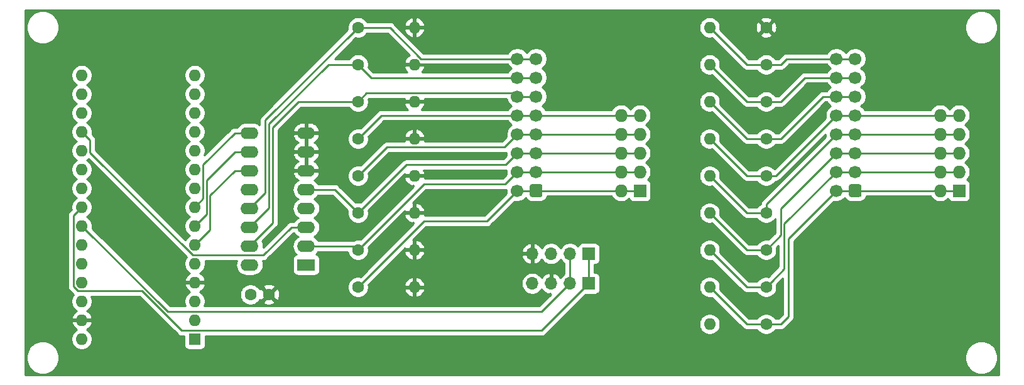
<source format=gbr>
%TF.GenerationSoftware,KiCad,Pcbnew,5.1.6-c6e7f7d~86~ubuntu18.04.1*%
%TF.CreationDate,2020-08-11T11:54:55-04:00*%
%TF.ProjectId,cabletester,6361626c-6574-4657-9374-65722e6b6963,rev?*%
%TF.SameCoordinates,Original*%
%TF.FileFunction,Copper,L2,Bot*%
%TF.FilePolarity,Positive*%
%FSLAX46Y46*%
G04 Gerber Fmt 4.6, Leading zero omitted, Abs format (unit mm)*
G04 Created by KiCad (PCBNEW 5.1.6-c6e7f7d~86~ubuntu18.04.1) date 2020-08-11 11:54:55*
%MOMM*%
%LPD*%
G01*
G04 APERTURE LIST*
%TA.AperFunction,ComponentPad*%
%ADD10O,1.700000X1.700000*%
%TD*%
%TA.AperFunction,ComponentPad*%
%ADD11R,1.700000X1.700000*%
%TD*%
%TA.AperFunction,ComponentPad*%
%ADD12O,2.400000X1.600000*%
%TD*%
%TA.AperFunction,ComponentPad*%
%ADD13R,2.400000X1.600000*%
%TD*%
%TA.AperFunction,ComponentPad*%
%ADD14O,1.600000X1.600000*%
%TD*%
%TA.AperFunction,ComponentPad*%
%ADD15C,1.600000*%
%TD*%
%TA.AperFunction,ComponentPad*%
%ADD16C,1.700000*%
%TD*%
%TA.AperFunction,ComponentPad*%
%ADD17O,1.727200X1.727200*%
%TD*%
%TA.AperFunction,ComponentPad*%
%ADD18R,1.727200X1.727200*%
%TD*%
%TA.AperFunction,ComponentPad*%
%ADD19R,1.600000X1.600000*%
%TD*%
%TA.AperFunction,Conductor*%
%ADD20C,0.250000*%
%TD*%
%TA.AperFunction,Conductor*%
%ADD21C,0.254000*%
%TD*%
G04 APERTURE END LIST*
D10*
%TO.P,J6,4*%
%TO.N,GND*%
X129480000Y-67500000D03*
%TO.P,J6,3*%
%TO.N,+5V*%
X132020000Y-67500000D03*
%TO.P,J6,2*%
%TO.N,A5*%
X134560000Y-67500000D03*
D11*
%TO.P,J6,1*%
%TO.N,A4*%
X137100000Y-67500000D03*
%TD*%
D12*
%TO.P,U1,16*%
%TO.N,+5V*%
X91380000Y-69000000D03*
%TO.P,U1,8*%
%TO.N,GND*%
X99000000Y-51220000D03*
%TO.P,U1,15*%
%TO.N,Net-(J4-Pad11)*%
X91380000Y-66460000D03*
%TO.P,U1,7*%
%TO.N,GND*%
X99000000Y-53760000D03*
%TO.P,U1,14*%
%TO.N,Net-(J4-Pad13)*%
X91380000Y-63920000D03*
%TO.P,U1,6*%
%TO.N,GND*%
X99000000Y-56300000D03*
%TO.P,U1,13*%
%TO.N,Net-(J4-Pad15)*%
X91380000Y-61380000D03*
%TO.P,U1,5*%
%TO.N,Net-(J3-Pad5)*%
X99000000Y-58840000D03*
%TO.P,U1,12*%
%TO.N,Net-(J3-Pad10)*%
X91380000Y-58840000D03*
%TO.P,U1,4*%
%TO.N,Net-(J3-Pad1)*%
X99000000Y-61380000D03*
%TO.P,U1,11*%
%TO.N,S0*%
X91380000Y-56300000D03*
%TO.P,U1,3*%
%TO.N,Net-(A1-Pad19)*%
X99000000Y-63920000D03*
%TO.P,U1,10*%
%TO.N,S1*%
X91380000Y-53760000D03*
%TO.P,U1,2*%
%TO.N,Net-(J3-Pad3)*%
X99000000Y-66460000D03*
%TO.P,U1,9*%
%TO.N,S2*%
X91380000Y-51220000D03*
D13*
%TO.P,U1,1*%
%TO.N,Net-(J3-Pad7)*%
X99000000Y-69000000D03*
%TD*%
D14*
%TO.P,R17,2*%
%TO.N,GND*%
X113620000Y-72000000D03*
D15*
%TO.P,R17,1*%
%TO.N,Net-(J3-Pad1)*%
X106000000Y-72000000D03*
%TD*%
D14*
%TO.P,R16,2*%
%TO.N,GND*%
X113620000Y-67000000D03*
D15*
%TO.P,R16,1*%
%TO.N,Net-(J3-Pad3)*%
X106000000Y-67000000D03*
%TD*%
D14*
%TO.P,R15,2*%
%TO.N,GND*%
X113620000Y-62000000D03*
D15*
%TO.P,R15,1*%
%TO.N,Net-(J3-Pad5)*%
X106000000Y-62000000D03*
%TD*%
D14*
%TO.P,R14,2*%
%TO.N,GND*%
X113620000Y-57000000D03*
D15*
%TO.P,R14,1*%
%TO.N,Net-(J3-Pad7)*%
X106000000Y-57000000D03*
%TD*%
D14*
%TO.P,R13,2*%
%TO.N,GND*%
X113620000Y-52000000D03*
D15*
%TO.P,R13,1*%
%TO.N,Net-(J3-Pad10)*%
X106000000Y-52000000D03*
%TD*%
D14*
%TO.P,R12,2*%
%TO.N,GND*%
X113620000Y-47000000D03*
D15*
%TO.P,R12,1*%
%TO.N,Net-(J4-Pad11)*%
X106000000Y-47000000D03*
%TD*%
D14*
%TO.P,R11,2*%
%TO.N,GND*%
X113620000Y-42000000D03*
D15*
%TO.P,R11,1*%
%TO.N,Net-(J4-Pad13)*%
X106000000Y-42000000D03*
%TD*%
D14*
%TO.P,R10,2*%
%TO.N,GND*%
X113620000Y-37000000D03*
D15*
%TO.P,R10,1*%
%TO.N,Net-(J4-Pad15)*%
X106000000Y-37000000D03*
%TD*%
D14*
%TO.P,R9,2*%
%TO.N,Net-(J2-Pad15)*%
X153380000Y-37000000D03*
D15*
%TO.P,R9,1*%
%TO.N,GND*%
X161000000Y-37000000D03*
%TD*%
D14*
%TO.P,R8,2*%
%TO.N,Net-(J2-Pad13)*%
X153380000Y-42000000D03*
D15*
%TO.P,R8,1*%
%TO.N,Net-(J2-Pad15)*%
X161000000Y-42000000D03*
%TD*%
D14*
%TO.P,R7,2*%
%TO.N,Net-(J2-Pad11)*%
X153380000Y-47000000D03*
D15*
%TO.P,R7,1*%
%TO.N,Net-(J2-Pad13)*%
X161000000Y-47000000D03*
%TD*%
D14*
%TO.P,R6,2*%
%TO.N,Net-(J1-Pad10)*%
X153380000Y-52000000D03*
D15*
%TO.P,R6,1*%
%TO.N,Net-(J2-Pad11)*%
X161000000Y-52000000D03*
%TD*%
D14*
%TO.P,R5,2*%
%TO.N,Net-(J1-Pad7)*%
X153380000Y-57000000D03*
D15*
%TO.P,R5,1*%
%TO.N,Net-(J1-Pad10)*%
X161000000Y-57000000D03*
%TD*%
D14*
%TO.P,R4,2*%
%TO.N,Net-(J1-Pad5)*%
X153380000Y-62000000D03*
D15*
%TO.P,R4,1*%
%TO.N,Net-(J1-Pad7)*%
X161000000Y-62000000D03*
%TD*%
D14*
%TO.P,R3,2*%
%TO.N,Net-(J1-Pad3)*%
X153380000Y-67000000D03*
D15*
%TO.P,R3,1*%
%TO.N,Net-(J1-Pad5)*%
X161000000Y-67000000D03*
%TD*%
D14*
%TO.P,R2,2*%
%TO.N,Net-(J1-Pad1)*%
X153380000Y-72000000D03*
D15*
%TO.P,R2,1*%
%TO.N,Net-(J1-Pad3)*%
X161000000Y-72000000D03*
%TD*%
D14*
%TO.P,R1,2*%
%TO.N,+5V*%
X153380000Y-77000000D03*
D15*
%TO.P,R1,1*%
%TO.N,Net-(J1-Pad1)*%
X161000000Y-77000000D03*
%TD*%
D10*
%TO.P,J5,4*%
%TO.N,+5V*%
X129480000Y-71500000D03*
%TO.P,J5,3*%
%TO.N,GND*%
X132020000Y-71500000D03*
%TO.P,J5,2*%
%TO.N,A5*%
X134560000Y-71500000D03*
D11*
%TO.P,J5,1*%
%TO.N,A4*%
X137100000Y-71500000D03*
%TD*%
D16*
%TO.P,J4,16*%
%TO.N,Net-(J4-Pad15)*%
X127460000Y-41220000D03*
%TO.P,J4,14*%
%TO.N,Net-(J4-Pad13)*%
X127460000Y-43760000D03*
%TO.P,J4,12*%
%TO.N,Net-(J4-Pad11)*%
X127460000Y-46300000D03*
%TO.P,J4,10*%
%TO.N,Net-(J3-Pad10)*%
X127460000Y-48840000D03*
%TO.P,J4,8*%
%TO.N,Net-(J3-Pad7)*%
X127460000Y-51380000D03*
%TO.P,J4,6*%
%TO.N,Net-(J3-Pad5)*%
X127460000Y-53920000D03*
%TO.P,J4,4*%
%TO.N,Net-(J3-Pad3)*%
X127460000Y-56460000D03*
%TO.P,J4,2*%
%TO.N,Net-(J3-Pad1)*%
X127460000Y-59000000D03*
%TO.P,J4,15*%
%TO.N,Net-(J4-Pad15)*%
X130000000Y-41220000D03*
%TO.P,J4,13*%
%TO.N,Net-(J4-Pad13)*%
X130000000Y-43760000D03*
%TO.P,J4,11*%
%TO.N,Net-(J4-Pad11)*%
X130000000Y-46300000D03*
%TO.P,J4,9*%
%TO.N,Net-(J3-Pad10)*%
X130000000Y-48840000D03*
%TO.P,J4,7*%
%TO.N,Net-(J3-Pad7)*%
X130000000Y-51380000D03*
%TO.P,J4,5*%
%TO.N,Net-(J3-Pad5)*%
X130000000Y-53920000D03*
%TO.P,J4,3*%
%TO.N,Net-(J3-Pad3)*%
X130000000Y-56460000D03*
%TO.P,J4,1*%
%TO.N,Net-(J3-Pad1)*%
%TA.AperFunction,ComponentPad*%
G36*
G01*
X130850000Y-58400000D02*
X130850000Y-59600000D01*
G75*
G02*
X130600000Y-59850000I-250000J0D01*
G01*
X129400000Y-59850000D01*
G75*
G02*
X129150000Y-59600000I0J250000D01*
G01*
X129150000Y-58400000D01*
G75*
G02*
X129400000Y-58150000I250000J0D01*
G01*
X130600000Y-58150000D01*
G75*
G02*
X130850000Y-58400000I0J-250000D01*
G01*
G37*
%TD.AperFunction*%
%TD*%
D17*
%TO.P,J3,10*%
%TO.N,Net-(J3-Pad10)*%
X141460000Y-48840000D03*
%TO.P,J3,9*%
X144000000Y-48840000D03*
%TO.P,J3,8*%
%TO.N,Net-(J3-Pad7)*%
X141460000Y-51380000D03*
%TO.P,J3,7*%
X144000000Y-51380000D03*
%TO.P,J3,6*%
%TO.N,Net-(J3-Pad5)*%
X141460000Y-53920000D03*
%TO.P,J3,5*%
X144000000Y-53920000D03*
%TO.P,J3,4*%
%TO.N,Net-(J3-Pad3)*%
X141460000Y-56460000D03*
%TO.P,J3,3*%
X144000000Y-56460000D03*
%TO.P,J3,2*%
%TO.N,Net-(J3-Pad1)*%
X141460000Y-59000000D03*
D18*
%TO.P,J3,1*%
X144000000Y-59000000D03*
%TD*%
D16*
%TO.P,J2,16*%
%TO.N,Net-(J2-Pad15)*%
X170460000Y-41220000D03*
%TO.P,J2,14*%
%TO.N,Net-(J2-Pad13)*%
X170460000Y-43760000D03*
%TO.P,J2,12*%
%TO.N,Net-(J2-Pad11)*%
X170460000Y-46300000D03*
%TO.P,J2,10*%
%TO.N,Net-(J1-Pad10)*%
X170460000Y-48840000D03*
%TO.P,J2,8*%
%TO.N,Net-(J1-Pad7)*%
X170460000Y-51380000D03*
%TO.P,J2,6*%
%TO.N,Net-(J1-Pad5)*%
X170460000Y-53920000D03*
%TO.P,J2,4*%
%TO.N,Net-(J1-Pad3)*%
X170460000Y-56460000D03*
%TO.P,J2,2*%
%TO.N,Net-(J1-Pad1)*%
X170460000Y-59000000D03*
%TO.P,J2,15*%
%TO.N,Net-(J2-Pad15)*%
X173000000Y-41220000D03*
%TO.P,J2,13*%
%TO.N,Net-(J2-Pad13)*%
X173000000Y-43760000D03*
%TO.P,J2,11*%
%TO.N,Net-(J2-Pad11)*%
X173000000Y-46300000D03*
%TO.P,J2,9*%
%TO.N,Net-(J1-Pad10)*%
X173000000Y-48840000D03*
%TO.P,J2,7*%
%TO.N,Net-(J1-Pad7)*%
X173000000Y-51380000D03*
%TO.P,J2,5*%
%TO.N,Net-(J1-Pad5)*%
X173000000Y-53920000D03*
%TO.P,J2,3*%
%TO.N,Net-(J1-Pad3)*%
X173000000Y-56460000D03*
%TO.P,J2,1*%
%TO.N,Net-(J1-Pad1)*%
%TA.AperFunction,ComponentPad*%
G36*
G01*
X173850000Y-58400000D02*
X173850000Y-59600000D01*
G75*
G02*
X173600000Y-59850000I-250000J0D01*
G01*
X172400000Y-59850000D01*
G75*
G02*
X172150000Y-59600000I0J250000D01*
G01*
X172150000Y-58400000D01*
G75*
G02*
X172400000Y-58150000I250000J0D01*
G01*
X173600000Y-58150000D01*
G75*
G02*
X173850000Y-58400000I0J-250000D01*
G01*
G37*
%TD.AperFunction*%
%TD*%
D17*
%TO.P,J1,10*%
%TO.N,Net-(J1-Pad10)*%
X184460000Y-48840000D03*
%TO.P,J1,9*%
X187000000Y-48840000D03*
%TO.P,J1,8*%
%TO.N,Net-(J1-Pad7)*%
X184460000Y-51380000D03*
%TO.P,J1,7*%
X187000000Y-51380000D03*
%TO.P,J1,6*%
%TO.N,Net-(J1-Pad5)*%
X184460000Y-53920000D03*
%TO.P,J1,5*%
X187000000Y-53920000D03*
%TO.P,J1,4*%
%TO.N,Net-(J1-Pad3)*%
X184460000Y-56460000D03*
%TO.P,J1,3*%
X187000000Y-56460000D03*
%TO.P,J1,2*%
%TO.N,Net-(J1-Pad1)*%
X184460000Y-59000000D03*
D18*
%TO.P,J1,1*%
X187000000Y-59000000D03*
%TD*%
D15*
%TO.P,C1,2*%
%TO.N,GND*%
X94000000Y-73000000D03*
%TO.P,C1,1*%
%TO.N,+5V*%
X91500000Y-73000000D03*
%TD*%
D19*
%TO.P,A1,1*%
%TO.N,Net-(A1-Pad1)*%
X84000000Y-79000000D03*
D14*
%TO.P,A1,17*%
%TO.N,Net-(A1-Pad17)*%
X68760000Y-45980000D03*
%TO.P,A1,2*%
%TO.N,Net-(A1-Pad2)*%
X84000000Y-76460000D03*
%TO.P,A1,18*%
%TO.N,Net-(A1-Pad18)*%
X68760000Y-48520000D03*
%TO.P,A1,3*%
%TO.N,Net-(A1-Pad3)*%
X84000000Y-73920000D03*
%TO.P,A1,19*%
%TO.N,Net-(A1-Pad19)*%
X68760000Y-51060000D03*
%TO.P,A1,4*%
%TO.N,GND*%
X84000000Y-71380000D03*
%TO.P,A1,20*%
%TO.N,Net-(A1-Pad20)*%
X68760000Y-53600000D03*
%TO.P,A1,5*%
%TO.N,Net-(A1-Pad5)*%
X84000000Y-68840000D03*
%TO.P,A1,21*%
%TO.N,Net-(A1-Pad21)*%
X68760000Y-56140000D03*
%TO.P,A1,6*%
%TO.N,S0*%
X84000000Y-66300000D03*
%TO.P,A1,22*%
%TO.N,Net-(A1-Pad22)*%
X68760000Y-58680000D03*
%TO.P,A1,7*%
%TO.N,S1*%
X84000000Y-63760000D03*
%TO.P,A1,23*%
%TO.N,A4*%
X68760000Y-61220000D03*
%TO.P,A1,8*%
%TO.N,S2*%
X84000000Y-61220000D03*
%TO.P,A1,24*%
%TO.N,A5*%
X68760000Y-63760000D03*
%TO.P,A1,9*%
%TO.N,Net-(A1-Pad9)*%
X84000000Y-58680000D03*
%TO.P,A1,25*%
%TO.N,Net-(A1-Pad25)*%
X68760000Y-66300000D03*
%TO.P,A1,10*%
%TO.N,Net-(A1-Pad10)*%
X84000000Y-56140000D03*
%TO.P,A1,26*%
%TO.N,Net-(A1-Pad26)*%
X68760000Y-68840000D03*
%TO.P,A1,11*%
%TO.N,Net-(A1-Pad11)*%
X84000000Y-53600000D03*
%TO.P,A1,27*%
%TO.N,+5V*%
X68760000Y-71380000D03*
%TO.P,A1,12*%
%TO.N,Net-(A1-Pad12)*%
X84000000Y-51060000D03*
%TO.P,A1,28*%
%TO.N,Net-(A1-Pad28)*%
X68760000Y-73920000D03*
%TO.P,A1,13*%
%TO.N,Net-(A1-Pad13)*%
X84000000Y-48520000D03*
%TO.P,A1,29*%
%TO.N,GND*%
X68760000Y-76460000D03*
%TO.P,A1,14*%
%TO.N,Net-(A1-Pad14)*%
X84000000Y-45980000D03*
%TO.P,A1,30*%
%TO.N,Net-(A1-Pad30)*%
X68760000Y-79000000D03*
%TO.P,A1,15*%
%TO.N,Net-(A1-Pad15)*%
X84000000Y-43440000D03*
%TO.P,A1,16*%
%TO.N,Net-(A1-Pad16)*%
X68760000Y-43440000D03*
%TD*%
D20*
%TO.N,Net-(A1-Pad19)*%
X97000000Y-63920000D02*
X99000000Y-63920000D01*
X93205001Y-67714999D02*
X97000000Y-63920000D01*
X83714999Y-67714999D02*
X93205001Y-67714999D01*
X69885001Y-53885001D02*
X83714999Y-67714999D01*
X69885001Y-52185001D02*
X69885001Y-53885001D01*
X68760000Y-51060000D02*
X69885001Y-52185001D01*
%TO.N,A4*%
X130725001Y-77874999D02*
X137100000Y-71500000D01*
X82238589Y-77874999D02*
X130725001Y-77874999D01*
X76868591Y-72505001D02*
X82238589Y-77874999D01*
X68219999Y-72505001D02*
X76868591Y-72505001D01*
X67634999Y-71920001D02*
X68219999Y-72505001D01*
X67634999Y-62345001D02*
X67634999Y-71920001D01*
X68760000Y-61220000D02*
X67634999Y-62345001D01*
X137100000Y-71500000D02*
X137100000Y-67500000D01*
%TO.N,A5*%
X130725001Y-75334999D02*
X134560000Y-71500000D01*
X80334999Y-75334999D02*
X130725001Y-75334999D01*
X68760000Y-63760000D02*
X80334999Y-75334999D01*
X134560000Y-71500000D02*
X134560000Y-67500000D01*
%TO.N,Net-(J1-Pad10)*%
X187000000Y-48840000D02*
X170460000Y-48840000D01*
X161000000Y-56300000D02*
X161000000Y-57000000D01*
X158380000Y-57000000D02*
X153380000Y-52000000D01*
X161000000Y-57000000D02*
X158380000Y-57000000D01*
X162300000Y-57000000D02*
X161000000Y-57000000D01*
X170460000Y-48840000D02*
X162300000Y-57000000D01*
%TO.N,Net-(J1-Pad7)*%
X187000000Y-51380000D02*
X170460000Y-51380000D01*
X158380000Y-62000000D02*
X153380000Y-57000000D01*
X161000000Y-62000000D02*
X158380000Y-62000000D01*
X161000000Y-60840000D02*
X161000000Y-62000000D01*
X170460000Y-51380000D02*
X161000000Y-60840000D01*
%TO.N,Net-(J1-Pad5)*%
X187000000Y-53920000D02*
X170460000Y-53920000D01*
X158380000Y-67000000D02*
X153380000Y-62000000D01*
X161000000Y-67000000D02*
X158380000Y-67000000D01*
X163000000Y-65000000D02*
X161000000Y-67000000D01*
X163000000Y-61380000D02*
X163000000Y-65000000D01*
X170460000Y-53920000D02*
X163000000Y-61380000D01*
%TO.N,Net-(J1-Pad3)*%
X187000000Y-56460000D02*
X170460000Y-56460000D01*
X158380000Y-72000000D02*
X153380000Y-67000000D01*
X161000000Y-72000000D02*
X158380000Y-72000000D01*
X163450011Y-63469989D02*
X163450011Y-69549989D01*
X170460000Y-56460000D02*
X163450011Y-63469989D01*
X163450011Y-69549989D02*
X161799999Y-71200001D01*
X161799999Y-71200001D02*
X161000000Y-72000000D01*
%TO.N,Net-(J1-Pad1)*%
X187000000Y-59000000D02*
X170460000Y-59000000D01*
X158380000Y-77000000D02*
X153380000Y-72000000D01*
X161000000Y-77000000D02*
X158380000Y-77000000D01*
X163000000Y-77000000D02*
X161000000Y-77000000D01*
X164000000Y-76000000D02*
X163000000Y-77000000D01*
X164000000Y-65460000D02*
X164000000Y-76000000D01*
X170460000Y-59000000D02*
X164000000Y-65460000D01*
%TO.N,Net-(J2-Pad15)*%
X173000000Y-41220000D02*
X170460000Y-41220000D01*
X158380000Y-42000000D02*
X153380000Y-37000000D01*
X161000000Y-42000000D02*
X158380000Y-42000000D01*
X163000000Y-42000000D02*
X161000000Y-42000000D01*
X163780000Y-41220000D02*
X163000000Y-42000000D01*
X170460000Y-41220000D02*
X163780000Y-41220000D01*
%TO.N,Net-(J2-Pad13)*%
X173000000Y-43760000D02*
X170460000Y-43760000D01*
X158380000Y-47000000D02*
X153380000Y-42000000D01*
X161000000Y-47000000D02*
X158380000Y-47000000D01*
X163000000Y-47000000D02*
X161000000Y-47000000D01*
X166240000Y-43760000D02*
X163000000Y-47000000D01*
X170460000Y-43760000D02*
X166240000Y-43760000D01*
%TO.N,Net-(J2-Pad11)*%
X173000000Y-46300000D02*
X170460000Y-46300000D01*
X158380000Y-52000000D02*
X153380000Y-47000000D01*
X161000000Y-52000000D02*
X158380000Y-52000000D01*
X163000000Y-52000000D02*
X161000000Y-52000000D01*
X168700000Y-46300000D02*
X163000000Y-52000000D01*
X170460000Y-46300000D02*
X168700000Y-46300000D01*
%TO.N,Net-(J3-Pad10)*%
X130000000Y-48840000D02*
X127460000Y-48840000D01*
X109160000Y-48840000D02*
X106000000Y-52000000D01*
X127460000Y-48840000D02*
X109160000Y-48840000D01*
X130000000Y-48840000D02*
X144000000Y-48840000D01*
%TO.N,Net-(J3-Pad7)*%
X144000000Y-51380000D02*
X127460000Y-51380000D01*
X125714999Y-53125001D02*
X109874999Y-53125001D01*
X109874999Y-53125001D02*
X106000000Y-57000000D01*
X127460000Y-51380000D02*
X125714999Y-53125001D01*
%TO.N,Net-(J3-Pad5)*%
X144000000Y-53920000D02*
X127460000Y-53920000D01*
X112500000Y-55500000D02*
X106000000Y-62000000D01*
X125880000Y-55500000D02*
X112500000Y-55500000D01*
X127460000Y-53920000D02*
X125880000Y-55500000D01*
X102840000Y-58840000D02*
X106000000Y-62000000D01*
X99000000Y-58840000D02*
X102840000Y-58840000D01*
%TO.N,Net-(J3-Pad3)*%
X144000000Y-56460000D02*
X127460000Y-56460000D01*
X114874999Y-58125001D02*
X106000000Y-67000000D01*
X125794999Y-58125001D02*
X114874999Y-58125001D01*
X127460000Y-56460000D02*
X125794999Y-58125001D01*
X105460000Y-66460000D02*
X106000000Y-67000000D01*
X99000000Y-66460000D02*
X105460000Y-66460000D01*
%TO.N,Net-(J3-Pad1)*%
X144000000Y-59000000D02*
X127460000Y-59000000D01*
X114874999Y-63125001D02*
X106000000Y-72000000D01*
X123334999Y-63125001D02*
X114874999Y-63125001D01*
X127460000Y-59000000D02*
X123334999Y-63125001D01*
%TO.N,Net-(J4-Pad15)*%
X130000000Y-41220000D02*
X127460000Y-41220000D01*
X110285002Y-37000000D02*
X106000000Y-37000000D01*
X114505002Y-41220000D02*
X110285002Y-37000000D01*
X127460000Y-41220000D02*
X114505002Y-41220000D01*
X93500000Y-49500000D02*
X106000000Y-37000000D01*
X93500000Y-59260000D02*
X93500000Y-49500000D01*
X91380000Y-61380000D02*
X93500000Y-59260000D01*
%TO.N,Net-(J4-Pad13)*%
X130000000Y-43760000D02*
X127460000Y-43760000D01*
X107760000Y-43760000D02*
X106000000Y-42000000D01*
X127460000Y-43760000D02*
X107760000Y-43760000D01*
X102000000Y-42000000D02*
X106000000Y-42000000D01*
X94000000Y-50000000D02*
X102000000Y-42000000D01*
X94000000Y-61300000D02*
X94000000Y-50000000D01*
X91380000Y-63920000D02*
X94000000Y-61300000D01*
%TO.N,Net-(J4-Pad11)*%
X130000000Y-46300000D02*
X127460000Y-46300000D01*
X107125001Y-45874999D02*
X106000000Y-47000000D01*
X127034999Y-45874999D02*
X107125001Y-45874999D01*
X127460000Y-46300000D02*
X127034999Y-45874999D01*
X98000000Y-47000000D02*
X106000000Y-47000000D01*
X94500000Y-50500000D02*
X98000000Y-47000000D01*
X94500000Y-63340000D02*
X94500000Y-50500000D01*
X91380000Y-66460000D02*
X94500000Y-63340000D01*
%TO.N,S0*%
X89380000Y-56300000D02*
X91380000Y-56300000D01*
X86025021Y-59654979D02*
X89380000Y-56300000D01*
X86025021Y-64274979D02*
X86025021Y-59654979D01*
X84000000Y-66300000D02*
X86025021Y-64274979D01*
%TO.N,S1*%
X89380000Y-53760000D02*
X91380000Y-53760000D01*
X85575011Y-57564989D02*
X89380000Y-53760000D01*
X85575011Y-62184989D02*
X85575011Y-57564989D01*
X84000000Y-63760000D02*
X85575011Y-62184989D01*
%TO.N,S2*%
X89380000Y-51220000D02*
X91380000Y-51220000D01*
X85125001Y-55474999D02*
X89380000Y-51220000D01*
X85125001Y-60094999D02*
X85125001Y-55474999D01*
X84000000Y-61220000D02*
X85125001Y-60094999D01*
%TD*%
D21*
%TO.N,GND*%
G36*
X192340001Y-83840000D02*
G01*
X61160000Y-83840000D01*
X61160000Y-81279872D01*
X61265000Y-81279872D01*
X61265000Y-81720128D01*
X61350890Y-82151925D01*
X61519369Y-82558669D01*
X61763962Y-82924729D01*
X62075271Y-83236038D01*
X62441331Y-83480631D01*
X62848075Y-83649110D01*
X63279872Y-83735000D01*
X63720128Y-83735000D01*
X64151925Y-83649110D01*
X64558669Y-83480631D01*
X64924729Y-83236038D01*
X65236038Y-82924729D01*
X65480631Y-82558669D01*
X65649110Y-82151925D01*
X65735000Y-81720128D01*
X65735000Y-81279872D01*
X187765000Y-81279872D01*
X187765000Y-81720128D01*
X187850890Y-82151925D01*
X188019369Y-82558669D01*
X188263962Y-82924729D01*
X188575271Y-83236038D01*
X188941331Y-83480631D01*
X189348075Y-83649110D01*
X189779872Y-83735000D01*
X190220128Y-83735000D01*
X190651925Y-83649110D01*
X191058669Y-83480631D01*
X191424729Y-83236038D01*
X191736038Y-82924729D01*
X191980631Y-82558669D01*
X192149110Y-82151925D01*
X192235000Y-81720128D01*
X192235000Y-81279872D01*
X192149110Y-80848075D01*
X191980631Y-80441331D01*
X191736038Y-80075271D01*
X191424729Y-79763962D01*
X191058669Y-79519369D01*
X190651925Y-79350890D01*
X190220128Y-79265000D01*
X189779872Y-79265000D01*
X189348075Y-79350890D01*
X188941331Y-79519369D01*
X188575271Y-79763962D01*
X188263962Y-80075271D01*
X188019369Y-80441331D01*
X187850890Y-80848075D01*
X187765000Y-81279872D01*
X65735000Y-81279872D01*
X65649110Y-80848075D01*
X65480631Y-80441331D01*
X65236038Y-80075271D01*
X64924729Y-79763962D01*
X64558669Y-79519369D01*
X64151925Y-79350890D01*
X63720128Y-79265000D01*
X63279872Y-79265000D01*
X62848075Y-79350890D01*
X62441331Y-79519369D01*
X62075271Y-79763962D01*
X61763962Y-80075271D01*
X61519369Y-80441331D01*
X61350890Y-80848075D01*
X61265000Y-81279872D01*
X61160000Y-81279872D01*
X61160000Y-78858665D01*
X67325000Y-78858665D01*
X67325000Y-79141335D01*
X67380147Y-79418574D01*
X67488320Y-79679727D01*
X67645363Y-79914759D01*
X67845241Y-80114637D01*
X68080273Y-80271680D01*
X68341426Y-80379853D01*
X68618665Y-80435000D01*
X68901335Y-80435000D01*
X69178574Y-80379853D01*
X69439727Y-80271680D01*
X69674759Y-80114637D01*
X69874637Y-79914759D01*
X70031680Y-79679727D01*
X70139853Y-79418574D01*
X70195000Y-79141335D01*
X70195000Y-78858665D01*
X70139853Y-78581426D01*
X70031680Y-78320273D01*
X69874637Y-78085241D01*
X69674759Y-77885363D01*
X69439727Y-77728320D01*
X69429135Y-77723933D01*
X69615131Y-77612385D01*
X69823519Y-77423414D01*
X69991037Y-77197420D01*
X70111246Y-76943087D01*
X70151904Y-76809039D01*
X70029915Y-76587000D01*
X68887000Y-76587000D01*
X68887000Y-76607000D01*
X68633000Y-76607000D01*
X68633000Y-76587000D01*
X67490085Y-76587000D01*
X67368096Y-76809039D01*
X67408754Y-76943087D01*
X67528963Y-77197420D01*
X67696481Y-77423414D01*
X67904869Y-77612385D01*
X68090865Y-77723933D01*
X68080273Y-77728320D01*
X67845241Y-77885363D01*
X67645363Y-78085241D01*
X67488320Y-78320273D01*
X67380147Y-78581426D01*
X67325000Y-78858665D01*
X61160000Y-78858665D01*
X61160000Y-62345001D01*
X66871323Y-62345001D01*
X66874999Y-62382323D01*
X66875000Y-71882669D01*
X66871323Y-71920001D01*
X66875000Y-71957334D01*
X66885997Y-72068987D01*
X66889558Y-72080725D01*
X66929453Y-72212247D01*
X67000025Y-72344277D01*
X67032386Y-72383708D01*
X67094999Y-72460002D01*
X67123997Y-72483800D01*
X67645400Y-73005204D01*
X67645363Y-73005241D01*
X67488320Y-73240273D01*
X67380147Y-73501426D01*
X67325000Y-73778665D01*
X67325000Y-74061335D01*
X67380147Y-74338574D01*
X67488320Y-74599727D01*
X67645363Y-74834759D01*
X67845241Y-75034637D01*
X68080273Y-75191680D01*
X68090865Y-75196067D01*
X67904869Y-75307615D01*
X67696481Y-75496586D01*
X67528963Y-75722580D01*
X67408754Y-75976913D01*
X67368096Y-76110961D01*
X67490085Y-76333000D01*
X68633000Y-76333000D01*
X68633000Y-76313000D01*
X68887000Y-76313000D01*
X68887000Y-76333000D01*
X70029915Y-76333000D01*
X70151904Y-76110961D01*
X70111246Y-75976913D01*
X69991037Y-75722580D01*
X69823519Y-75496586D01*
X69615131Y-75307615D01*
X69429135Y-75196067D01*
X69439727Y-75191680D01*
X69674759Y-75034637D01*
X69874637Y-74834759D01*
X70031680Y-74599727D01*
X70139853Y-74338574D01*
X70195000Y-74061335D01*
X70195000Y-73778665D01*
X70139853Y-73501426D01*
X70041923Y-73265001D01*
X76553790Y-73265001D01*
X81674790Y-78386002D01*
X81698588Y-78415000D01*
X81727586Y-78438798D01*
X81814312Y-78509973D01*
X81946342Y-78580545D01*
X82089603Y-78624002D01*
X82201256Y-78634999D01*
X82201266Y-78634999D01*
X82238588Y-78638675D01*
X82275911Y-78634999D01*
X82561928Y-78634999D01*
X82561928Y-79800000D01*
X82574188Y-79924482D01*
X82610498Y-80044180D01*
X82669463Y-80154494D01*
X82748815Y-80251185D01*
X82845506Y-80330537D01*
X82955820Y-80389502D01*
X83075518Y-80425812D01*
X83200000Y-80438072D01*
X84800000Y-80438072D01*
X84924482Y-80425812D01*
X85044180Y-80389502D01*
X85154494Y-80330537D01*
X85251185Y-80251185D01*
X85330537Y-80154494D01*
X85389502Y-80044180D01*
X85425812Y-79924482D01*
X85438072Y-79800000D01*
X85438072Y-78634999D01*
X130687679Y-78634999D01*
X130725001Y-78638675D01*
X130762323Y-78634999D01*
X130762334Y-78634999D01*
X130873987Y-78624002D01*
X131017248Y-78580545D01*
X131149277Y-78509973D01*
X131265002Y-78415000D01*
X131288805Y-78385996D01*
X132816136Y-76858665D01*
X151945000Y-76858665D01*
X151945000Y-77141335D01*
X152000147Y-77418574D01*
X152108320Y-77679727D01*
X152265363Y-77914759D01*
X152465241Y-78114637D01*
X152700273Y-78271680D01*
X152961426Y-78379853D01*
X153238665Y-78435000D01*
X153521335Y-78435000D01*
X153798574Y-78379853D01*
X154059727Y-78271680D01*
X154294759Y-78114637D01*
X154494637Y-77914759D01*
X154651680Y-77679727D01*
X154759853Y-77418574D01*
X154815000Y-77141335D01*
X154815000Y-76858665D01*
X154759853Y-76581426D01*
X154651680Y-76320273D01*
X154494637Y-76085241D01*
X154294759Y-75885363D01*
X154059727Y-75728320D01*
X153798574Y-75620147D01*
X153521335Y-75565000D01*
X153238665Y-75565000D01*
X152961426Y-75620147D01*
X152700273Y-75728320D01*
X152465241Y-75885363D01*
X152265363Y-76085241D01*
X152108320Y-76320273D01*
X152000147Y-76581426D01*
X151945000Y-76858665D01*
X132816136Y-76858665D01*
X136686730Y-72988072D01*
X137950000Y-72988072D01*
X138074482Y-72975812D01*
X138194180Y-72939502D01*
X138304494Y-72880537D01*
X138401185Y-72801185D01*
X138480537Y-72704494D01*
X138539502Y-72594180D01*
X138575812Y-72474482D01*
X138588072Y-72350000D01*
X138588072Y-70650000D01*
X138575812Y-70525518D01*
X138539502Y-70405820D01*
X138480537Y-70295506D01*
X138401185Y-70198815D01*
X138304494Y-70119463D01*
X138194180Y-70060498D01*
X138074482Y-70024188D01*
X137950000Y-70011928D01*
X137860000Y-70011928D01*
X137860000Y-68988072D01*
X137950000Y-68988072D01*
X138074482Y-68975812D01*
X138194180Y-68939502D01*
X138304494Y-68880537D01*
X138401185Y-68801185D01*
X138480537Y-68704494D01*
X138539502Y-68594180D01*
X138575812Y-68474482D01*
X138588072Y-68350000D01*
X138588072Y-66650000D01*
X138575812Y-66525518D01*
X138539502Y-66405820D01*
X138480537Y-66295506D01*
X138401185Y-66198815D01*
X138304494Y-66119463D01*
X138194180Y-66060498D01*
X138074482Y-66024188D01*
X137950000Y-66011928D01*
X136250000Y-66011928D01*
X136125518Y-66024188D01*
X136005820Y-66060498D01*
X135895506Y-66119463D01*
X135798815Y-66198815D01*
X135719463Y-66295506D01*
X135660498Y-66405820D01*
X135638487Y-66478380D01*
X135506632Y-66346525D01*
X135263411Y-66184010D01*
X134993158Y-66072068D01*
X134706260Y-66015000D01*
X134413740Y-66015000D01*
X134126842Y-66072068D01*
X133856589Y-66184010D01*
X133613368Y-66346525D01*
X133406525Y-66553368D01*
X133290000Y-66727760D01*
X133173475Y-66553368D01*
X132966632Y-66346525D01*
X132723411Y-66184010D01*
X132453158Y-66072068D01*
X132166260Y-66015000D01*
X131873740Y-66015000D01*
X131586842Y-66072068D01*
X131316589Y-66184010D01*
X131073368Y-66346525D01*
X130866525Y-66553368D01*
X130744805Y-66735534D01*
X130675178Y-66618645D01*
X130480269Y-66402412D01*
X130246920Y-66228359D01*
X129984099Y-66103175D01*
X129836890Y-66058524D01*
X129607000Y-66179845D01*
X129607000Y-67373000D01*
X129627000Y-67373000D01*
X129627000Y-67627000D01*
X129607000Y-67627000D01*
X129607000Y-68820155D01*
X129836890Y-68941476D01*
X129984099Y-68896825D01*
X130246920Y-68771641D01*
X130480269Y-68597588D01*
X130675178Y-68381355D01*
X130744805Y-68264466D01*
X130866525Y-68446632D01*
X131073368Y-68653475D01*
X131316589Y-68815990D01*
X131586842Y-68927932D01*
X131873740Y-68985000D01*
X132166260Y-68985000D01*
X132453158Y-68927932D01*
X132723411Y-68815990D01*
X132966632Y-68653475D01*
X133173475Y-68446632D01*
X133290000Y-68272240D01*
X133406525Y-68446632D01*
X133613368Y-68653475D01*
X133800001Y-68778179D01*
X133800000Y-70221821D01*
X133613368Y-70346525D01*
X133406525Y-70553368D01*
X133284805Y-70735534D01*
X133215178Y-70618645D01*
X133020269Y-70402412D01*
X132786920Y-70228359D01*
X132524099Y-70103175D01*
X132376890Y-70058524D01*
X132147000Y-70179845D01*
X132147000Y-71373000D01*
X132167000Y-71373000D01*
X132167000Y-71627000D01*
X132147000Y-71627000D01*
X132147000Y-71647000D01*
X131893000Y-71647000D01*
X131893000Y-71627000D01*
X131873000Y-71627000D01*
X131873000Y-71373000D01*
X131893000Y-71373000D01*
X131893000Y-70179845D01*
X131663110Y-70058524D01*
X131515901Y-70103175D01*
X131253080Y-70228359D01*
X131019731Y-70402412D01*
X130824822Y-70618645D01*
X130755195Y-70735534D01*
X130633475Y-70553368D01*
X130426632Y-70346525D01*
X130183411Y-70184010D01*
X129913158Y-70072068D01*
X129626260Y-70015000D01*
X129333740Y-70015000D01*
X129046842Y-70072068D01*
X128776589Y-70184010D01*
X128533368Y-70346525D01*
X128326525Y-70553368D01*
X128164010Y-70796589D01*
X128052068Y-71066842D01*
X127995000Y-71353740D01*
X127995000Y-71646260D01*
X128052068Y-71933158D01*
X128164010Y-72203411D01*
X128326525Y-72446632D01*
X128533368Y-72653475D01*
X128776589Y-72815990D01*
X129046842Y-72927932D01*
X129333740Y-72985000D01*
X129626260Y-72985000D01*
X129913158Y-72927932D01*
X130183411Y-72815990D01*
X130426632Y-72653475D01*
X130633475Y-72446632D01*
X130755195Y-72264466D01*
X130824822Y-72381355D01*
X131019731Y-72597588D01*
X131253080Y-72771641D01*
X131515901Y-72896825D01*
X131663110Y-72941476D01*
X131892998Y-72820156D01*
X131892998Y-72985000D01*
X132000199Y-72985000D01*
X130410200Y-74574999D01*
X85281923Y-74574999D01*
X85379853Y-74338574D01*
X85435000Y-74061335D01*
X85435000Y-73778665D01*
X85379853Y-73501426D01*
X85271680Y-73240273D01*
X85114637Y-73005241D01*
X84968061Y-72858665D01*
X90065000Y-72858665D01*
X90065000Y-73141335D01*
X90120147Y-73418574D01*
X90228320Y-73679727D01*
X90385363Y-73914759D01*
X90585241Y-74114637D01*
X90820273Y-74271680D01*
X91081426Y-74379853D01*
X91358665Y-74435000D01*
X91641335Y-74435000D01*
X91918574Y-74379853D01*
X92179727Y-74271680D01*
X92414759Y-74114637D01*
X92536694Y-73992702D01*
X93186903Y-73992702D01*
X93258486Y-74236671D01*
X93513996Y-74357571D01*
X93788184Y-74426300D01*
X94070512Y-74440217D01*
X94350130Y-74398787D01*
X94616292Y-74303603D01*
X94741514Y-74236671D01*
X94813097Y-73992702D01*
X94000000Y-73179605D01*
X93186903Y-73992702D01*
X92536694Y-73992702D01*
X92614637Y-73914759D01*
X92748692Y-73714131D01*
X92763329Y-73741514D01*
X93007298Y-73813097D01*
X93820395Y-73000000D01*
X94179605Y-73000000D01*
X94992702Y-73813097D01*
X95236671Y-73741514D01*
X95357571Y-73486004D01*
X95426300Y-73211816D01*
X95440217Y-72929488D01*
X95398787Y-72649870D01*
X95303603Y-72383708D01*
X95236671Y-72258486D01*
X94992702Y-72186903D01*
X94179605Y-73000000D01*
X93820395Y-73000000D01*
X93007298Y-72186903D01*
X92763329Y-72258486D01*
X92749676Y-72287341D01*
X92614637Y-72085241D01*
X92536694Y-72007298D01*
X93186903Y-72007298D01*
X94000000Y-72820395D01*
X94813097Y-72007298D01*
X94741514Y-71763329D01*
X94486004Y-71642429D01*
X94211816Y-71573700D01*
X93929488Y-71559783D01*
X93649870Y-71601213D01*
X93383708Y-71696397D01*
X93258486Y-71763329D01*
X93186903Y-72007298D01*
X92536694Y-72007298D01*
X92414759Y-71885363D01*
X92179727Y-71728320D01*
X91918574Y-71620147D01*
X91641335Y-71565000D01*
X91358665Y-71565000D01*
X91081426Y-71620147D01*
X90820273Y-71728320D01*
X90585241Y-71885363D01*
X90385363Y-72085241D01*
X90228320Y-72320273D01*
X90120147Y-72581426D01*
X90065000Y-72858665D01*
X84968061Y-72858665D01*
X84914759Y-72805363D01*
X84679727Y-72648320D01*
X84669135Y-72643933D01*
X84855131Y-72532385D01*
X85063519Y-72343414D01*
X85231037Y-72117420D01*
X85351246Y-71863087D01*
X85391904Y-71729039D01*
X85269915Y-71507000D01*
X84127000Y-71507000D01*
X84127000Y-71527000D01*
X83873000Y-71527000D01*
X83873000Y-71507000D01*
X82730085Y-71507000D01*
X82608096Y-71729039D01*
X82648754Y-71863087D01*
X82768963Y-72117420D01*
X82936481Y-72343414D01*
X83144869Y-72532385D01*
X83330865Y-72643933D01*
X83320273Y-72648320D01*
X83085241Y-72805363D01*
X82885363Y-73005241D01*
X82728320Y-73240273D01*
X82620147Y-73501426D01*
X82565000Y-73778665D01*
X82565000Y-74061335D01*
X82620147Y-74338574D01*
X82718077Y-74574999D01*
X80649801Y-74574999D01*
X70158688Y-64083887D01*
X70195000Y-63901335D01*
X70195000Y-63618665D01*
X70139853Y-63341426D01*
X70031680Y-63080273D01*
X69874637Y-62845241D01*
X69674759Y-62645363D01*
X69442241Y-62490000D01*
X69674759Y-62334637D01*
X69874637Y-62134759D01*
X70031680Y-61899727D01*
X70139853Y-61638574D01*
X70195000Y-61361335D01*
X70195000Y-61078665D01*
X70139853Y-60801426D01*
X70031680Y-60540273D01*
X69874637Y-60305241D01*
X69674759Y-60105363D01*
X69442241Y-59950000D01*
X69674759Y-59794637D01*
X69874637Y-59594759D01*
X70031680Y-59359727D01*
X70139853Y-59098574D01*
X70195000Y-58821335D01*
X70195000Y-58538665D01*
X70139853Y-58261426D01*
X70031680Y-58000273D01*
X69874637Y-57765241D01*
X69674759Y-57565363D01*
X69442241Y-57410000D01*
X69674759Y-57254637D01*
X69874637Y-57054759D01*
X70031680Y-56819727D01*
X70139853Y-56558574D01*
X70195000Y-56281335D01*
X70195000Y-55998665D01*
X70139853Y-55721426D01*
X70031680Y-55460273D01*
X69874637Y-55225241D01*
X69674759Y-55025363D01*
X69442241Y-54870000D01*
X69653824Y-54728625D01*
X82871374Y-67946176D01*
X82728320Y-68160273D01*
X82620147Y-68421426D01*
X82565000Y-68698665D01*
X82565000Y-68981335D01*
X82620147Y-69258574D01*
X82728320Y-69519727D01*
X82885363Y-69754759D01*
X83085241Y-69954637D01*
X83320273Y-70111680D01*
X83330865Y-70116067D01*
X83144869Y-70227615D01*
X82936481Y-70416586D01*
X82768963Y-70642580D01*
X82648754Y-70896913D01*
X82608096Y-71030961D01*
X82730085Y-71253000D01*
X83873000Y-71253000D01*
X83873000Y-71233000D01*
X84127000Y-71233000D01*
X84127000Y-71253000D01*
X85269915Y-71253000D01*
X85391904Y-71030961D01*
X85351246Y-70896913D01*
X85231037Y-70642580D01*
X85063519Y-70416586D01*
X84855131Y-70227615D01*
X84669135Y-70116067D01*
X84679727Y-70111680D01*
X84914759Y-69954637D01*
X85114637Y-69754759D01*
X85271680Y-69519727D01*
X85379853Y-69258574D01*
X85435000Y-68981335D01*
X85435000Y-68698665D01*
X85390509Y-68474999D01*
X89639686Y-68474999D01*
X89565764Y-68718691D01*
X89538057Y-69000000D01*
X89565764Y-69281309D01*
X89647818Y-69551808D01*
X89781068Y-69801101D01*
X89960392Y-70019608D01*
X90178899Y-70198932D01*
X90428192Y-70332182D01*
X90698691Y-70414236D01*
X90909508Y-70435000D01*
X91850492Y-70435000D01*
X92061309Y-70414236D01*
X92331808Y-70332182D01*
X92581101Y-70198932D01*
X92799608Y-70019608D01*
X92978932Y-69801101D01*
X93112182Y-69551808D01*
X93194236Y-69281309D01*
X93221943Y-69000000D01*
X93194236Y-68718691D01*
X93120314Y-68474999D01*
X93167679Y-68474999D01*
X93205001Y-68478675D01*
X93242323Y-68474999D01*
X93242334Y-68474999D01*
X93353987Y-68464002D01*
X93497248Y-68420545D01*
X93629277Y-68349973D01*
X93745002Y-68255000D01*
X93768805Y-68225996D01*
X97314802Y-64680000D01*
X97379099Y-64680000D01*
X97401068Y-64721101D01*
X97580392Y-64939608D01*
X97798899Y-65118932D01*
X97931858Y-65190000D01*
X97798899Y-65261068D01*
X97580392Y-65440392D01*
X97401068Y-65658899D01*
X97267818Y-65908192D01*
X97185764Y-66178691D01*
X97158057Y-66460000D01*
X97185764Y-66741309D01*
X97267818Y-67011808D01*
X97401068Y-67261101D01*
X97580392Y-67479608D01*
X97693482Y-67572419D01*
X97675518Y-67574188D01*
X97555820Y-67610498D01*
X97445506Y-67669463D01*
X97348815Y-67748815D01*
X97269463Y-67845506D01*
X97210498Y-67955820D01*
X97174188Y-68075518D01*
X97161928Y-68200000D01*
X97161928Y-69800000D01*
X97174188Y-69924482D01*
X97210498Y-70044180D01*
X97269463Y-70154494D01*
X97348815Y-70251185D01*
X97445506Y-70330537D01*
X97555820Y-70389502D01*
X97675518Y-70425812D01*
X97800000Y-70438072D01*
X100200000Y-70438072D01*
X100324482Y-70425812D01*
X100444180Y-70389502D01*
X100554494Y-70330537D01*
X100651185Y-70251185D01*
X100730537Y-70154494D01*
X100789502Y-70044180D01*
X100825812Y-69924482D01*
X100838072Y-69800000D01*
X100838072Y-68200000D01*
X100825812Y-68075518D01*
X100789502Y-67955820D01*
X100730537Y-67845506D01*
X100651185Y-67748815D01*
X100554494Y-67669463D01*
X100444180Y-67610498D01*
X100324482Y-67574188D01*
X100306518Y-67572419D01*
X100419608Y-67479608D01*
X100598932Y-67261101D01*
X100620901Y-67220000D01*
X104580648Y-67220000D01*
X104620147Y-67418574D01*
X104728320Y-67679727D01*
X104885363Y-67914759D01*
X105085241Y-68114637D01*
X105320273Y-68271680D01*
X105581426Y-68379853D01*
X105858665Y-68435000D01*
X106141335Y-68435000D01*
X106418574Y-68379853D01*
X106679727Y-68271680D01*
X106914759Y-68114637D01*
X107114637Y-67914759D01*
X107271680Y-67679727D01*
X107379853Y-67418574D01*
X107435000Y-67141335D01*
X107435000Y-66858665D01*
X107398688Y-66676113D01*
X112297505Y-61777296D01*
X112350085Y-61873000D01*
X113493000Y-61873000D01*
X113493000Y-60729376D01*
X113747000Y-60729376D01*
X113747000Y-61873000D01*
X114889915Y-61873000D01*
X115011904Y-61650961D01*
X114971246Y-61516913D01*
X114851037Y-61262580D01*
X114683519Y-61036586D01*
X114475131Y-60847615D01*
X114233881Y-60702930D01*
X113969040Y-60608091D01*
X113747000Y-60729376D01*
X113493000Y-60729376D01*
X113397559Y-60677243D01*
X115189801Y-58885001D01*
X125757677Y-58885001D01*
X125794999Y-58888677D01*
X125832321Y-58885001D01*
X125832332Y-58885001D01*
X125943985Y-58874004D01*
X125975000Y-58864596D01*
X125975000Y-59146260D01*
X126018790Y-59366408D01*
X123020198Y-62365001D01*
X115007063Y-62365001D01*
X115011904Y-62349039D01*
X114889915Y-62127000D01*
X113747000Y-62127000D01*
X113747000Y-62147000D01*
X113493000Y-62147000D01*
X113493000Y-62127000D01*
X112350085Y-62127000D01*
X112228096Y-62349039D01*
X112268754Y-62483087D01*
X112388963Y-62737420D01*
X112556481Y-62963414D01*
X112764869Y-63152385D01*
X113006119Y-63297070D01*
X113270960Y-63391909D01*
X113492998Y-63270625D01*
X113492998Y-63432200D01*
X106323887Y-70601312D01*
X106141335Y-70565000D01*
X105858665Y-70565000D01*
X105581426Y-70620147D01*
X105320273Y-70728320D01*
X105085241Y-70885363D01*
X104885363Y-71085241D01*
X104728320Y-71320273D01*
X104620147Y-71581426D01*
X104565000Y-71858665D01*
X104565000Y-72141335D01*
X104620147Y-72418574D01*
X104728320Y-72679727D01*
X104885363Y-72914759D01*
X105085241Y-73114637D01*
X105320273Y-73271680D01*
X105581426Y-73379853D01*
X105858665Y-73435000D01*
X106141335Y-73435000D01*
X106418574Y-73379853D01*
X106679727Y-73271680D01*
X106914759Y-73114637D01*
X107114637Y-72914759D01*
X107271680Y-72679727D01*
X107379853Y-72418574D01*
X107393684Y-72349039D01*
X112228096Y-72349039D01*
X112268754Y-72483087D01*
X112388963Y-72737420D01*
X112556481Y-72963414D01*
X112764869Y-73152385D01*
X113006119Y-73297070D01*
X113270960Y-73391909D01*
X113493000Y-73270624D01*
X113493000Y-72127000D01*
X113747000Y-72127000D01*
X113747000Y-73270624D01*
X113969040Y-73391909D01*
X114233881Y-73297070D01*
X114475131Y-73152385D01*
X114683519Y-72963414D01*
X114851037Y-72737420D01*
X114971246Y-72483087D01*
X115011904Y-72349039D01*
X114889915Y-72127000D01*
X113747000Y-72127000D01*
X113493000Y-72127000D01*
X112350085Y-72127000D01*
X112228096Y-72349039D01*
X107393684Y-72349039D01*
X107435000Y-72141335D01*
X107435000Y-71858665D01*
X107398688Y-71676113D01*
X107423840Y-71650961D01*
X112228096Y-71650961D01*
X112350085Y-71873000D01*
X113493000Y-71873000D01*
X113493000Y-70729376D01*
X113747000Y-70729376D01*
X113747000Y-71873000D01*
X114889915Y-71873000D01*
X115011904Y-71650961D01*
X114971246Y-71516913D01*
X114851037Y-71262580D01*
X114683519Y-71036586D01*
X114475131Y-70847615D01*
X114233881Y-70702930D01*
X113969040Y-70608091D01*
X113747000Y-70729376D01*
X113493000Y-70729376D01*
X113270960Y-70608091D01*
X113006119Y-70702930D01*
X112764869Y-70847615D01*
X112556481Y-71036586D01*
X112388963Y-71262580D01*
X112268754Y-71516913D01*
X112228096Y-71650961D01*
X107423840Y-71650961D01*
X111725762Y-67349039D01*
X112228096Y-67349039D01*
X112268754Y-67483087D01*
X112388963Y-67737420D01*
X112556481Y-67963414D01*
X112764869Y-68152385D01*
X113006119Y-68297070D01*
X113270960Y-68391909D01*
X113493000Y-68270624D01*
X113493000Y-67127000D01*
X113747000Y-67127000D01*
X113747000Y-68270624D01*
X113969040Y-68391909D01*
X114233881Y-68297070D01*
X114475131Y-68152385D01*
X114683519Y-67963414D01*
X114762479Y-67856891D01*
X128038519Y-67856891D01*
X128135843Y-68131252D01*
X128284822Y-68381355D01*
X128479731Y-68597588D01*
X128713080Y-68771641D01*
X128975901Y-68896825D01*
X129123110Y-68941476D01*
X129353000Y-68820155D01*
X129353000Y-67627000D01*
X128159186Y-67627000D01*
X128038519Y-67856891D01*
X114762479Y-67856891D01*
X114851037Y-67737420D01*
X114971246Y-67483087D01*
X115011904Y-67349039D01*
X114898766Y-67143109D01*
X128038519Y-67143109D01*
X128159186Y-67373000D01*
X129353000Y-67373000D01*
X129353000Y-66179845D01*
X129123110Y-66058524D01*
X128975901Y-66103175D01*
X128713080Y-66228359D01*
X128479731Y-66402412D01*
X128284822Y-66618645D01*
X128135843Y-66868748D01*
X128038519Y-67143109D01*
X114898766Y-67143109D01*
X114889915Y-67127000D01*
X113747000Y-67127000D01*
X113493000Y-67127000D01*
X112350085Y-67127000D01*
X112228096Y-67349039D01*
X111725762Y-67349039D01*
X112297505Y-66777296D01*
X112350085Y-66873000D01*
X113493000Y-66873000D01*
X113493000Y-65729376D01*
X113747000Y-65729376D01*
X113747000Y-66873000D01*
X114889915Y-66873000D01*
X115011904Y-66650961D01*
X114971246Y-66516913D01*
X114851037Y-66262580D01*
X114683519Y-66036586D01*
X114475131Y-65847615D01*
X114233881Y-65702930D01*
X113969040Y-65608091D01*
X113747000Y-65729376D01*
X113493000Y-65729376D01*
X113397559Y-65677243D01*
X115189801Y-63885001D01*
X123297677Y-63885001D01*
X123334999Y-63888677D01*
X123372321Y-63885001D01*
X123372332Y-63885001D01*
X123483985Y-63874004D01*
X123627246Y-63830547D01*
X123759275Y-63759975D01*
X123875000Y-63665002D01*
X123898803Y-63635998D01*
X127093592Y-60441210D01*
X127313740Y-60485000D01*
X127606260Y-60485000D01*
X127893158Y-60427932D01*
X128163411Y-60315990D01*
X128406632Y-60153475D01*
X128593715Y-59966392D01*
X128661595Y-60093386D01*
X128772038Y-60227962D01*
X128906614Y-60338405D01*
X129060150Y-60420472D01*
X129226746Y-60471008D01*
X129400000Y-60488072D01*
X130600000Y-60488072D01*
X130773254Y-60471008D01*
X130939850Y-60420472D01*
X131093386Y-60338405D01*
X131227962Y-60227962D01*
X131338405Y-60093386D01*
X131420472Y-59939850D01*
X131471008Y-59773254D01*
X131472313Y-59760000D01*
X140165465Y-59760000D01*
X140295961Y-59955302D01*
X140504698Y-60164039D01*
X140750147Y-60328042D01*
X141022875Y-60441010D01*
X141312401Y-60498600D01*
X141607599Y-60498600D01*
X141897125Y-60441010D01*
X142169853Y-60328042D01*
X142415302Y-60164039D01*
X142529364Y-60049977D01*
X142546898Y-60107780D01*
X142605863Y-60218094D01*
X142685215Y-60314785D01*
X142781906Y-60394137D01*
X142892220Y-60453102D01*
X143011918Y-60489412D01*
X143136400Y-60501672D01*
X144863600Y-60501672D01*
X144988082Y-60489412D01*
X145107780Y-60453102D01*
X145218094Y-60394137D01*
X145314785Y-60314785D01*
X145394137Y-60218094D01*
X145453102Y-60107780D01*
X145489412Y-59988082D01*
X145501672Y-59863600D01*
X145501672Y-58136400D01*
X145489412Y-58011918D01*
X145453102Y-57892220D01*
X145394137Y-57781906D01*
X145314785Y-57685215D01*
X145218094Y-57605863D01*
X145107780Y-57546898D01*
X145049977Y-57529364D01*
X145164039Y-57415302D01*
X145328042Y-57169853D01*
X145441010Y-56897125D01*
X145498600Y-56607599D01*
X145498600Y-56312401D01*
X145441010Y-56022875D01*
X145328042Y-55750147D01*
X145164039Y-55504698D01*
X144955302Y-55295961D01*
X144796719Y-55190000D01*
X144955302Y-55084039D01*
X145164039Y-54875302D01*
X145328042Y-54629853D01*
X145441010Y-54357125D01*
X145498600Y-54067599D01*
X145498600Y-53772401D01*
X145441010Y-53482875D01*
X145328042Y-53210147D01*
X145164039Y-52964698D01*
X144955302Y-52755961D01*
X144796719Y-52650000D01*
X144955302Y-52544039D01*
X145164039Y-52335302D01*
X145328042Y-52089853D01*
X145441010Y-51817125D01*
X145498600Y-51527599D01*
X145498600Y-51232401D01*
X145441010Y-50942875D01*
X145328042Y-50670147D01*
X145164039Y-50424698D01*
X144955302Y-50215961D01*
X144796719Y-50110000D01*
X144955302Y-50004039D01*
X145164039Y-49795302D01*
X145328042Y-49549853D01*
X145441010Y-49277125D01*
X145498600Y-48987599D01*
X145498600Y-48692401D01*
X145441010Y-48402875D01*
X145328042Y-48130147D01*
X145164039Y-47884698D01*
X144955302Y-47675961D01*
X144709853Y-47511958D01*
X144437125Y-47398990D01*
X144147599Y-47341400D01*
X143852401Y-47341400D01*
X143562875Y-47398990D01*
X143290147Y-47511958D01*
X143044698Y-47675961D01*
X142835961Y-47884698D01*
X142730000Y-48043281D01*
X142624039Y-47884698D01*
X142415302Y-47675961D01*
X142169853Y-47511958D01*
X141897125Y-47398990D01*
X141607599Y-47341400D01*
X141312401Y-47341400D01*
X141022875Y-47398990D01*
X140750147Y-47511958D01*
X140504698Y-47675961D01*
X140295961Y-47884698D01*
X140165465Y-48080000D01*
X131278178Y-48080000D01*
X131153475Y-47893368D01*
X130946632Y-47686525D01*
X130772240Y-47570000D01*
X130946632Y-47453475D01*
X131153475Y-47246632D01*
X131315990Y-47003411D01*
X131427932Y-46733158D01*
X131485000Y-46446260D01*
X131485000Y-46153740D01*
X131427932Y-45866842D01*
X131315990Y-45596589D01*
X131153475Y-45353368D01*
X130946632Y-45146525D01*
X130772240Y-45030000D01*
X130946632Y-44913475D01*
X131153475Y-44706632D01*
X131315990Y-44463411D01*
X131427932Y-44193158D01*
X131485000Y-43906260D01*
X131485000Y-43613740D01*
X131427932Y-43326842D01*
X131315990Y-43056589D01*
X131153475Y-42813368D01*
X130946632Y-42606525D01*
X130772240Y-42490000D01*
X130946632Y-42373475D01*
X131153475Y-42166632D01*
X131315990Y-41923411D01*
X131427932Y-41653158D01*
X131485000Y-41366260D01*
X131485000Y-41073740D01*
X131427932Y-40786842D01*
X131315990Y-40516589D01*
X131153475Y-40273368D01*
X130946632Y-40066525D01*
X130703411Y-39904010D01*
X130433158Y-39792068D01*
X130146260Y-39735000D01*
X129853740Y-39735000D01*
X129566842Y-39792068D01*
X129296589Y-39904010D01*
X129053368Y-40066525D01*
X128846525Y-40273368D01*
X128730000Y-40447760D01*
X128613475Y-40273368D01*
X128406632Y-40066525D01*
X128163411Y-39904010D01*
X127893158Y-39792068D01*
X127606260Y-39735000D01*
X127313740Y-39735000D01*
X127026842Y-39792068D01*
X126756589Y-39904010D01*
X126513368Y-40066525D01*
X126306525Y-40273368D01*
X126181822Y-40460000D01*
X114819804Y-40460000D01*
X111708843Y-37349039D01*
X112228096Y-37349039D01*
X112268754Y-37483087D01*
X112388963Y-37737420D01*
X112556481Y-37963414D01*
X112764869Y-38152385D01*
X113006119Y-38297070D01*
X113270960Y-38391909D01*
X113493000Y-38270624D01*
X113493000Y-37127000D01*
X113747000Y-37127000D01*
X113747000Y-38270624D01*
X113969040Y-38391909D01*
X114233881Y-38297070D01*
X114475131Y-38152385D01*
X114683519Y-37963414D01*
X114851037Y-37737420D01*
X114971246Y-37483087D01*
X115011904Y-37349039D01*
X114889915Y-37127000D01*
X113747000Y-37127000D01*
X113493000Y-37127000D01*
X112350085Y-37127000D01*
X112228096Y-37349039D01*
X111708843Y-37349039D01*
X111010765Y-36650961D01*
X112228096Y-36650961D01*
X112350085Y-36873000D01*
X113493000Y-36873000D01*
X113493000Y-35729376D01*
X113747000Y-35729376D01*
X113747000Y-36873000D01*
X114889915Y-36873000D01*
X114897790Y-36858665D01*
X151945000Y-36858665D01*
X151945000Y-37141335D01*
X152000147Y-37418574D01*
X152108320Y-37679727D01*
X152265363Y-37914759D01*
X152465241Y-38114637D01*
X152700273Y-38271680D01*
X152961426Y-38379853D01*
X153238665Y-38435000D01*
X153521335Y-38435000D01*
X153703887Y-38398688D01*
X157816200Y-42511002D01*
X157839999Y-42540001D01*
X157955724Y-42634974D01*
X158087753Y-42705546D01*
X158231014Y-42749003D01*
X158342667Y-42760000D01*
X158342677Y-42760000D01*
X158380000Y-42763676D01*
X158417323Y-42760000D01*
X159781957Y-42760000D01*
X159885363Y-42914759D01*
X160085241Y-43114637D01*
X160320273Y-43271680D01*
X160581426Y-43379853D01*
X160858665Y-43435000D01*
X161141335Y-43435000D01*
X161418574Y-43379853D01*
X161679727Y-43271680D01*
X161914759Y-43114637D01*
X162114637Y-42914759D01*
X162218043Y-42760000D01*
X162962678Y-42760000D01*
X163000000Y-42763676D01*
X163037322Y-42760000D01*
X163037333Y-42760000D01*
X163148986Y-42749003D01*
X163292247Y-42705546D01*
X163424276Y-42634974D01*
X163540001Y-42540001D01*
X163563803Y-42510998D01*
X164094802Y-41980000D01*
X169181822Y-41980000D01*
X169306525Y-42166632D01*
X169513368Y-42373475D01*
X169687760Y-42490000D01*
X169513368Y-42606525D01*
X169306525Y-42813368D01*
X169181822Y-43000000D01*
X166277323Y-43000000D01*
X166240000Y-42996324D01*
X166202677Y-43000000D01*
X166202667Y-43000000D01*
X166091014Y-43010997D01*
X165947753Y-43054454D01*
X165815723Y-43125026D01*
X165732083Y-43193668D01*
X165699999Y-43219999D01*
X165676201Y-43248997D01*
X162685199Y-46240000D01*
X162218043Y-46240000D01*
X162114637Y-46085241D01*
X161914759Y-45885363D01*
X161679727Y-45728320D01*
X161418574Y-45620147D01*
X161141335Y-45565000D01*
X160858665Y-45565000D01*
X160581426Y-45620147D01*
X160320273Y-45728320D01*
X160085241Y-45885363D01*
X159885363Y-46085241D01*
X159781957Y-46240000D01*
X158694802Y-46240000D01*
X154778688Y-42323887D01*
X154815000Y-42141335D01*
X154815000Y-41858665D01*
X154759853Y-41581426D01*
X154651680Y-41320273D01*
X154494637Y-41085241D01*
X154294759Y-40885363D01*
X154059727Y-40728320D01*
X153798574Y-40620147D01*
X153521335Y-40565000D01*
X153238665Y-40565000D01*
X152961426Y-40620147D01*
X152700273Y-40728320D01*
X152465241Y-40885363D01*
X152265363Y-41085241D01*
X152108320Y-41320273D01*
X152000147Y-41581426D01*
X151945000Y-41858665D01*
X151945000Y-42141335D01*
X152000147Y-42418574D01*
X152108320Y-42679727D01*
X152265363Y-42914759D01*
X152465241Y-43114637D01*
X152700273Y-43271680D01*
X152961426Y-43379853D01*
X153238665Y-43435000D01*
X153521335Y-43435000D01*
X153703887Y-43398688D01*
X157816200Y-47511002D01*
X157839999Y-47540001D01*
X157955724Y-47634974D01*
X158087753Y-47705546D01*
X158231014Y-47749003D01*
X158342667Y-47760000D01*
X158342677Y-47760000D01*
X158380000Y-47763676D01*
X158417323Y-47760000D01*
X159781957Y-47760000D01*
X159885363Y-47914759D01*
X160085241Y-48114637D01*
X160320273Y-48271680D01*
X160581426Y-48379853D01*
X160858665Y-48435000D01*
X161141335Y-48435000D01*
X161418574Y-48379853D01*
X161679727Y-48271680D01*
X161914759Y-48114637D01*
X162114637Y-47914759D01*
X162218043Y-47760000D01*
X162962678Y-47760000D01*
X163000000Y-47763676D01*
X163037322Y-47760000D01*
X163037333Y-47760000D01*
X163148986Y-47749003D01*
X163292247Y-47705546D01*
X163424276Y-47634974D01*
X163540001Y-47540001D01*
X163563804Y-47510997D01*
X166554802Y-44520000D01*
X169181822Y-44520000D01*
X169306525Y-44706632D01*
X169513368Y-44913475D01*
X169687760Y-45030000D01*
X169513368Y-45146525D01*
X169306525Y-45353368D01*
X169181822Y-45540000D01*
X168737322Y-45540000D01*
X168699999Y-45536324D01*
X168662676Y-45540000D01*
X168662667Y-45540000D01*
X168551014Y-45550997D01*
X168407753Y-45594454D01*
X168275724Y-45665026D01*
X168159999Y-45759999D01*
X168136201Y-45788997D01*
X162685199Y-51240000D01*
X162218043Y-51240000D01*
X162114637Y-51085241D01*
X161914759Y-50885363D01*
X161679727Y-50728320D01*
X161418574Y-50620147D01*
X161141335Y-50565000D01*
X160858665Y-50565000D01*
X160581426Y-50620147D01*
X160320273Y-50728320D01*
X160085241Y-50885363D01*
X159885363Y-51085241D01*
X159781957Y-51240000D01*
X158694802Y-51240000D01*
X154778688Y-47323887D01*
X154815000Y-47141335D01*
X154815000Y-46858665D01*
X154759853Y-46581426D01*
X154651680Y-46320273D01*
X154494637Y-46085241D01*
X154294759Y-45885363D01*
X154059727Y-45728320D01*
X153798574Y-45620147D01*
X153521335Y-45565000D01*
X153238665Y-45565000D01*
X152961426Y-45620147D01*
X152700273Y-45728320D01*
X152465241Y-45885363D01*
X152265363Y-46085241D01*
X152108320Y-46320273D01*
X152000147Y-46581426D01*
X151945000Y-46858665D01*
X151945000Y-47141335D01*
X152000147Y-47418574D01*
X152108320Y-47679727D01*
X152265363Y-47914759D01*
X152465241Y-48114637D01*
X152700273Y-48271680D01*
X152961426Y-48379853D01*
X153238665Y-48435000D01*
X153521335Y-48435000D01*
X153703887Y-48398688D01*
X157816200Y-52511002D01*
X157839999Y-52540001D01*
X157955724Y-52634974D01*
X158087753Y-52705546D01*
X158231014Y-52749003D01*
X158342667Y-52760000D01*
X158342677Y-52760000D01*
X158380000Y-52763676D01*
X158417323Y-52760000D01*
X159781957Y-52760000D01*
X159885363Y-52914759D01*
X160085241Y-53114637D01*
X160320273Y-53271680D01*
X160581426Y-53379853D01*
X160858665Y-53435000D01*
X161141335Y-53435000D01*
X161418574Y-53379853D01*
X161679727Y-53271680D01*
X161914759Y-53114637D01*
X162114637Y-52914759D01*
X162218043Y-52760000D01*
X162962678Y-52760000D01*
X163000000Y-52763676D01*
X163037322Y-52760000D01*
X163037333Y-52760000D01*
X163148986Y-52749003D01*
X163292247Y-52705546D01*
X163424276Y-52634974D01*
X163540001Y-52540001D01*
X163563804Y-52510997D01*
X169014802Y-47060000D01*
X169181822Y-47060000D01*
X169306525Y-47246632D01*
X169513368Y-47453475D01*
X169687760Y-47570000D01*
X169513368Y-47686525D01*
X169306525Y-47893368D01*
X169144010Y-48136589D01*
X169032068Y-48406842D01*
X168975000Y-48693740D01*
X168975000Y-48986260D01*
X169018790Y-49206408D01*
X162124779Y-56100420D01*
X162114637Y-56085241D01*
X161914759Y-55885363D01*
X161679727Y-55728320D01*
X161418574Y-55620147D01*
X161293928Y-55595353D01*
X161292246Y-55594454D01*
X161148985Y-55550997D01*
X161000000Y-55536323D01*
X160851014Y-55550997D01*
X160707753Y-55594454D01*
X160706070Y-55595353D01*
X160581426Y-55620147D01*
X160320273Y-55728320D01*
X160085241Y-55885363D01*
X159885363Y-56085241D01*
X159781957Y-56240000D01*
X158694802Y-56240000D01*
X154778688Y-52323887D01*
X154815000Y-52141335D01*
X154815000Y-51858665D01*
X154759853Y-51581426D01*
X154651680Y-51320273D01*
X154494637Y-51085241D01*
X154294759Y-50885363D01*
X154059727Y-50728320D01*
X153798574Y-50620147D01*
X153521335Y-50565000D01*
X153238665Y-50565000D01*
X152961426Y-50620147D01*
X152700273Y-50728320D01*
X152465241Y-50885363D01*
X152265363Y-51085241D01*
X152108320Y-51320273D01*
X152000147Y-51581426D01*
X151945000Y-51858665D01*
X151945000Y-52141335D01*
X152000147Y-52418574D01*
X152108320Y-52679727D01*
X152265363Y-52914759D01*
X152465241Y-53114637D01*
X152700273Y-53271680D01*
X152961426Y-53379853D01*
X153238665Y-53435000D01*
X153521335Y-53435000D01*
X153703887Y-53398688D01*
X157816200Y-57511002D01*
X157839999Y-57540001D01*
X157955724Y-57634974D01*
X158087753Y-57705546D01*
X158231014Y-57749003D01*
X158342667Y-57760000D01*
X158342677Y-57760000D01*
X158380000Y-57763676D01*
X158417323Y-57760000D01*
X159781957Y-57760000D01*
X159885363Y-57914759D01*
X160085241Y-58114637D01*
X160320273Y-58271680D01*
X160581426Y-58379853D01*
X160858665Y-58435000D01*
X161141335Y-58435000D01*
X161418574Y-58379853D01*
X161679727Y-58271680D01*
X161914759Y-58114637D01*
X162114637Y-57914759D01*
X162218043Y-57760000D01*
X162262678Y-57760000D01*
X162300000Y-57763676D01*
X162337322Y-57760000D01*
X162337333Y-57760000D01*
X162448986Y-57749003D01*
X162592247Y-57705546D01*
X162724276Y-57634974D01*
X162840001Y-57540001D01*
X162863804Y-57510997D01*
X168975000Y-51399802D01*
X168975000Y-51526260D01*
X169018790Y-51746408D01*
X160489003Y-60276196D01*
X160459999Y-60299999D01*
X160410436Y-60360392D01*
X160365026Y-60415724D01*
X160300564Y-60536323D01*
X160294454Y-60547754D01*
X160250997Y-60691015D01*
X160242184Y-60780498D01*
X160085241Y-60885363D01*
X159885363Y-61085241D01*
X159781957Y-61240000D01*
X158694802Y-61240000D01*
X154778688Y-57323887D01*
X154815000Y-57141335D01*
X154815000Y-56858665D01*
X154759853Y-56581426D01*
X154651680Y-56320273D01*
X154494637Y-56085241D01*
X154294759Y-55885363D01*
X154059727Y-55728320D01*
X153798574Y-55620147D01*
X153521335Y-55565000D01*
X153238665Y-55565000D01*
X152961426Y-55620147D01*
X152700273Y-55728320D01*
X152465241Y-55885363D01*
X152265363Y-56085241D01*
X152108320Y-56320273D01*
X152000147Y-56581426D01*
X151945000Y-56858665D01*
X151945000Y-57141335D01*
X152000147Y-57418574D01*
X152108320Y-57679727D01*
X152265363Y-57914759D01*
X152465241Y-58114637D01*
X152700273Y-58271680D01*
X152961426Y-58379853D01*
X153238665Y-58435000D01*
X153521335Y-58435000D01*
X153703887Y-58398688D01*
X157816200Y-62511002D01*
X157839999Y-62540001D01*
X157955724Y-62634974D01*
X158087753Y-62705546D01*
X158231014Y-62749003D01*
X158342667Y-62760000D01*
X158342677Y-62760000D01*
X158380000Y-62763676D01*
X158417323Y-62760000D01*
X159781957Y-62760000D01*
X159885363Y-62914759D01*
X160085241Y-63114637D01*
X160320273Y-63271680D01*
X160581426Y-63379853D01*
X160858665Y-63435000D01*
X161141335Y-63435000D01*
X161418574Y-63379853D01*
X161679727Y-63271680D01*
X161914759Y-63114637D01*
X162114637Y-62914759D01*
X162240000Y-62727139D01*
X162240001Y-64685197D01*
X161323886Y-65601312D01*
X161141335Y-65565000D01*
X160858665Y-65565000D01*
X160581426Y-65620147D01*
X160320273Y-65728320D01*
X160085241Y-65885363D01*
X159885363Y-66085241D01*
X159781957Y-66240000D01*
X158694802Y-66240000D01*
X154778688Y-62323887D01*
X154815000Y-62141335D01*
X154815000Y-61858665D01*
X154759853Y-61581426D01*
X154651680Y-61320273D01*
X154494637Y-61085241D01*
X154294759Y-60885363D01*
X154059727Y-60728320D01*
X153798574Y-60620147D01*
X153521335Y-60565000D01*
X153238665Y-60565000D01*
X152961426Y-60620147D01*
X152700273Y-60728320D01*
X152465241Y-60885363D01*
X152265363Y-61085241D01*
X152108320Y-61320273D01*
X152000147Y-61581426D01*
X151945000Y-61858665D01*
X151945000Y-62141335D01*
X152000147Y-62418574D01*
X152108320Y-62679727D01*
X152265363Y-62914759D01*
X152465241Y-63114637D01*
X152700273Y-63271680D01*
X152961426Y-63379853D01*
X153238665Y-63435000D01*
X153521335Y-63435000D01*
X153703887Y-63398688D01*
X157816200Y-67511002D01*
X157839999Y-67540001D01*
X157955724Y-67634974D01*
X158087753Y-67705546D01*
X158231014Y-67749003D01*
X158342667Y-67760000D01*
X158342677Y-67760000D01*
X158380000Y-67763676D01*
X158417323Y-67760000D01*
X159781957Y-67760000D01*
X159885363Y-67914759D01*
X160085241Y-68114637D01*
X160320273Y-68271680D01*
X160581426Y-68379853D01*
X160858665Y-68435000D01*
X161141335Y-68435000D01*
X161418574Y-68379853D01*
X161679727Y-68271680D01*
X161914759Y-68114637D01*
X162114637Y-67914759D01*
X162271680Y-67679727D01*
X162379853Y-67418574D01*
X162435000Y-67141335D01*
X162435000Y-66858665D01*
X162398688Y-66676114D01*
X162690011Y-66384790D01*
X162690012Y-69235186D01*
X161323887Y-70601312D01*
X161141335Y-70565000D01*
X160858665Y-70565000D01*
X160581426Y-70620147D01*
X160320273Y-70728320D01*
X160085241Y-70885363D01*
X159885363Y-71085241D01*
X159781957Y-71240000D01*
X158694802Y-71240000D01*
X154778688Y-67323887D01*
X154815000Y-67141335D01*
X154815000Y-66858665D01*
X154759853Y-66581426D01*
X154651680Y-66320273D01*
X154494637Y-66085241D01*
X154294759Y-65885363D01*
X154059727Y-65728320D01*
X153798574Y-65620147D01*
X153521335Y-65565000D01*
X153238665Y-65565000D01*
X152961426Y-65620147D01*
X152700273Y-65728320D01*
X152465241Y-65885363D01*
X152265363Y-66085241D01*
X152108320Y-66320273D01*
X152000147Y-66581426D01*
X151945000Y-66858665D01*
X151945000Y-67141335D01*
X152000147Y-67418574D01*
X152108320Y-67679727D01*
X152265363Y-67914759D01*
X152465241Y-68114637D01*
X152700273Y-68271680D01*
X152961426Y-68379853D01*
X153238665Y-68435000D01*
X153521335Y-68435000D01*
X153703887Y-68398688D01*
X157816200Y-72511002D01*
X157839999Y-72540001D01*
X157955724Y-72634974D01*
X158087753Y-72705546D01*
X158231014Y-72749003D01*
X158342667Y-72760000D01*
X158342677Y-72760000D01*
X158380000Y-72763676D01*
X158417323Y-72760000D01*
X159781957Y-72760000D01*
X159885363Y-72914759D01*
X160085241Y-73114637D01*
X160320273Y-73271680D01*
X160581426Y-73379853D01*
X160858665Y-73435000D01*
X161141335Y-73435000D01*
X161418574Y-73379853D01*
X161679727Y-73271680D01*
X161914759Y-73114637D01*
X162114637Y-72914759D01*
X162271680Y-72679727D01*
X162379853Y-72418574D01*
X162435000Y-72141335D01*
X162435000Y-71858665D01*
X162398688Y-71676113D01*
X163240001Y-70834801D01*
X163240001Y-75685197D01*
X162685199Y-76240000D01*
X162218043Y-76240000D01*
X162114637Y-76085241D01*
X161914759Y-75885363D01*
X161679727Y-75728320D01*
X161418574Y-75620147D01*
X161141335Y-75565000D01*
X160858665Y-75565000D01*
X160581426Y-75620147D01*
X160320273Y-75728320D01*
X160085241Y-75885363D01*
X159885363Y-76085241D01*
X159781957Y-76240000D01*
X158694802Y-76240000D01*
X154778688Y-72323887D01*
X154815000Y-72141335D01*
X154815000Y-71858665D01*
X154759853Y-71581426D01*
X154651680Y-71320273D01*
X154494637Y-71085241D01*
X154294759Y-70885363D01*
X154059727Y-70728320D01*
X153798574Y-70620147D01*
X153521335Y-70565000D01*
X153238665Y-70565000D01*
X152961426Y-70620147D01*
X152700273Y-70728320D01*
X152465241Y-70885363D01*
X152265363Y-71085241D01*
X152108320Y-71320273D01*
X152000147Y-71581426D01*
X151945000Y-71858665D01*
X151945000Y-72141335D01*
X152000147Y-72418574D01*
X152108320Y-72679727D01*
X152265363Y-72914759D01*
X152465241Y-73114637D01*
X152700273Y-73271680D01*
X152961426Y-73379853D01*
X153238665Y-73435000D01*
X153521335Y-73435000D01*
X153703887Y-73398688D01*
X157816201Y-77511003D01*
X157839999Y-77540001D01*
X157955724Y-77634974D01*
X158087753Y-77705546D01*
X158231014Y-77749003D01*
X158342667Y-77760000D01*
X158342677Y-77760000D01*
X158380000Y-77763676D01*
X158417323Y-77760000D01*
X159781957Y-77760000D01*
X159885363Y-77914759D01*
X160085241Y-78114637D01*
X160320273Y-78271680D01*
X160581426Y-78379853D01*
X160858665Y-78435000D01*
X161141335Y-78435000D01*
X161418574Y-78379853D01*
X161679727Y-78271680D01*
X161914759Y-78114637D01*
X162114637Y-77914759D01*
X162218043Y-77760000D01*
X162962678Y-77760000D01*
X163000000Y-77763676D01*
X163037322Y-77760000D01*
X163037333Y-77760000D01*
X163148986Y-77749003D01*
X163292247Y-77705546D01*
X163424276Y-77634974D01*
X163540001Y-77540001D01*
X163563804Y-77510998D01*
X164511003Y-76563799D01*
X164540001Y-76540001D01*
X164634974Y-76424276D01*
X164705546Y-76292247D01*
X164749003Y-76148986D01*
X164760000Y-76037333D01*
X164763677Y-76000000D01*
X164760000Y-75962667D01*
X164760000Y-65774801D01*
X170093592Y-60441210D01*
X170313740Y-60485000D01*
X170606260Y-60485000D01*
X170893158Y-60427932D01*
X171163411Y-60315990D01*
X171406632Y-60153475D01*
X171593715Y-59966392D01*
X171661595Y-60093386D01*
X171772038Y-60227962D01*
X171906614Y-60338405D01*
X172060150Y-60420472D01*
X172226746Y-60471008D01*
X172400000Y-60488072D01*
X173600000Y-60488072D01*
X173773254Y-60471008D01*
X173939850Y-60420472D01*
X174093386Y-60338405D01*
X174227962Y-60227962D01*
X174338405Y-60093386D01*
X174420472Y-59939850D01*
X174471008Y-59773254D01*
X174472313Y-59760000D01*
X183165465Y-59760000D01*
X183295961Y-59955302D01*
X183504698Y-60164039D01*
X183750147Y-60328042D01*
X184022875Y-60441010D01*
X184312401Y-60498600D01*
X184607599Y-60498600D01*
X184897125Y-60441010D01*
X185169853Y-60328042D01*
X185415302Y-60164039D01*
X185529364Y-60049977D01*
X185546898Y-60107780D01*
X185605863Y-60218094D01*
X185685215Y-60314785D01*
X185781906Y-60394137D01*
X185892220Y-60453102D01*
X186011918Y-60489412D01*
X186136400Y-60501672D01*
X187863600Y-60501672D01*
X187988082Y-60489412D01*
X188107780Y-60453102D01*
X188218094Y-60394137D01*
X188314785Y-60314785D01*
X188394137Y-60218094D01*
X188453102Y-60107780D01*
X188489412Y-59988082D01*
X188501672Y-59863600D01*
X188501672Y-58136400D01*
X188489412Y-58011918D01*
X188453102Y-57892220D01*
X188394137Y-57781906D01*
X188314785Y-57685215D01*
X188218094Y-57605863D01*
X188107780Y-57546898D01*
X188049977Y-57529364D01*
X188164039Y-57415302D01*
X188328042Y-57169853D01*
X188441010Y-56897125D01*
X188498600Y-56607599D01*
X188498600Y-56312401D01*
X188441010Y-56022875D01*
X188328042Y-55750147D01*
X188164039Y-55504698D01*
X187955302Y-55295961D01*
X187796719Y-55190000D01*
X187955302Y-55084039D01*
X188164039Y-54875302D01*
X188328042Y-54629853D01*
X188441010Y-54357125D01*
X188498600Y-54067599D01*
X188498600Y-53772401D01*
X188441010Y-53482875D01*
X188328042Y-53210147D01*
X188164039Y-52964698D01*
X187955302Y-52755961D01*
X187796719Y-52650000D01*
X187955302Y-52544039D01*
X188164039Y-52335302D01*
X188328042Y-52089853D01*
X188441010Y-51817125D01*
X188498600Y-51527599D01*
X188498600Y-51232401D01*
X188441010Y-50942875D01*
X188328042Y-50670147D01*
X188164039Y-50424698D01*
X187955302Y-50215961D01*
X187796719Y-50110000D01*
X187955302Y-50004039D01*
X188164039Y-49795302D01*
X188328042Y-49549853D01*
X188441010Y-49277125D01*
X188498600Y-48987599D01*
X188498600Y-48692401D01*
X188441010Y-48402875D01*
X188328042Y-48130147D01*
X188164039Y-47884698D01*
X187955302Y-47675961D01*
X187709853Y-47511958D01*
X187437125Y-47398990D01*
X187147599Y-47341400D01*
X186852401Y-47341400D01*
X186562875Y-47398990D01*
X186290147Y-47511958D01*
X186044698Y-47675961D01*
X185835961Y-47884698D01*
X185730000Y-48043281D01*
X185624039Y-47884698D01*
X185415302Y-47675961D01*
X185169853Y-47511958D01*
X184897125Y-47398990D01*
X184607599Y-47341400D01*
X184312401Y-47341400D01*
X184022875Y-47398990D01*
X183750147Y-47511958D01*
X183504698Y-47675961D01*
X183295961Y-47884698D01*
X183165465Y-48080000D01*
X174278178Y-48080000D01*
X174153475Y-47893368D01*
X173946632Y-47686525D01*
X173772240Y-47570000D01*
X173946632Y-47453475D01*
X174153475Y-47246632D01*
X174315990Y-47003411D01*
X174427932Y-46733158D01*
X174485000Y-46446260D01*
X174485000Y-46153740D01*
X174427932Y-45866842D01*
X174315990Y-45596589D01*
X174153475Y-45353368D01*
X173946632Y-45146525D01*
X173772240Y-45030000D01*
X173946632Y-44913475D01*
X174153475Y-44706632D01*
X174315990Y-44463411D01*
X174427932Y-44193158D01*
X174485000Y-43906260D01*
X174485000Y-43613740D01*
X174427932Y-43326842D01*
X174315990Y-43056589D01*
X174153475Y-42813368D01*
X173946632Y-42606525D01*
X173772240Y-42490000D01*
X173946632Y-42373475D01*
X174153475Y-42166632D01*
X174315990Y-41923411D01*
X174427932Y-41653158D01*
X174485000Y-41366260D01*
X174485000Y-41073740D01*
X174427932Y-40786842D01*
X174315990Y-40516589D01*
X174153475Y-40273368D01*
X173946632Y-40066525D01*
X173703411Y-39904010D01*
X173433158Y-39792068D01*
X173146260Y-39735000D01*
X172853740Y-39735000D01*
X172566842Y-39792068D01*
X172296589Y-39904010D01*
X172053368Y-40066525D01*
X171846525Y-40273368D01*
X171730000Y-40447760D01*
X171613475Y-40273368D01*
X171406632Y-40066525D01*
X171163411Y-39904010D01*
X170893158Y-39792068D01*
X170606260Y-39735000D01*
X170313740Y-39735000D01*
X170026842Y-39792068D01*
X169756589Y-39904010D01*
X169513368Y-40066525D01*
X169306525Y-40273368D01*
X169181822Y-40460000D01*
X163817333Y-40460000D01*
X163780000Y-40456323D01*
X163742667Y-40460000D01*
X163631014Y-40470997D01*
X163487753Y-40514454D01*
X163355724Y-40585026D01*
X163239999Y-40679999D01*
X163216201Y-40708997D01*
X162685199Y-41240000D01*
X162218043Y-41240000D01*
X162114637Y-41085241D01*
X161914759Y-40885363D01*
X161679727Y-40728320D01*
X161418574Y-40620147D01*
X161141335Y-40565000D01*
X160858665Y-40565000D01*
X160581426Y-40620147D01*
X160320273Y-40728320D01*
X160085241Y-40885363D01*
X159885363Y-41085241D01*
X159781957Y-41240000D01*
X158694802Y-41240000D01*
X155447504Y-37992702D01*
X160186903Y-37992702D01*
X160258486Y-38236671D01*
X160513996Y-38357571D01*
X160788184Y-38426300D01*
X161070512Y-38440217D01*
X161350130Y-38398787D01*
X161616292Y-38303603D01*
X161741514Y-38236671D01*
X161813097Y-37992702D01*
X161000000Y-37179605D01*
X160186903Y-37992702D01*
X155447504Y-37992702D01*
X154778688Y-37323887D01*
X154815000Y-37141335D01*
X154815000Y-37070512D01*
X159559783Y-37070512D01*
X159601213Y-37350130D01*
X159696397Y-37616292D01*
X159763329Y-37741514D01*
X160007298Y-37813097D01*
X160820395Y-37000000D01*
X161179605Y-37000000D01*
X161992702Y-37813097D01*
X162236671Y-37741514D01*
X162357571Y-37486004D01*
X162426300Y-37211816D01*
X162440217Y-36929488D01*
X162418049Y-36779872D01*
X187765000Y-36779872D01*
X187765000Y-37220128D01*
X187850890Y-37651925D01*
X188019369Y-38058669D01*
X188263962Y-38424729D01*
X188575271Y-38736038D01*
X188941331Y-38980631D01*
X189348075Y-39149110D01*
X189779872Y-39235000D01*
X190220128Y-39235000D01*
X190651925Y-39149110D01*
X191058669Y-38980631D01*
X191424729Y-38736038D01*
X191736038Y-38424729D01*
X191980631Y-38058669D01*
X192149110Y-37651925D01*
X192235000Y-37220128D01*
X192235000Y-36779872D01*
X192149110Y-36348075D01*
X191980631Y-35941331D01*
X191736038Y-35575271D01*
X191424729Y-35263962D01*
X191058669Y-35019369D01*
X190651925Y-34850890D01*
X190220128Y-34765000D01*
X189779872Y-34765000D01*
X189348075Y-34850890D01*
X188941331Y-35019369D01*
X188575271Y-35263962D01*
X188263962Y-35575271D01*
X188019369Y-35941331D01*
X187850890Y-36348075D01*
X187765000Y-36779872D01*
X162418049Y-36779872D01*
X162398787Y-36649870D01*
X162303603Y-36383708D01*
X162236671Y-36258486D01*
X161992702Y-36186903D01*
X161179605Y-37000000D01*
X160820395Y-37000000D01*
X160007298Y-36186903D01*
X159763329Y-36258486D01*
X159642429Y-36513996D01*
X159573700Y-36788184D01*
X159559783Y-37070512D01*
X154815000Y-37070512D01*
X154815000Y-36858665D01*
X154759853Y-36581426D01*
X154651680Y-36320273D01*
X154494637Y-36085241D01*
X154416694Y-36007298D01*
X160186903Y-36007298D01*
X161000000Y-36820395D01*
X161813097Y-36007298D01*
X161741514Y-35763329D01*
X161486004Y-35642429D01*
X161211816Y-35573700D01*
X160929488Y-35559783D01*
X160649870Y-35601213D01*
X160383708Y-35696397D01*
X160258486Y-35763329D01*
X160186903Y-36007298D01*
X154416694Y-36007298D01*
X154294759Y-35885363D01*
X154059727Y-35728320D01*
X153798574Y-35620147D01*
X153521335Y-35565000D01*
X153238665Y-35565000D01*
X152961426Y-35620147D01*
X152700273Y-35728320D01*
X152465241Y-35885363D01*
X152265363Y-36085241D01*
X152108320Y-36320273D01*
X152000147Y-36581426D01*
X151945000Y-36858665D01*
X114897790Y-36858665D01*
X115011904Y-36650961D01*
X114971246Y-36516913D01*
X114851037Y-36262580D01*
X114683519Y-36036586D01*
X114475131Y-35847615D01*
X114233881Y-35702930D01*
X113969040Y-35608091D01*
X113747000Y-35729376D01*
X113493000Y-35729376D01*
X113270960Y-35608091D01*
X113006119Y-35702930D01*
X112764869Y-35847615D01*
X112556481Y-36036586D01*
X112388963Y-36262580D01*
X112268754Y-36516913D01*
X112228096Y-36650961D01*
X111010765Y-36650961D01*
X110848806Y-36489003D01*
X110825003Y-36459999D01*
X110709278Y-36365026D01*
X110577249Y-36294454D01*
X110433988Y-36250997D01*
X110322335Y-36240000D01*
X110322324Y-36240000D01*
X110285002Y-36236324D01*
X110247680Y-36240000D01*
X107218043Y-36240000D01*
X107114637Y-36085241D01*
X106914759Y-35885363D01*
X106679727Y-35728320D01*
X106418574Y-35620147D01*
X106141335Y-35565000D01*
X105858665Y-35565000D01*
X105581426Y-35620147D01*
X105320273Y-35728320D01*
X105085241Y-35885363D01*
X104885363Y-36085241D01*
X104728320Y-36320273D01*
X104620147Y-36581426D01*
X104565000Y-36858665D01*
X104565000Y-37141335D01*
X104601312Y-37323886D01*
X92988998Y-48936201D01*
X92960000Y-48959999D01*
X92936202Y-48988997D01*
X92936201Y-48988998D01*
X92865026Y-49075724D01*
X92794454Y-49207754D01*
X92768155Y-49294454D01*
X92751002Y-49351003D01*
X92750998Y-49351015D01*
X92736324Y-49500000D01*
X92740001Y-49537332D01*
X92740001Y-50151474D01*
X92581101Y-50021068D01*
X92331808Y-49887818D01*
X92061309Y-49805764D01*
X91850492Y-49785000D01*
X90909508Y-49785000D01*
X90698691Y-49805764D01*
X90428192Y-49887818D01*
X90178899Y-50021068D01*
X89960392Y-50200392D01*
X89781068Y-50418899D01*
X89759099Y-50460000D01*
X89417322Y-50460000D01*
X89379999Y-50456324D01*
X89342676Y-50460000D01*
X89342667Y-50460000D01*
X89231014Y-50470997D01*
X89087753Y-50514454D01*
X88955724Y-50585026D01*
X88839999Y-50679999D01*
X88816201Y-50708997D01*
X85290212Y-54234987D01*
X85379853Y-54018574D01*
X85435000Y-53741335D01*
X85435000Y-53458665D01*
X85379853Y-53181426D01*
X85271680Y-52920273D01*
X85114637Y-52685241D01*
X84914759Y-52485363D01*
X84682241Y-52330000D01*
X84914759Y-52174637D01*
X85114637Y-51974759D01*
X85271680Y-51739727D01*
X85379853Y-51478574D01*
X85435000Y-51201335D01*
X85435000Y-50918665D01*
X85379853Y-50641426D01*
X85271680Y-50380273D01*
X85114637Y-50145241D01*
X84914759Y-49945363D01*
X84682241Y-49790000D01*
X84914759Y-49634637D01*
X85114637Y-49434759D01*
X85271680Y-49199727D01*
X85379853Y-48938574D01*
X85435000Y-48661335D01*
X85435000Y-48378665D01*
X85379853Y-48101426D01*
X85271680Y-47840273D01*
X85114637Y-47605241D01*
X84914759Y-47405363D01*
X84682241Y-47250000D01*
X84914759Y-47094637D01*
X85114637Y-46894759D01*
X85271680Y-46659727D01*
X85379853Y-46398574D01*
X85435000Y-46121335D01*
X85435000Y-45838665D01*
X85379853Y-45561426D01*
X85271680Y-45300273D01*
X85114637Y-45065241D01*
X84914759Y-44865363D01*
X84682241Y-44710000D01*
X84914759Y-44554637D01*
X85114637Y-44354759D01*
X85271680Y-44119727D01*
X85379853Y-43858574D01*
X85435000Y-43581335D01*
X85435000Y-43298665D01*
X85379853Y-43021426D01*
X85271680Y-42760273D01*
X85114637Y-42525241D01*
X84914759Y-42325363D01*
X84679727Y-42168320D01*
X84418574Y-42060147D01*
X84141335Y-42005000D01*
X83858665Y-42005000D01*
X83581426Y-42060147D01*
X83320273Y-42168320D01*
X83085241Y-42325363D01*
X82885363Y-42525241D01*
X82728320Y-42760273D01*
X82620147Y-43021426D01*
X82565000Y-43298665D01*
X82565000Y-43581335D01*
X82620147Y-43858574D01*
X82728320Y-44119727D01*
X82885363Y-44354759D01*
X83085241Y-44554637D01*
X83317759Y-44710000D01*
X83085241Y-44865363D01*
X82885363Y-45065241D01*
X82728320Y-45300273D01*
X82620147Y-45561426D01*
X82565000Y-45838665D01*
X82565000Y-46121335D01*
X82620147Y-46398574D01*
X82728320Y-46659727D01*
X82885363Y-46894759D01*
X83085241Y-47094637D01*
X83317759Y-47250000D01*
X83085241Y-47405363D01*
X82885363Y-47605241D01*
X82728320Y-47840273D01*
X82620147Y-48101426D01*
X82565000Y-48378665D01*
X82565000Y-48661335D01*
X82620147Y-48938574D01*
X82728320Y-49199727D01*
X82885363Y-49434759D01*
X83085241Y-49634637D01*
X83317759Y-49790000D01*
X83085241Y-49945363D01*
X82885363Y-50145241D01*
X82728320Y-50380273D01*
X82620147Y-50641426D01*
X82565000Y-50918665D01*
X82565000Y-51201335D01*
X82620147Y-51478574D01*
X82728320Y-51739727D01*
X82885363Y-51974759D01*
X83085241Y-52174637D01*
X83317759Y-52330000D01*
X83085241Y-52485363D01*
X82885363Y-52685241D01*
X82728320Y-52920273D01*
X82620147Y-53181426D01*
X82565000Y-53458665D01*
X82565000Y-53741335D01*
X82620147Y-54018574D01*
X82728320Y-54279727D01*
X82885363Y-54514759D01*
X83085241Y-54714637D01*
X83317759Y-54870000D01*
X83085241Y-55025363D01*
X82885363Y-55225241D01*
X82728320Y-55460273D01*
X82620147Y-55721426D01*
X82565000Y-55998665D01*
X82565000Y-56281335D01*
X82620147Y-56558574D01*
X82728320Y-56819727D01*
X82885363Y-57054759D01*
X83085241Y-57254637D01*
X83317759Y-57410000D01*
X83085241Y-57565363D01*
X82885363Y-57765241D01*
X82728320Y-58000273D01*
X82620147Y-58261426D01*
X82565000Y-58538665D01*
X82565000Y-58821335D01*
X82620147Y-59098574D01*
X82728320Y-59359727D01*
X82885363Y-59594759D01*
X83085241Y-59794637D01*
X83317759Y-59950000D01*
X83085241Y-60105363D01*
X82885363Y-60305241D01*
X82728320Y-60540273D01*
X82620147Y-60801426D01*
X82565000Y-61078665D01*
X82565000Y-61361335D01*
X82620147Y-61638574D01*
X82728320Y-61899727D01*
X82885363Y-62134759D01*
X83085241Y-62334637D01*
X83317759Y-62490000D01*
X83085241Y-62645363D01*
X82885363Y-62845241D01*
X82728320Y-63080273D01*
X82620147Y-63341426D01*
X82565000Y-63618665D01*
X82565000Y-63901335D01*
X82620147Y-64178574D01*
X82728320Y-64439727D01*
X82885363Y-64674759D01*
X83085241Y-64874637D01*
X83317759Y-65030000D01*
X83085241Y-65185363D01*
X82885363Y-65385241D01*
X82728320Y-65620273D01*
X82718583Y-65643781D01*
X70645001Y-53570200D01*
X70645001Y-52222326D01*
X70648677Y-52185001D01*
X70645001Y-52147676D01*
X70645001Y-52147668D01*
X70634004Y-52036015D01*
X70590547Y-51892754D01*
X70519975Y-51760725D01*
X70425002Y-51645000D01*
X70396005Y-51621203D01*
X70158688Y-51383886D01*
X70195000Y-51201335D01*
X70195000Y-50918665D01*
X70139853Y-50641426D01*
X70031680Y-50380273D01*
X69874637Y-50145241D01*
X69674759Y-49945363D01*
X69442241Y-49790000D01*
X69674759Y-49634637D01*
X69874637Y-49434759D01*
X70031680Y-49199727D01*
X70139853Y-48938574D01*
X70195000Y-48661335D01*
X70195000Y-48378665D01*
X70139853Y-48101426D01*
X70031680Y-47840273D01*
X69874637Y-47605241D01*
X69674759Y-47405363D01*
X69442241Y-47250000D01*
X69674759Y-47094637D01*
X69874637Y-46894759D01*
X70031680Y-46659727D01*
X70139853Y-46398574D01*
X70195000Y-46121335D01*
X70195000Y-45838665D01*
X70139853Y-45561426D01*
X70031680Y-45300273D01*
X69874637Y-45065241D01*
X69674759Y-44865363D01*
X69442241Y-44710000D01*
X69674759Y-44554637D01*
X69874637Y-44354759D01*
X70031680Y-44119727D01*
X70139853Y-43858574D01*
X70195000Y-43581335D01*
X70195000Y-43298665D01*
X70139853Y-43021426D01*
X70031680Y-42760273D01*
X69874637Y-42525241D01*
X69674759Y-42325363D01*
X69439727Y-42168320D01*
X69178574Y-42060147D01*
X68901335Y-42005000D01*
X68618665Y-42005000D01*
X68341426Y-42060147D01*
X68080273Y-42168320D01*
X67845241Y-42325363D01*
X67645363Y-42525241D01*
X67488320Y-42760273D01*
X67380147Y-43021426D01*
X67325000Y-43298665D01*
X67325000Y-43581335D01*
X67380147Y-43858574D01*
X67488320Y-44119727D01*
X67645363Y-44354759D01*
X67845241Y-44554637D01*
X68077759Y-44710000D01*
X67845241Y-44865363D01*
X67645363Y-45065241D01*
X67488320Y-45300273D01*
X67380147Y-45561426D01*
X67325000Y-45838665D01*
X67325000Y-46121335D01*
X67380147Y-46398574D01*
X67488320Y-46659727D01*
X67645363Y-46894759D01*
X67845241Y-47094637D01*
X68077759Y-47250000D01*
X67845241Y-47405363D01*
X67645363Y-47605241D01*
X67488320Y-47840273D01*
X67380147Y-48101426D01*
X67325000Y-48378665D01*
X67325000Y-48661335D01*
X67380147Y-48938574D01*
X67488320Y-49199727D01*
X67645363Y-49434759D01*
X67845241Y-49634637D01*
X68077759Y-49790000D01*
X67845241Y-49945363D01*
X67645363Y-50145241D01*
X67488320Y-50380273D01*
X67380147Y-50641426D01*
X67325000Y-50918665D01*
X67325000Y-51201335D01*
X67380147Y-51478574D01*
X67488320Y-51739727D01*
X67645363Y-51974759D01*
X67845241Y-52174637D01*
X68077759Y-52330000D01*
X67845241Y-52485363D01*
X67645363Y-52685241D01*
X67488320Y-52920273D01*
X67380147Y-53181426D01*
X67325000Y-53458665D01*
X67325000Y-53741335D01*
X67380147Y-54018574D01*
X67488320Y-54279727D01*
X67645363Y-54514759D01*
X67845241Y-54714637D01*
X68077759Y-54870000D01*
X67845241Y-55025363D01*
X67645363Y-55225241D01*
X67488320Y-55460273D01*
X67380147Y-55721426D01*
X67325000Y-55998665D01*
X67325000Y-56281335D01*
X67380147Y-56558574D01*
X67488320Y-56819727D01*
X67645363Y-57054759D01*
X67845241Y-57254637D01*
X68077759Y-57410000D01*
X67845241Y-57565363D01*
X67645363Y-57765241D01*
X67488320Y-58000273D01*
X67380147Y-58261426D01*
X67325000Y-58538665D01*
X67325000Y-58821335D01*
X67380147Y-59098574D01*
X67488320Y-59359727D01*
X67645363Y-59594759D01*
X67845241Y-59794637D01*
X68077759Y-59950000D01*
X67845241Y-60105363D01*
X67645363Y-60305241D01*
X67488320Y-60540273D01*
X67380147Y-60801426D01*
X67325000Y-61078665D01*
X67325000Y-61361335D01*
X67361312Y-61543887D01*
X67124001Y-61781197D01*
X67094998Y-61805000D01*
X67066274Y-61840001D01*
X67000025Y-61920725D01*
X66929454Y-62052754D01*
X66929453Y-62052755D01*
X66885996Y-62196016D01*
X66874999Y-62307669D01*
X66874999Y-62307679D01*
X66871323Y-62345001D01*
X61160000Y-62345001D01*
X61160000Y-36779872D01*
X61265000Y-36779872D01*
X61265000Y-37220128D01*
X61350890Y-37651925D01*
X61519369Y-38058669D01*
X61763962Y-38424729D01*
X62075271Y-38736038D01*
X62441331Y-38980631D01*
X62848075Y-39149110D01*
X63279872Y-39235000D01*
X63720128Y-39235000D01*
X64151925Y-39149110D01*
X64558669Y-38980631D01*
X64924729Y-38736038D01*
X65236038Y-38424729D01*
X65480631Y-38058669D01*
X65649110Y-37651925D01*
X65735000Y-37220128D01*
X65735000Y-36779872D01*
X65649110Y-36348075D01*
X65480631Y-35941331D01*
X65236038Y-35575271D01*
X64924729Y-35263962D01*
X64558669Y-35019369D01*
X64151925Y-34850890D01*
X63720128Y-34765000D01*
X63279872Y-34765000D01*
X62848075Y-34850890D01*
X62441331Y-35019369D01*
X62075271Y-35263962D01*
X61763962Y-35575271D01*
X61519369Y-35941331D01*
X61350890Y-36348075D01*
X61265000Y-36779872D01*
X61160000Y-36779872D01*
X61160000Y-34660000D01*
X192340000Y-34660000D01*
X192340001Y-83840000D01*
G37*
X192340001Y-83840000D02*
X61160000Y-83840000D01*
X61160000Y-81279872D01*
X61265000Y-81279872D01*
X61265000Y-81720128D01*
X61350890Y-82151925D01*
X61519369Y-82558669D01*
X61763962Y-82924729D01*
X62075271Y-83236038D01*
X62441331Y-83480631D01*
X62848075Y-83649110D01*
X63279872Y-83735000D01*
X63720128Y-83735000D01*
X64151925Y-83649110D01*
X64558669Y-83480631D01*
X64924729Y-83236038D01*
X65236038Y-82924729D01*
X65480631Y-82558669D01*
X65649110Y-82151925D01*
X65735000Y-81720128D01*
X65735000Y-81279872D01*
X187765000Y-81279872D01*
X187765000Y-81720128D01*
X187850890Y-82151925D01*
X188019369Y-82558669D01*
X188263962Y-82924729D01*
X188575271Y-83236038D01*
X188941331Y-83480631D01*
X189348075Y-83649110D01*
X189779872Y-83735000D01*
X190220128Y-83735000D01*
X190651925Y-83649110D01*
X191058669Y-83480631D01*
X191424729Y-83236038D01*
X191736038Y-82924729D01*
X191980631Y-82558669D01*
X192149110Y-82151925D01*
X192235000Y-81720128D01*
X192235000Y-81279872D01*
X192149110Y-80848075D01*
X191980631Y-80441331D01*
X191736038Y-80075271D01*
X191424729Y-79763962D01*
X191058669Y-79519369D01*
X190651925Y-79350890D01*
X190220128Y-79265000D01*
X189779872Y-79265000D01*
X189348075Y-79350890D01*
X188941331Y-79519369D01*
X188575271Y-79763962D01*
X188263962Y-80075271D01*
X188019369Y-80441331D01*
X187850890Y-80848075D01*
X187765000Y-81279872D01*
X65735000Y-81279872D01*
X65649110Y-80848075D01*
X65480631Y-80441331D01*
X65236038Y-80075271D01*
X64924729Y-79763962D01*
X64558669Y-79519369D01*
X64151925Y-79350890D01*
X63720128Y-79265000D01*
X63279872Y-79265000D01*
X62848075Y-79350890D01*
X62441331Y-79519369D01*
X62075271Y-79763962D01*
X61763962Y-80075271D01*
X61519369Y-80441331D01*
X61350890Y-80848075D01*
X61265000Y-81279872D01*
X61160000Y-81279872D01*
X61160000Y-78858665D01*
X67325000Y-78858665D01*
X67325000Y-79141335D01*
X67380147Y-79418574D01*
X67488320Y-79679727D01*
X67645363Y-79914759D01*
X67845241Y-80114637D01*
X68080273Y-80271680D01*
X68341426Y-80379853D01*
X68618665Y-80435000D01*
X68901335Y-80435000D01*
X69178574Y-80379853D01*
X69439727Y-80271680D01*
X69674759Y-80114637D01*
X69874637Y-79914759D01*
X70031680Y-79679727D01*
X70139853Y-79418574D01*
X70195000Y-79141335D01*
X70195000Y-78858665D01*
X70139853Y-78581426D01*
X70031680Y-78320273D01*
X69874637Y-78085241D01*
X69674759Y-77885363D01*
X69439727Y-77728320D01*
X69429135Y-77723933D01*
X69615131Y-77612385D01*
X69823519Y-77423414D01*
X69991037Y-77197420D01*
X70111246Y-76943087D01*
X70151904Y-76809039D01*
X70029915Y-76587000D01*
X68887000Y-76587000D01*
X68887000Y-76607000D01*
X68633000Y-76607000D01*
X68633000Y-76587000D01*
X67490085Y-76587000D01*
X67368096Y-76809039D01*
X67408754Y-76943087D01*
X67528963Y-77197420D01*
X67696481Y-77423414D01*
X67904869Y-77612385D01*
X68090865Y-77723933D01*
X68080273Y-77728320D01*
X67845241Y-77885363D01*
X67645363Y-78085241D01*
X67488320Y-78320273D01*
X67380147Y-78581426D01*
X67325000Y-78858665D01*
X61160000Y-78858665D01*
X61160000Y-62345001D01*
X66871323Y-62345001D01*
X66874999Y-62382323D01*
X66875000Y-71882669D01*
X66871323Y-71920001D01*
X66875000Y-71957334D01*
X66885997Y-72068987D01*
X66889558Y-72080725D01*
X66929453Y-72212247D01*
X67000025Y-72344277D01*
X67032386Y-72383708D01*
X67094999Y-72460002D01*
X67123997Y-72483800D01*
X67645400Y-73005204D01*
X67645363Y-73005241D01*
X67488320Y-73240273D01*
X67380147Y-73501426D01*
X67325000Y-73778665D01*
X67325000Y-74061335D01*
X67380147Y-74338574D01*
X67488320Y-74599727D01*
X67645363Y-74834759D01*
X67845241Y-75034637D01*
X68080273Y-75191680D01*
X68090865Y-75196067D01*
X67904869Y-75307615D01*
X67696481Y-75496586D01*
X67528963Y-75722580D01*
X67408754Y-75976913D01*
X67368096Y-76110961D01*
X67490085Y-76333000D01*
X68633000Y-76333000D01*
X68633000Y-76313000D01*
X68887000Y-76313000D01*
X68887000Y-76333000D01*
X70029915Y-76333000D01*
X70151904Y-76110961D01*
X70111246Y-75976913D01*
X69991037Y-75722580D01*
X69823519Y-75496586D01*
X69615131Y-75307615D01*
X69429135Y-75196067D01*
X69439727Y-75191680D01*
X69674759Y-75034637D01*
X69874637Y-74834759D01*
X70031680Y-74599727D01*
X70139853Y-74338574D01*
X70195000Y-74061335D01*
X70195000Y-73778665D01*
X70139853Y-73501426D01*
X70041923Y-73265001D01*
X76553790Y-73265001D01*
X81674790Y-78386002D01*
X81698588Y-78415000D01*
X81727586Y-78438798D01*
X81814312Y-78509973D01*
X81946342Y-78580545D01*
X82089603Y-78624002D01*
X82201256Y-78634999D01*
X82201266Y-78634999D01*
X82238588Y-78638675D01*
X82275911Y-78634999D01*
X82561928Y-78634999D01*
X82561928Y-79800000D01*
X82574188Y-79924482D01*
X82610498Y-80044180D01*
X82669463Y-80154494D01*
X82748815Y-80251185D01*
X82845506Y-80330537D01*
X82955820Y-80389502D01*
X83075518Y-80425812D01*
X83200000Y-80438072D01*
X84800000Y-80438072D01*
X84924482Y-80425812D01*
X85044180Y-80389502D01*
X85154494Y-80330537D01*
X85251185Y-80251185D01*
X85330537Y-80154494D01*
X85389502Y-80044180D01*
X85425812Y-79924482D01*
X85438072Y-79800000D01*
X85438072Y-78634999D01*
X130687679Y-78634999D01*
X130725001Y-78638675D01*
X130762323Y-78634999D01*
X130762334Y-78634999D01*
X130873987Y-78624002D01*
X131017248Y-78580545D01*
X131149277Y-78509973D01*
X131265002Y-78415000D01*
X131288805Y-78385996D01*
X132816136Y-76858665D01*
X151945000Y-76858665D01*
X151945000Y-77141335D01*
X152000147Y-77418574D01*
X152108320Y-77679727D01*
X152265363Y-77914759D01*
X152465241Y-78114637D01*
X152700273Y-78271680D01*
X152961426Y-78379853D01*
X153238665Y-78435000D01*
X153521335Y-78435000D01*
X153798574Y-78379853D01*
X154059727Y-78271680D01*
X154294759Y-78114637D01*
X154494637Y-77914759D01*
X154651680Y-77679727D01*
X154759853Y-77418574D01*
X154815000Y-77141335D01*
X154815000Y-76858665D01*
X154759853Y-76581426D01*
X154651680Y-76320273D01*
X154494637Y-76085241D01*
X154294759Y-75885363D01*
X154059727Y-75728320D01*
X153798574Y-75620147D01*
X153521335Y-75565000D01*
X153238665Y-75565000D01*
X152961426Y-75620147D01*
X152700273Y-75728320D01*
X152465241Y-75885363D01*
X152265363Y-76085241D01*
X152108320Y-76320273D01*
X152000147Y-76581426D01*
X151945000Y-76858665D01*
X132816136Y-76858665D01*
X136686730Y-72988072D01*
X137950000Y-72988072D01*
X138074482Y-72975812D01*
X138194180Y-72939502D01*
X138304494Y-72880537D01*
X138401185Y-72801185D01*
X138480537Y-72704494D01*
X138539502Y-72594180D01*
X138575812Y-72474482D01*
X138588072Y-72350000D01*
X138588072Y-70650000D01*
X138575812Y-70525518D01*
X138539502Y-70405820D01*
X138480537Y-70295506D01*
X138401185Y-70198815D01*
X138304494Y-70119463D01*
X138194180Y-70060498D01*
X138074482Y-70024188D01*
X137950000Y-70011928D01*
X137860000Y-70011928D01*
X137860000Y-68988072D01*
X137950000Y-68988072D01*
X138074482Y-68975812D01*
X138194180Y-68939502D01*
X138304494Y-68880537D01*
X138401185Y-68801185D01*
X138480537Y-68704494D01*
X138539502Y-68594180D01*
X138575812Y-68474482D01*
X138588072Y-68350000D01*
X138588072Y-66650000D01*
X138575812Y-66525518D01*
X138539502Y-66405820D01*
X138480537Y-66295506D01*
X138401185Y-66198815D01*
X138304494Y-66119463D01*
X138194180Y-66060498D01*
X138074482Y-66024188D01*
X137950000Y-66011928D01*
X136250000Y-66011928D01*
X136125518Y-66024188D01*
X136005820Y-66060498D01*
X135895506Y-66119463D01*
X135798815Y-66198815D01*
X135719463Y-66295506D01*
X135660498Y-66405820D01*
X135638487Y-66478380D01*
X135506632Y-66346525D01*
X135263411Y-66184010D01*
X134993158Y-66072068D01*
X134706260Y-66015000D01*
X134413740Y-66015000D01*
X134126842Y-66072068D01*
X133856589Y-66184010D01*
X133613368Y-66346525D01*
X133406525Y-66553368D01*
X133290000Y-66727760D01*
X133173475Y-66553368D01*
X132966632Y-66346525D01*
X132723411Y-66184010D01*
X132453158Y-66072068D01*
X132166260Y-66015000D01*
X131873740Y-66015000D01*
X131586842Y-66072068D01*
X131316589Y-66184010D01*
X131073368Y-66346525D01*
X130866525Y-66553368D01*
X130744805Y-66735534D01*
X130675178Y-66618645D01*
X130480269Y-66402412D01*
X130246920Y-66228359D01*
X129984099Y-66103175D01*
X129836890Y-66058524D01*
X129607000Y-66179845D01*
X129607000Y-67373000D01*
X129627000Y-67373000D01*
X129627000Y-67627000D01*
X129607000Y-67627000D01*
X129607000Y-68820155D01*
X129836890Y-68941476D01*
X129984099Y-68896825D01*
X130246920Y-68771641D01*
X130480269Y-68597588D01*
X130675178Y-68381355D01*
X130744805Y-68264466D01*
X130866525Y-68446632D01*
X131073368Y-68653475D01*
X131316589Y-68815990D01*
X131586842Y-68927932D01*
X131873740Y-68985000D01*
X132166260Y-68985000D01*
X132453158Y-68927932D01*
X132723411Y-68815990D01*
X132966632Y-68653475D01*
X133173475Y-68446632D01*
X133290000Y-68272240D01*
X133406525Y-68446632D01*
X133613368Y-68653475D01*
X133800001Y-68778179D01*
X133800000Y-70221821D01*
X133613368Y-70346525D01*
X133406525Y-70553368D01*
X133284805Y-70735534D01*
X133215178Y-70618645D01*
X133020269Y-70402412D01*
X132786920Y-70228359D01*
X132524099Y-70103175D01*
X132376890Y-70058524D01*
X132147000Y-70179845D01*
X132147000Y-71373000D01*
X132167000Y-71373000D01*
X132167000Y-71627000D01*
X132147000Y-71627000D01*
X132147000Y-71647000D01*
X131893000Y-71647000D01*
X131893000Y-71627000D01*
X131873000Y-71627000D01*
X131873000Y-71373000D01*
X131893000Y-71373000D01*
X131893000Y-70179845D01*
X131663110Y-70058524D01*
X131515901Y-70103175D01*
X131253080Y-70228359D01*
X131019731Y-70402412D01*
X130824822Y-70618645D01*
X130755195Y-70735534D01*
X130633475Y-70553368D01*
X130426632Y-70346525D01*
X130183411Y-70184010D01*
X129913158Y-70072068D01*
X129626260Y-70015000D01*
X129333740Y-70015000D01*
X129046842Y-70072068D01*
X128776589Y-70184010D01*
X128533368Y-70346525D01*
X128326525Y-70553368D01*
X128164010Y-70796589D01*
X128052068Y-71066842D01*
X127995000Y-71353740D01*
X127995000Y-71646260D01*
X128052068Y-71933158D01*
X128164010Y-72203411D01*
X128326525Y-72446632D01*
X128533368Y-72653475D01*
X128776589Y-72815990D01*
X129046842Y-72927932D01*
X129333740Y-72985000D01*
X129626260Y-72985000D01*
X129913158Y-72927932D01*
X130183411Y-72815990D01*
X130426632Y-72653475D01*
X130633475Y-72446632D01*
X130755195Y-72264466D01*
X130824822Y-72381355D01*
X131019731Y-72597588D01*
X131253080Y-72771641D01*
X131515901Y-72896825D01*
X131663110Y-72941476D01*
X131892998Y-72820156D01*
X131892998Y-72985000D01*
X132000199Y-72985000D01*
X130410200Y-74574999D01*
X85281923Y-74574999D01*
X85379853Y-74338574D01*
X85435000Y-74061335D01*
X85435000Y-73778665D01*
X85379853Y-73501426D01*
X85271680Y-73240273D01*
X85114637Y-73005241D01*
X84968061Y-72858665D01*
X90065000Y-72858665D01*
X90065000Y-73141335D01*
X90120147Y-73418574D01*
X90228320Y-73679727D01*
X90385363Y-73914759D01*
X90585241Y-74114637D01*
X90820273Y-74271680D01*
X91081426Y-74379853D01*
X91358665Y-74435000D01*
X91641335Y-74435000D01*
X91918574Y-74379853D01*
X92179727Y-74271680D01*
X92414759Y-74114637D01*
X92536694Y-73992702D01*
X93186903Y-73992702D01*
X93258486Y-74236671D01*
X93513996Y-74357571D01*
X93788184Y-74426300D01*
X94070512Y-74440217D01*
X94350130Y-74398787D01*
X94616292Y-74303603D01*
X94741514Y-74236671D01*
X94813097Y-73992702D01*
X94000000Y-73179605D01*
X93186903Y-73992702D01*
X92536694Y-73992702D01*
X92614637Y-73914759D01*
X92748692Y-73714131D01*
X92763329Y-73741514D01*
X93007298Y-73813097D01*
X93820395Y-73000000D01*
X94179605Y-73000000D01*
X94992702Y-73813097D01*
X95236671Y-73741514D01*
X95357571Y-73486004D01*
X95426300Y-73211816D01*
X95440217Y-72929488D01*
X95398787Y-72649870D01*
X95303603Y-72383708D01*
X95236671Y-72258486D01*
X94992702Y-72186903D01*
X94179605Y-73000000D01*
X93820395Y-73000000D01*
X93007298Y-72186903D01*
X92763329Y-72258486D01*
X92749676Y-72287341D01*
X92614637Y-72085241D01*
X92536694Y-72007298D01*
X93186903Y-72007298D01*
X94000000Y-72820395D01*
X94813097Y-72007298D01*
X94741514Y-71763329D01*
X94486004Y-71642429D01*
X94211816Y-71573700D01*
X93929488Y-71559783D01*
X93649870Y-71601213D01*
X93383708Y-71696397D01*
X93258486Y-71763329D01*
X93186903Y-72007298D01*
X92536694Y-72007298D01*
X92414759Y-71885363D01*
X92179727Y-71728320D01*
X91918574Y-71620147D01*
X91641335Y-71565000D01*
X91358665Y-71565000D01*
X91081426Y-71620147D01*
X90820273Y-71728320D01*
X90585241Y-71885363D01*
X90385363Y-72085241D01*
X90228320Y-72320273D01*
X90120147Y-72581426D01*
X90065000Y-72858665D01*
X84968061Y-72858665D01*
X84914759Y-72805363D01*
X84679727Y-72648320D01*
X84669135Y-72643933D01*
X84855131Y-72532385D01*
X85063519Y-72343414D01*
X85231037Y-72117420D01*
X85351246Y-71863087D01*
X85391904Y-71729039D01*
X85269915Y-71507000D01*
X84127000Y-71507000D01*
X84127000Y-71527000D01*
X83873000Y-71527000D01*
X83873000Y-71507000D01*
X82730085Y-71507000D01*
X82608096Y-71729039D01*
X82648754Y-71863087D01*
X82768963Y-72117420D01*
X82936481Y-72343414D01*
X83144869Y-72532385D01*
X83330865Y-72643933D01*
X83320273Y-72648320D01*
X83085241Y-72805363D01*
X82885363Y-73005241D01*
X82728320Y-73240273D01*
X82620147Y-73501426D01*
X82565000Y-73778665D01*
X82565000Y-74061335D01*
X82620147Y-74338574D01*
X82718077Y-74574999D01*
X80649801Y-74574999D01*
X70158688Y-64083887D01*
X70195000Y-63901335D01*
X70195000Y-63618665D01*
X70139853Y-63341426D01*
X70031680Y-63080273D01*
X69874637Y-62845241D01*
X69674759Y-62645363D01*
X69442241Y-62490000D01*
X69674759Y-62334637D01*
X69874637Y-62134759D01*
X70031680Y-61899727D01*
X70139853Y-61638574D01*
X70195000Y-61361335D01*
X70195000Y-61078665D01*
X70139853Y-60801426D01*
X70031680Y-60540273D01*
X69874637Y-60305241D01*
X69674759Y-60105363D01*
X69442241Y-59950000D01*
X69674759Y-59794637D01*
X69874637Y-59594759D01*
X70031680Y-59359727D01*
X70139853Y-59098574D01*
X70195000Y-58821335D01*
X70195000Y-58538665D01*
X70139853Y-58261426D01*
X70031680Y-58000273D01*
X69874637Y-57765241D01*
X69674759Y-57565363D01*
X69442241Y-57410000D01*
X69674759Y-57254637D01*
X69874637Y-57054759D01*
X70031680Y-56819727D01*
X70139853Y-56558574D01*
X70195000Y-56281335D01*
X70195000Y-55998665D01*
X70139853Y-55721426D01*
X70031680Y-55460273D01*
X69874637Y-55225241D01*
X69674759Y-55025363D01*
X69442241Y-54870000D01*
X69653824Y-54728625D01*
X82871374Y-67946176D01*
X82728320Y-68160273D01*
X82620147Y-68421426D01*
X82565000Y-68698665D01*
X82565000Y-68981335D01*
X82620147Y-69258574D01*
X82728320Y-69519727D01*
X82885363Y-69754759D01*
X83085241Y-69954637D01*
X83320273Y-70111680D01*
X83330865Y-70116067D01*
X83144869Y-70227615D01*
X82936481Y-70416586D01*
X82768963Y-70642580D01*
X82648754Y-70896913D01*
X82608096Y-71030961D01*
X82730085Y-71253000D01*
X83873000Y-71253000D01*
X83873000Y-71233000D01*
X84127000Y-71233000D01*
X84127000Y-71253000D01*
X85269915Y-71253000D01*
X85391904Y-71030961D01*
X85351246Y-70896913D01*
X85231037Y-70642580D01*
X85063519Y-70416586D01*
X84855131Y-70227615D01*
X84669135Y-70116067D01*
X84679727Y-70111680D01*
X84914759Y-69954637D01*
X85114637Y-69754759D01*
X85271680Y-69519727D01*
X85379853Y-69258574D01*
X85435000Y-68981335D01*
X85435000Y-68698665D01*
X85390509Y-68474999D01*
X89639686Y-68474999D01*
X89565764Y-68718691D01*
X89538057Y-69000000D01*
X89565764Y-69281309D01*
X89647818Y-69551808D01*
X89781068Y-69801101D01*
X89960392Y-70019608D01*
X90178899Y-70198932D01*
X90428192Y-70332182D01*
X90698691Y-70414236D01*
X90909508Y-70435000D01*
X91850492Y-70435000D01*
X92061309Y-70414236D01*
X92331808Y-70332182D01*
X92581101Y-70198932D01*
X92799608Y-70019608D01*
X92978932Y-69801101D01*
X93112182Y-69551808D01*
X93194236Y-69281309D01*
X93221943Y-69000000D01*
X93194236Y-68718691D01*
X93120314Y-68474999D01*
X93167679Y-68474999D01*
X93205001Y-68478675D01*
X93242323Y-68474999D01*
X93242334Y-68474999D01*
X93353987Y-68464002D01*
X93497248Y-68420545D01*
X93629277Y-68349973D01*
X93745002Y-68255000D01*
X93768805Y-68225996D01*
X97314802Y-64680000D01*
X97379099Y-64680000D01*
X97401068Y-64721101D01*
X97580392Y-64939608D01*
X97798899Y-65118932D01*
X97931858Y-65190000D01*
X97798899Y-65261068D01*
X97580392Y-65440392D01*
X97401068Y-65658899D01*
X97267818Y-65908192D01*
X97185764Y-66178691D01*
X97158057Y-66460000D01*
X97185764Y-66741309D01*
X97267818Y-67011808D01*
X97401068Y-67261101D01*
X97580392Y-67479608D01*
X97693482Y-67572419D01*
X97675518Y-67574188D01*
X97555820Y-67610498D01*
X97445506Y-67669463D01*
X97348815Y-67748815D01*
X97269463Y-67845506D01*
X97210498Y-67955820D01*
X97174188Y-68075518D01*
X97161928Y-68200000D01*
X97161928Y-69800000D01*
X97174188Y-69924482D01*
X97210498Y-70044180D01*
X97269463Y-70154494D01*
X97348815Y-70251185D01*
X97445506Y-70330537D01*
X97555820Y-70389502D01*
X97675518Y-70425812D01*
X97800000Y-70438072D01*
X100200000Y-70438072D01*
X100324482Y-70425812D01*
X100444180Y-70389502D01*
X100554494Y-70330537D01*
X100651185Y-70251185D01*
X100730537Y-70154494D01*
X100789502Y-70044180D01*
X100825812Y-69924482D01*
X100838072Y-69800000D01*
X100838072Y-68200000D01*
X100825812Y-68075518D01*
X100789502Y-67955820D01*
X100730537Y-67845506D01*
X100651185Y-67748815D01*
X100554494Y-67669463D01*
X100444180Y-67610498D01*
X100324482Y-67574188D01*
X100306518Y-67572419D01*
X100419608Y-67479608D01*
X100598932Y-67261101D01*
X100620901Y-67220000D01*
X104580648Y-67220000D01*
X104620147Y-67418574D01*
X104728320Y-67679727D01*
X104885363Y-67914759D01*
X105085241Y-68114637D01*
X105320273Y-68271680D01*
X105581426Y-68379853D01*
X105858665Y-68435000D01*
X106141335Y-68435000D01*
X106418574Y-68379853D01*
X106679727Y-68271680D01*
X106914759Y-68114637D01*
X107114637Y-67914759D01*
X107271680Y-67679727D01*
X107379853Y-67418574D01*
X107435000Y-67141335D01*
X107435000Y-66858665D01*
X107398688Y-66676113D01*
X112297505Y-61777296D01*
X112350085Y-61873000D01*
X113493000Y-61873000D01*
X113493000Y-60729376D01*
X113747000Y-60729376D01*
X113747000Y-61873000D01*
X114889915Y-61873000D01*
X115011904Y-61650961D01*
X114971246Y-61516913D01*
X114851037Y-61262580D01*
X114683519Y-61036586D01*
X114475131Y-60847615D01*
X114233881Y-60702930D01*
X113969040Y-60608091D01*
X113747000Y-60729376D01*
X113493000Y-60729376D01*
X113397559Y-60677243D01*
X115189801Y-58885001D01*
X125757677Y-58885001D01*
X125794999Y-58888677D01*
X125832321Y-58885001D01*
X125832332Y-58885001D01*
X125943985Y-58874004D01*
X125975000Y-58864596D01*
X125975000Y-59146260D01*
X126018790Y-59366408D01*
X123020198Y-62365001D01*
X115007063Y-62365001D01*
X115011904Y-62349039D01*
X114889915Y-62127000D01*
X113747000Y-62127000D01*
X113747000Y-62147000D01*
X113493000Y-62147000D01*
X113493000Y-62127000D01*
X112350085Y-62127000D01*
X112228096Y-62349039D01*
X112268754Y-62483087D01*
X112388963Y-62737420D01*
X112556481Y-62963414D01*
X112764869Y-63152385D01*
X113006119Y-63297070D01*
X113270960Y-63391909D01*
X113492998Y-63270625D01*
X113492998Y-63432200D01*
X106323887Y-70601312D01*
X106141335Y-70565000D01*
X105858665Y-70565000D01*
X105581426Y-70620147D01*
X105320273Y-70728320D01*
X105085241Y-70885363D01*
X104885363Y-71085241D01*
X104728320Y-71320273D01*
X104620147Y-71581426D01*
X104565000Y-71858665D01*
X104565000Y-72141335D01*
X104620147Y-72418574D01*
X104728320Y-72679727D01*
X104885363Y-72914759D01*
X105085241Y-73114637D01*
X105320273Y-73271680D01*
X105581426Y-73379853D01*
X105858665Y-73435000D01*
X106141335Y-73435000D01*
X106418574Y-73379853D01*
X106679727Y-73271680D01*
X106914759Y-73114637D01*
X107114637Y-72914759D01*
X107271680Y-72679727D01*
X107379853Y-72418574D01*
X107393684Y-72349039D01*
X112228096Y-72349039D01*
X112268754Y-72483087D01*
X112388963Y-72737420D01*
X112556481Y-72963414D01*
X112764869Y-73152385D01*
X113006119Y-73297070D01*
X113270960Y-73391909D01*
X113493000Y-73270624D01*
X113493000Y-72127000D01*
X113747000Y-72127000D01*
X113747000Y-73270624D01*
X113969040Y-73391909D01*
X114233881Y-73297070D01*
X114475131Y-73152385D01*
X114683519Y-72963414D01*
X114851037Y-72737420D01*
X114971246Y-72483087D01*
X115011904Y-72349039D01*
X114889915Y-72127000D01*
X113747000Y-72127000D01*
X113493000Y-72127000D01*
X112350085Y-72127000D01*
X112228096Y-72349039D01*
X107393684Y-72349039D01*
X107435000Y-72141335D01*
X107435000Y-71858665D01*
X107398688Y-71676113D01*
X107423840Y-71650961D01*
X112228096Y-71650961D01*
X112350085Y-71873000D01*
X113493000Y-71873000D01*
X113493000Y-70729376D01*
X113747000Y-70729376D01*
X113747000Y-71873000D01*
X114889915Y-71873000D01*
X115011904Y-71650961D01*
X114971246Y-71516913D01*
X114851037Y-71262580D01*
X114683519Y-71036586D01*
X114475131Y-70847615D01*
X114233881Y-70702930D01*
X113969040Y-70608091D01*
X113747000Y-70729376D01*
X113493000Y-70729376D01*
X113270960Y-70608091D01*
X113006119Y-70702930D01*
X112764869Y-70847615D01*
X112556481Y-71036586D01*
X112388963Y-71262580D01*
X112268754Y-71516913D01*
X112228096Y-71650961D01*
X107423840Y-71650961D01*
X111725762Y-67349039D01*
X112228096Y-67349039D01*
X112268754Y-67483087D01*
X112388963Y-67737420D01*
X112556481Y-67963414D01*
X112764869Y-68152385D01*
X113006119Y-68297070D01*
X113270960Y-68391909D01*
X113493000Y-68270624D01*
X113493000Y-67127000D01*
X113747000Y-67127000D01*
X113747000Y-68270624D01*
X113969040Y-68391909D01*
X114233881Y-68297070D01*
X114475131Y-68152385D01*
X114683519Y-67963414D01*
X114762479Y-67856891D01*
X128038519Y-67856891D01*
X128135843Y-68131252D01*
X128284822Y-68381355D01*
X128479731Y-68597588D01*
X128713080Y-68771641D01*
X128975901Y-68896825D01*
X129123110Y-68941476D01*
X129353000Y-68820155D01*
X129353000Y-67627000D01*
X128159186Y-67627000D01*
X128038519Y-67856891D01*
X114762479Y-67856891D01*
X114851037Y-67737420D01*
X114971246Y-67483087D01*
X115011904Y-67349039D01*
X114898766Y-67143109D01*
X128038519Y-67143109D01*
X128159186Y-67373000D01*
X129353000Y-67373000D01*
X129353000Y-66179845D01*
X129123110Y-66058524D01*
X128975901Y-66103175D01*
X128713080Y-66228359D01*
X128479731Y-66402412D01*
X128284822Y-66618645D01*
X128135843Y-66868748D01*
X128038519Y-67143109D01*
X114898766Y-67143109D01*
X114889915Y-67127000D01*
X113747000Y-67127000D01*
X113493000Y-67127000D01*
X112350085Y-67127000D01*
X112228096Y-67349039D01*
X111725762Y-67349039D01*
X112297505Y-66777296D01*
X112350085Y-66873000D01*
X113493000Y-66873000D01*
X113493000Y-65729376D01*
X113747000Y-65729376D01*
X113747000Y-66873000D01*
X114889915Y-66873000D01*
X115011904Y-66650961D01*
X114971246Y-66516913D01*
X114851037Y-66262580D01*
X114683519Y-66036586D01*
X114475131Y-65847615D01*
X114233881Y-65702930D01*
X113969040Y-65608091D01*
X113747000Y-65729376D01*
X113493000Y-65729376D01*
X113397559Y-65677243D01*
X115189801Y-63885001D01*
X123297677Y-63885001D01*
X123334999Y-63888677D01*
X123372321Y-63885001D01*
X123372332Y-63885001D01*
X123483985Y-63874004D01*
X123627246Y-63830547D01*
X123759275Y-63759975D01*
X123875000Y-63665002D01*
X123898803Y-63635998D01*
X127093592Y-60441210D01*
X127313740Y-60485000D01*
X127606260Y-60485000D01*
X127893158Y-60427932D01*
X128163411Y-60315990D01*
X128406632Y-60153475D01*
X128593715Y-59966392D01*
X128661595Y-60093386D01*
X128772038Y-60227962D01*
X128906614Y-60338405D01*
X129060150Y-60420472D01*
X129226746Y-60471008D01*
X129400000Y-60488072D01*
X130600000Y-60488072D01*
X130773254Y-60471008D01*
X130939850Y-60420472D01*
X131093386Y-60338405D01*
X131227962Y-60227962D01*
X131338405Y-60093386D01*
X131420472Y-59939850D01*
X131471008Y-59773254D01*
X131472313Y-59760000D01*
X140165465Y-59760000D01*
X140295961Y-59955302D01*
X140504698Y-60164039D01*
X140750147Y-60328042D01*
X141022875Y-60441010D01*
X141312401Y-60498600D01*
X141607599Y-60498600D01*
X141897125Y-60441010D01*
X142169853Y-60328042D01*
X142415302Y-60164039D01*
X142529364Y-60049977D01*
X142546898Y-60107780D01*
X142605863Y-60218094D01*
X142685215Y-60314785D01*
X142781906Y-60394137D01*
X142892220Y-60453102D01*
X143011918Y-60489412D01*
X143136400Y-60501672D01*
X144863600Y-60501672D01*
X144988082Y-60489412D01*
X145107780Y-60453102D01*
X145218094Y-60394137D01*
X145314785Y-60314785D01*
X145394137Y-60218094D01*
X145453102Y-60107780D01*
X145489412Y-59988082D01*
X145501672Y-59863600D01*
X145501672Y-58136400D01*
X145489412Y-58011918D01*
X145453102Y-57892220D01*
X145394137Y-57781906D01*
X145314785Y-57685215D01*
X145218094Y-57605863D01*
X145107780Y-57546898D01*
X145049977Y-57529364D01*
X145164039Y-57415302D01*
X145328042Y-57169853D01*
X145441010Y-56897125D01*
X145498600Y-56607599D01*
X145498600Y-56312401D01*
X145441010Y-56022875D01*
X145328042Y-55750147D01*
X145164039Y-55504698D01*
X144955302Y-55295961D01*
X144796719Y-55190000D01*
X144955302Y-55084039D01*
X145164039Y-54875302D01*
X145328042Y-54629853D01*
X145441010Y-54357125D01*
X145498600Y-54067599D01*
X145498600Y-53772401D01*
X145441010Y-53482875D01*
X145328042Y-53210147D01*
X145164039Y-52964698D01*
X144955302Y-52755961D01*
X144796719Y-52650000D01*
X144955302Y-52544039D01*
X145164039Y-52335302D01*
X145328042Y-52089853D01*
X145441010Y-51817125D01*
X145498600Y-51527599D01*
X145498600Y-51232401D01*
X145441010Y-50942875D01*
X145328042Y-50670147D01*
X145164039Y-50424698D01*
X144955302Y-50215961D01*
X144796719Y-50110000D01*
X144955302Y-50004039D01*
X145164039Y-49795302D01*
X145328042Y-49549853D01*
X145441010Y-49277125D01*
X145498600Y-48987599D01*
X145498600Y-48692401D01*
X145441010Y-48402875D01*
X145328042Y-48130147D01*
X145164039Y-47884698D01*
X144955302Y-47675961D01*
X144709853Y-47511958D01*
X144437125Y-47398990D01*
X144147599Y-47341400D01*
X143852401Y-47341400D01*
X143562875Y-47398990D01*
X143290147Y-47511958D01*
X143044698Y-47675961D01*
X142835961Y-47884698D01*
X142730000Y-48043281D01*
X142624039Y-47884698D01*
X142415302Y-47675961D01*
X142169853Y-47511958D01*
X141897125Y-47398990D01*
X141607599Y-47341400D01*
X141312401Y-47341400D01*
X141022875Y-47398990D01*
X140750147Y-47511958D01*
X140504698Y-47675961D01*
X140295961Y-47884698D01*
X140165465Y-48080000D01*
X131278178Y-48080000D01*
X131153475Y-47893368D01*
X130946632Y-47686525D01*
X130772240Y-47570000D01*
X130946632Y-47453475D01*
X131153475Y-47246632D01*
X131315990Y-47003411D01*
X131427932Y-46733158D01*
X131485000Y-46446260D01*
X131485000Y-46153740D01*
X131427932Y-45866842D01*
X131315990Y-45596589D01*
X131153475Y-45353368D01*
X130946632Y-45146525D01*
X130772240Y-45030000D01*
X130946632Y-44913475D01*
X131153475Y-44706632D01*
X131315990Y-44463411D01*
X131427932Y-44193158D01*
X131485000Y-43906260D01*
X131485000Y-43613740D01*
X131427932Y-43326842D01*
X131315990Y-43056589D01*
X131153475Y-42813368D01*
X130946632Y-42606525D01*
X130772240Y-42490000D01*
X130946632Y-42373475D01*
X131153475Y-42166632D01*
X131315990Y-41923411D01*
X131427932Y-41653158D01*
X131485000Y-41366260D01*
X131485000Y-41073740D01*
X131427932Y-40786842D01*
X131315990Y-40516589D01*
X131153475Y-40273368D01*
X130946632Y-40066525D01*
X130703411Y-39904010D01*
X130433158Y-39792068D01*
X130146260Y-39735000D01*
X129853740Y-39735000D01*
X129566842Y-39792068D01*
X129296589Y-39904010D01*
X129053368Y-40066525D01*
X128846525Y-40273368D01*
X128730000Y-40447760D01*
X128613475Y-40273368D01*
X128406632Y-40066525D01*
X128163411Y-39904010D01*
X127893158Y-39792068D01*
X127606260Y-39735000D01*
X127313740Y-39735000D01*
X127026842Y-39792068D01*
X126756589Y-39904010D01*
X126513368Y-40066525D01*
X126306525Y-40273368D01*
X126181822Y-40460000D01*
X114819804Y-40460000D01*
X111708843Y-37349039D01*
X112228096Y-37349039D01*
X112268754Y-37483087D01*
X112388963Y-37737420D01*
X112556481Y-37963414D01*
X112764869Y-38152385D01*
X113006119Y-38297070D01*
X113270960Y-38391909D01*
X113493000Y-38270624D01*
X113493000Y-37127000D01*
X113747000Y-37127000D01*
X113747000Y-38270624D01*
X113969040Y-38391909D01*
X114233881Y-38297070D01*
X114475131Y-38152385D01*
X114683519Y-37963414D01*
X114851037Y-37737420D01*
X114971246Y-37483087D01*
X115011904Y-37349039D01*
X114889915Y-37127000D01*
X113747000Y-37127000D01*
X113493000Y-37127000D01*
X112350085Y-37127000D01*
X112228096Y-37349039D01*
X111708843Y-37349039D01*
X111010765Y-36650961D01*
X112228096Y-36650961D01*
X112350085Y-36873000D01*
X113493000Y-36873000D01*
X113493000Y-35729376D01*
X113747000Y-35729376D01*
X113747000Y-36873000D01*
X114889915Y-36873000D01*
X114897790Y-36858665D01*
X151945000Y-36858665D01*
X151945000Y-37141335D01*
X152000147Y-37418574D01*
X152108320Y-37679727D01*
X152265363Y-37914759D01*
X152465241Y-38114637D01*
X152700273Y-38271680D01*
X152961426Y-38379853D01*
X153238665Y-38435000D01*
X153521335Y-38435000D01*
X153703887Y-38398688D01*
X157816200Y-42511002D01*
X157839999Y-42540001D01*
X157955724Y-42634974D01*
X158087753Y-42705546D01*
X158231014Y-42749003D01*
X158342667Y-42760000D01*
X158342677Y-42760000D01*
X158380000Y-42763676D01*
X158417323Y-42760000D01*
X159781957Y-42760000D01*
X159885363Y-42914759D01*
X160085241Y-43114637D01*
X160320273Y-43271680D01*
X160581426Y-43379853D01*
X160858665Y-43435000D01*
X161141335Y-43435000D01*
X161418574Y-43379853D01*
X161679727Y-43271680D01*
X161914759Y-43114637D01*
X162114637Y-42914759D01*
X162218043Y-42760000D01*
X162962678Y-42760000D01*
X163000000Y-42763676D01*
X163037322Y-42760000D01*
X163037333Y-42760000D01*
X163148986Y-42749003D01*
X163292247Y-42705546D01*
X163424276Y-42634974D01*
X163540001Y-42540001D01*
X163563803Y-42510998D01*
X164094802Y-41980000D01*
X169181822Y-41980000D01*
X169306525Y-42166632D01*
X169513368Y-42373475D01*
X169687760Y-42490000D01*
X169513368Y-42606525D01*
X169306525Y-42813368D01*
X169181822Y-43000000D01*
X166277323Y-43000000D01*
X166240000Y-42996324D01*
X166202677Y-43000000D01*
X166202667Y-43000000D01*
X166091014Y-43010997D01*
X165947753Y-43054454D01*
X165815723Y-43125026D01*
X165732083Y-43193668D01*
X165699999Y-43219999D01*
X165676201Y-43248997D01*
X162685199Y-46240000D01*
X162218043Y-46240000D01*
X162114637Y-46085241D01*
X161914759Y-45885363D01*
X161679727Y-45728320D01*
X161418574Y-45620147D01*
X161141335Y-45565000D01*
X160858665Y-45565000D01*
X160581426Y-45620147D01*
X160320273Y-45728320D01*
X160085241Y-45885363D01*
X159885363Y-46085241D01*
X159781957Y-46240000D01*
X158694802Y-46240000D01*
X154778688Y-42323887D01*
X154815000Y-42141335D01*
X154815000Y-41858665D01*
X154759853Y-41581426D01*
X154651680Y-41320273D01*
X154494637Y-41085241D01*
X154294759Y-40885363D01*
X154059727Y-40728320D01*
X153798574Y-40620147D01*
X153521335Y-40565000D01*
X153238665Y-40565000D01*
X152961426Y-40620147D01*
X152700273Y-40728320D01*
X152465241Y-40885363D01*
X152265363Y-41085241D01*
X152108320Y-41320273D01*
X152000147Y-41581426D01*
X151945000Y-41858665D01*
X151945000Y-42141335D01*
X152000147Y-42418574D01*
X152108320Y-42679727D01*
X152265363Y-42914759D01*
X152465241Y-43114637D01*
X152700273Y-43271680D01*
X152961426Y-43379853D01*
X153238665Y-43435000D01*
X153521335Y-43435000D01*
X153703887Y-43398688D01*
X157816200Y-47511002D01*
X157839999Y-47540001D01*
X157955724Y-47634974D01*
X158087753Y-47705546D01*
X158231014Y-47749003D01*
X158342667Y-47760000D01*
X158342677Y-47760000D01*
X158380000Y-47763676D01*
X158417323Y-47760000D01*
X159781957Y-47760000D01*
X159885363Y-47914759D01*
X160085241Y-48114637D01*
X160320273Y-48271680D01*
X160581426Y-48379853D01*
X160858665Y-48435000D01*
X161141335Y-48435000D01*
X161418574Y-48379853D01*
X161679727Y-48271680D01*
X161914759Y-48114637D01*
X162114637Y-47914759D01*
X162218043Y-47760000D01*
X162962678Y-47760000D01*
X163000000Y-47763676D01*
X163037322Y-47760000D01*
X163037333Y-47760000D01*
X163148986Y-47749003D01*
X163292247Y-47705546D01*
X163424276Y-47634974D01*
X163540001Y-47540001D01*
X163563804Y-47510997D01*
X166554802Y-44520000D01*
X169181822Y-44520000D01*
X169306525Y-44706632D01*
X169513368Y-44913475D01*
X169687760Y-45030000D01*
X169513368Y-45146525D01*
X169306525Y-45353368D01*
X169181822Y-45540000D01*
X168737322Y-45540000D01*
X168699999Y-45536324D01*
X168662676Y-45540000D01*
X168662667Y-45540000D01*
X168551014Y-45550997D01*
X168407753Y-45594454D01*
X168275724Y-45665026D01*
X168159999Y-45759999D01*
X168136201Y-45788997D01*
X162685199Y-51240000D01*
X162218043Y-51240000D01*
X162114637Y-51085241D01*
X161914759Y-50885363D01*
X161679727Y-50728320D01*
X161418574Y-50620147D01*
X161141335Y-50565000D01*
X160858665Y-50565000D01*
X160581426Y-50620147D01*
X160320273Y-50728320D01*
X160085241Y-50885363D01*
X159885363Y-51085241D01*
X159781957Y-51240000D01*
X158694802Y-51240000D01*
X154778688Y-47323887D01*
X154815000Y-47141335D01*
X154815000Y-46858665D01*
X154759853Y-46581426D01*
X154651680Y-46320273D01*
X154494637Y-46085241D01*
X154294759Y-45885363D01*
X154059727Y-45728320D01*
X153798574Y-45620147D01*
X153521335Y-45565000D01*
X153238665Y-45565000D01*
X152961426Y-45620147D01*
X152700273Y-45728320D01*
X152465241Y-45885363D01*
X152265363Y-46085241D01*
X152108320Y-46320273D01*
X152000147Y-46581426D01*
X151945000Y-46858665D01*
X151945000Y-47141335D01*
X152000147Y-47418574D01*
X152108320Y-47679727D01*
X152265363Y-47914759D01*
X152465241Y-48114637D01*
X152700273Y-48271680D01*
X152961426Y-48379853D01*
X153238665Y-48435000D01*
X153521335Y-48435000D01*
X153703887Y-48398688D01*
X157816200Y-52511002D01*
X157839999Y-52540001D01*
X157955724Y-52634974D01*
X158087753Y-52705546D01*
X158231014Y-52749003D01*
X158342667Y-52760000D01*
X158342677Y-52760000D01*
X158380000Y-52763676D01*
X158417323Y-52760000D01*
X159781957Y-52760000D01*
X159885363Y-52914759D01*
X160085241Y-53114637D01*
X160320273Y-53271680D01*
X160581426Y-53379853D01*
X160858665Y-53435000D01*
X161141335Y-53435000D01*
X161418574Y-53379853D01*
X161679727Y-53271680D01*
X161914759Y-53114637D01*
X162114637Y-52914759D01*
X162218043Y-52760000D01*
X162962678Y-52760000D01*
X163000000Y-52763676D01*
X163037322Y-52760000D01*
X163037333Y-52760000D01*
X163148986Y-52749003D01*
X163292247Y-52705546D01*
X163424276Y-52634974D01*
X163540001Y-52540001D01*
X163563804Y-52510997D01*
X169014802Y-47060000D01*
X169181822Y-47060000D01*
X169306525Y-47246632D01*
X169513368Y-47453475D01*
X169687760Y-47570000D01*
X169513368Y-47686525D01*
X169306525Y-47893368D01*
X169144010Y-48136589D01*
X169032068Y-48406842D01*
X168975000Y-48693740D01*
X168975000Y-48986260D01*
X169018790Y-49206408D01*
X162124779Y-56100420D01*
X162114637Y-56085241D01*
X161914759Y-55885363D01*
X161679727Y-55728320D01*
X161418574Y-55620147D01*
X161293928Y-55595353D01*
X161292246Y-55594454D01*
X161148985Y-55550997D01*
X161000000Y-55536323D01*
X160851014Y-55550997D01*
X160707753Y-55594454D01*
X160706070Y-55595353D01*
X160581426Y-55620147D01*
X160320273Y-55728320D01*
X160085241Y-55885363D01*
X159885363Y-56085241D01*
X159781957Y-56240000D01*
X158694802Y-56240000D01*
X154778688Y-52323887D01*
X154815000Y-52141335D01*
X154815000Y-51858665D01*
X154759853Y-51581426D01*
X154651680Y-51320273D01*
X154494637Y-51085241D01*
X154294759Y-50885363D01*
X154059727Y-50728320D01*
X153798574Y-50620147D01*
X153521335Y-50565000D01*
X153238665Y-50565000D01*
X152961426Y-50620147D01*
X152700273Y-50728320D01*
X152465241Y-50885363D01*
X152265363Y-51085241D01*
X152108320Y-51320273D01*
X152000147Y-51581426D01*
X151945000Y-51858665D01*
X151945000Y-52141335D01*
X152000147Y-52418574D01*
X152108320Y-52679727D01*
X152265363Y-52914759D01*
X152465241Y-53114637D01*
X152700273Y-53271680D01*
X152961426Y-53379853D01*
X153238665Y-53435000D01*
X153521335Y-53435000D01*
X153703887Y-53398688D01*
X157816200Y-57511002D01*
X157839999Y-57540001D01*
X157955724Y-57634974D01*
X158087753Y-57705546D01*
X158231014Y-57749003D01*
X158342667Y-57760000D01*
X158342677Y-57760000D01*
X158380000Y-57763676D01*
X158417323Y-57760000D01*
X159781957Y-57760000D01*
X159885363Y-57914759D01*
X160085241Y-58114637D01*
X160320273Y-58271680D01*
X160581426Y-58379853D01*
X160858665Y-58435000D01*
X161141335Y-58435000D01*
X161418574Y-58379853D01*
X161679727Y-58271680D01*
X161914759Y-58114637D01*
X162114637Y-57914759D01*
X162218043Y-57760000D01*
X162262678Y-57760000D01*
X162300000Y-57763676D01*
X162337322Y-57760000D01*
X162337333Y-57760000D01*
X162448986Y-57749003D01*
X162592247Y-57705546D01*
X162724276Y-57634974D01*
X162840001Y-57540001D01*
X162863804Y-57510997D01*
X168975000Y-51399802D01*
X168975000Y-51526260D01*
X169018790Y-51746408D01*
X160489003Y-60276196D01*
X160459999Y-60299999D01*
X160410436Y-60360392D01*
X160365026Y-60415724D01*
X160300564Y-60536323D01*
X160294454Y-60547754D01*
X160250997Y-60691015D01*
X160242184Y-60780498D01*
X160085241Y-60885363D01*
X159885363Y-61085241D01*
X159781957Y-61240000D01*
X158694802Y-61240000D01*
X154778688Y-57323887D01*
X154815000Y-57141335D01*
X154815000Y-56858665D01*
X154759853Y-56581426D01*
X154651680Y-56320273D01*
X154494637Y-56085241D01*
X154294759Y-55885363D01*
X154059727Y-55728320D01*
X153798574Y-55620147D01*
X153521335Y-55565000D01*
X153238665Y-55565000D01*
X152961426Y-55620147D01*
X152700273Y-55728320D01*
X152465241Y-55885363D01*
X152265363Y-56085241D01*
X152108320Y-56320273D01*
X152000147Y-56581426D01*
X151945000Y-56858665D01*
X151945000Y-57141335D01*
X152000147Y-57418574D01*
X152108320Y-57679727D01*
X152265363Y-57914759D01*
X152465241Y-58114637D01*
X152700273Y-58271680D01*
X152961426Y-58379853D01*
X153238665Y-58435000D01*
X153521335Y-58435000D01*
X153703887Y-58398688D01*
X157816200Y-62511002D01*
X157839999Y-62540001D01*
X157955724Y-62634974D01*
X158087753Y-62705546D01*
X158231014Y-62749003D01*
X158342667Y-62760000D01*
X158342677Y-62760000D01*
X158380000Y-62763676D01*
X158417323Y-62760000D01*
X159781957Y-62760000D01*
X159885363Y-62914759D01*
X160085241Y-63114637D01*
X160320273Y-63271680D01*
X160581426Y-63379853D01*
X160858665Y-63435000D01*
X161141335Y-63435000D01*
X161418574Y-63379853D01*
X161679727Y-63271680D01*
X161914759Y-63114637D01*
X162114637Y-62914759D01*
X162240000Y-62727139D01*
X162240001Y-64685197D01*
X161323886Y-65601312D01*
X161141335Y-65565000D01*
X160858665Y-65565000D01*
X160581426Y-65620147D01*
X160320273Y-65728320D01*
X160085241Y-65885363D01*
X159885363Y-66085241D01*
X159781957Y-66240000D01*
X158694802Y-66240000D01*
X154778688Y-62323887D01*
X154815000Y-62141335D01*
X154815000Y-61858665D01*
X154759853Y-61581426D01*
X154651680Y-61320273D01*
X154494637Y-61085241D01*
X154294759Y-60885363D01*
X154059727Y-60728320D01*
X153798574Y-60620147D01*
X153521335Y-60565000D01*
X153238665Y-60565000D01*
X152961426Y-60620147D01*
X152700273Y-60728320D01*
X152465241Y-60885363D01*
X152265363Y-61085241D01*
X152108320Y-61320273D01*
X152000147Y-61581426D01*
X151945000Y-61858665D01*
X151945000Y-62141335D01*
X152000147Y-62418574D01*
X152108320Y-62679727D01*
X152265363Y-62914759D01*
X152465241Y-63114637D01*
X152700273Y-63271680D01*
X152961426Y-63379853D01*
X153238665Y-63435000D01*
X153521335Y-63435000D01*
X153703887Y-63398688D01*
X157816200Y-67511002D01*
X157839999Y-67540001D01*
X157955724Y-67634974D01*
X158087753Y-67705546D01*
X158231014Y-67749003D01*
X158342667Y-67760000D01*
X158342677Y-67760000D01*
X158380000Y-67763676D01*
X158417323Y-67760000D01*
X159781957Y-67760000D01*
X159885363Y-67914759D01*
X160085241Y-68114637D01*
X160320273Y-68271680D01*
X160581426Y-68379853D01*
X160858665Y-68435000D01*
X161141335Y-68435000D01*
X161418574Y-68379853D01*
X161679727Y-68271680D01*
X161914759Y-68114637D01*
X162114637Y-67914759D01*
X162271680Y-67679727D01*
X162379853Y-67418574D01*
X162435000Y-67141335D01*
X162435000Y-66858665D01*
X162398688Y-66676114D01*
X162690011Y-66384790D01*
X162690012Y-69235186D01*
X161323887Y-70601312D01*
X161141335Y-70565000D01*
X160858665Y-70565000D01*
X160581426Y-70620147D01*
X160320273Y-70728320D01*
X160085241Y-70885363D01*
X159885363Y-71085241D01*
X159781957Y-71240000D01*
X158694802Y-71240000D01*
X154778688Y-67323887D01*
X154815000Y-67141335D01*
X154815000Y-66858665D01*
X154759853Y-66581426D01*
X154651680Y-66320273D01*
X154494637Y-66085241D01*
X154294759Y-65885363D01*
X154059727Y-65728320D01*
X153798574Y-65620147D01*
X153521335Y-65565000D01*
X153238665Y-65565000D01*
X152961426Y-65620147D01*
X152700273Y-65728320D01*
X152465241Y-65885363D01*
X152265363Y-66085241D01*
X152108320Y-66320273D01*
X152000147Y-66581426D01*
X151945000Y-66858665D01*
X151945000Y-67141335D01*
X152000147Y-67418574D01*
X152108320Y-67679727D01*
X152265363Y-67914759D01*
X152465241Y-68114637D01*
X152700273Y-68271680D01*
X152961426Y-68379853D01*
X153238665Y-68435000D01*
X153521335Y-68435000D01*
X153703887Y-68398688D01*
X157816200Y-72511002D01*
X157839999Y-72540001D01*
X157955724Y-72634974D01*
X158087753Y-72705546D01*
X158231014Y-72749003D01*
X158342667Y-72760000D01*
X158342677Y-72760000D01*
X158380000Y-72763676D01*
X158417323Y-72760000D01*
X159781957Y-72760000D01*
X159885363Y-72914759D01*
X160085241Y-73114637D01*
X160320273Y-73271680D01*
X160581426Y-73379853D01*
X160858665Y-73435000D01*
X161141335Y-73435000D01*
X161418574Y-73379853D01*
X161679727Y-73271680D01*
X161914759Y-73114637D01*
X162114637Y-72914759D01*
X162271680Y-72679727D01*
X162379853Y-72418574D01*
X162435000Y-72141335D01*
X162435000Y-71858665D01*
X162398688Y-71676113D01*
X163240001Y-70834801D01*
X163240001Y-75685197D01*
X162685199Y-76240000D01*
X162218043Y-76240000D01*
X162114637Y-76085241D01*
X161914759Y-75885363D01*
X161679727Y-75728320D01*
X161418574Y-75620147D01*
X161141335Y-75565000D01*
X160858665Y-75565000D01*
X160581426Y-75620147D01*
X160320273Y-75728320D01*
X160085241Y-75885363D01*
X159885363Y-76085241D01*
X159781957Y-76240000D01*
X158694802Y-76240000D01*
X154778688Y-72323887D01*
X154815000Y-72141335D01*
X154815000Y-71858665D01*
X154759853Y-71581426D01*
X154651680Y-71320273D01*
X154494637Y-71085241D01*
X154294759Y-70885363D01*
X154059727Y-70728320D01*
X153798574Y-70620147D01*
X153521335Y-70565000D01*
X153238665Y-70565000D01*
X152961426Y-70620147D01*
X152700273Y-70728320D01*
X152465241Y-70885363D01*
X152265363Y-71085241D01*
X152108320Y-71320273D01*
X152000147Y-71581426D01*
X151945000Y-71858665D01*
X151945000Y-72141335D01*
X152000147Y-72418574D01*
X152108320Y-72679727D01*
X152265363Y-72914759D01*
X152465241Y-73114637D01*
X152700273Y-73271680D01*
X152961426Y-73379853D01*
X153238665Y-73435000D01*
X153521335Y-73435000D01*
X153703887Y-73398688D01*
X157816201Y-77511003D01*
X157839999Y-77540001D01*
X157955724Y-77634974D01*
X158087753Y-77705546D01*
X158231014Y-77749003D01*
X158342667Y-77760000D01*
X158342677Y-77760000D01*
X158380000Y-77763676D01*
X158417323Y-77760000D01*
X159781957Y-77760000D01*
X159885363Y-77914759D01*
X160085241Y-78114637D01*
X160320273Y-78271680D01*
X160581426Y-78379853D01*
X160858665Y-78435000D01*
X161141335Y-78435000D01*
X161418574Y-78379853D01*
X161679727Y-78271680D01*
X161914759Y-78114637D01*
X162114637Y-77914759D01*
X162218043Y-77760000D01*
X162962678Y-77760000D01*
X163000000Y-77763676D01*
X163037322Y-77760000D01*
X163037333Y-77760000D01*
X163148986Y-77749003D01*
X163292247Y-77705546D01*
X163424276Y-77634974D01*
X163540001Y-77540001D01*
X163563804Y-77510998D01*
X164511003Y-76563799D01*
X164540001Y-76540001D01*
X164634974Y-76424276D01*
X164705546Y-76292247D01*
X164749003Y-76148986D01*
X164760000Y-76037333D01*
X164763677Y-76000000D01*
X164760000Y-75962667D01*
X164760000Y-65774801D01*
X170093592Y-60441210D01*
X170313740Y-60485000D01*
X170606260Y-60485000D01*
X170893158Y-60427932D01*
X171163411Y-60315990D01*
X171406632Y-60153475D01*
X171593715Y-59966392D01*
X171661595Y-60093386D01*
X171772038Y-60227962D01*
X171906614Y-60338405D01*
X172060150Y-60420472D01*
X172226746Y-60471008D01*
X172400000Y-60488072D01*
X173600000Y-60488072D01*
X173773254Y-60471008D01*
X173939850Y-60420472D01*
X174093386Y-60338405D01*
X174227962Y-60227962D01*
X174338405Y-60093386D01*
X174420472Y-59939850D01*
X174471008Y-59773254D01*
X174472313Y-59760000D01*
X183165465Y-59760000D01*
X183295961Y-59955302D01*
X183504698Y-60164039D01*
X183750147Y-60328042D01*
X184022875Y-60441010D01*
X184312401Y-60498600D01*
X184607599Y-60498600D01*
X184897125Y-60441010D01*
X185169853Y-60328042D01*
X185415302Y-60164039D01*
X185529364Y-60049977D01*
X185546898Y-60107780D01*
X185605863Y-60218094D01*
X185685215Y-60314785D01*
X185781906Y-60394137D01*
X185892220Y-60453102D01*
X186011918Y-60489412D01*
X186136400Y-60501672D01*
X187863600Y-60501672D01*
X187988082Y-60489412D01*
X188107780Y-60453102D01*
X188218094Y-60394137D01*
X188314785Y-60314785D01*
X188394137Y-60218094D01*
X188453102Y-60107780D01*
X188489412Y-59988082D01*
X188501672Y-59863600D01*
X188501672Y-58136400D01*
X188489412Y-58011918D01*
X188453102Y-57892220D01*
X188394137Y-57781906D01*
X188314785Y-57685215D01*
X188218094Y-57605863D01*
X188107780Y-57546898D01*
X188049977Y-57529364D01*
X188164039Y-57415302D01*
X188328042Y-57169853D01*
X188441010Y-56897125D01*
X188498600Y-56607599D01*
X188498600Y-56312401D01*
X188441010Y-56022875D01*
X188328042Y-55750147D01*
X188164039Y-55504698D01*
X187955302Y-55295961D01*
X187796719Y-55190000D01*
X187955302Y-55084039D01*
X188164039Y-54875302D01*
X188328042Y-54629853D01*
X188441010Y-54357125D01*
X188498600Y-54067599D01*
X188498600Y-53772401D01*
X188441010Y-53482875D01*
X188328042Y-53210147D01*
X188164039Y-52964698D01*
X187955302Y-52755961D01*
X187796719Y-52650000D01*
X187955302Y-52544039D01*
X188164039Y-52335302D01*
X188328042Y-52089853D01*
X188441010Y-51817125D01*
X188498600Y-51527599D01*
X188498600Y-51232401D01*
X188441010Y-50942875D01*
X188328042Y-50670147D01*
X188164039Y-50424698D01*
X187955302Y-50215961D01*
X187796719Y-50110000D01*
X187955302Y-50004039D01*
X188164039Y-49795302D01*
X188328042Y-49549853D01*
X188441010Y-49277125D01*
X188498600Y-48987599D01*
X188498600Y-48692401D01*
X188441010Y-48402875D01*
X188328042Y-48130147D01*
X188164039Y-47884698D01*
X187955302Y-47675961D01*
X187709853Y-47511958D01*
X187437125Y-47398990D01*
X187147599Y-47341400D01*
X186852401Y-47341400D01*
X186562875Y-47398990D01*
X186290147Y-47511958D01*
X186044698Y-47675961D01*
X185835961Y-47884698D01*
X185730000Y-48043281D01*
X185624039Y-47884698D01*
X185415302Y-47675961D01*
X185169853Y-47511958D01*
X184897125Y-47398990D01*
X184607599Y-47341400D01*
X184312401Y-47341400D01*
X184022875Y-47398990D01*
X183750147Y-47511958D01*
X183504698Y-47675961D01*
X183295961Y-47884698D01*
X183165465Y-48080000D01*
X174278178Y-48080000D01*
X174153475Y-47893368D01*
X173946632Y-47686525D01*
X173772240Y-47570000D01*
X173946632Y-47453475D01*
X174153475Y-47246632D01*
X174315990Y-47003411D01*
X174427932Y-46733158D01*
X174485000Y-46446260D01*
X174485000Y-46153740D01*
X174427932Y-45866842D01*
X174315990Y-45596589D01*
X174153475Y-45353368D01*
X173946632Y-45146525D01*
X173772240Y-45030000D01*
X173946632Y-44913475D01*
X174153475Y-44706632D01*
X174315990Y-44463411D01*
X174427932Y-44193158D01*
X174485000Y-43906260D01*
X174485000Y-43613740D01*
X174427932Y-43326842D01*
X174315990Y-43056589D01*
X174153475Y-42813368D01*
X173946632Y-42606525D01*
X173772240Y-42490000D01*
X173946632Y-42373475D01*
X174153475Y-42166632D01*
X174315990Y-41923411D01*
X174427932Y-41653158D01*
X174485000Y-41366260D01*
X174485000Y-41073740D01*
X174427932Y-40786842D01*
X174315990Y-40516589D01*
X174153475Y-40273368D01*
X173946632Y-40066525D01*
X173703411Y-39904010D01*
X173433158Y-39792068D01*
X173146260Y-39735000D01*
X172853740Y-39735000D01*
X172566842Y-39792068D01*
X172296589Y-39904010D01*
X172053368Y-40066525D01*
X171846525Y-40273368D01*
X171730000Y-40447760D01*
X171613475Y-40273368D01*
X171406632Y-40066525D01*
X171163411Y-39904010D01*
X170893158Y-39792068D01*
X170606260Y-39735000D01*
X170313740Y-39735000D01*
X170026842Y-39792068D01*
X169756589Y-39904010D01*
X169513368Y-40066525D01*
X169306525Y-40273368D01*
X169181822Y-40460000D01*
X163817333Y-40460000D01*
X163780000Y-40456323D01*
X163742667Y-40460000D01*
X163631014Y-40470997D01*
X163487753Y-40514454D01*
X163355724Y-40585026D01*
X163239999Y-40679999D01*
X163216201Y-40708997D01*
X162685199Y-41240000D01*
X162218043Y-41240000D01*
X162114637Y-41085241D01*
X161914759Y-40885363D01*
X161679727Y-40728320D01*
X161418574Y-40620147D01*
X161141335Y-40565000D01*
X160858665Y-40565000D01*
X160581426Y-40620147D01*
X160320273Y-40728320D01*
X160085241Y-40885363D01*
X159885363Y-41085241D01*
X159781957Y-41240000D01*
X158694802Y-41240000D01*
X155447504Y-37992702D01*
X160186903Y-37992702D01*
X160258486Y-38236671D01*
X160513996Y-38357571D01*
X160788184Y-38426300D01*
X161070512Y-38440217D01*
X161350130Y-38398787D01*
X161616292Y-38303603D01*
X161741514Y-38236671D01*
X161813097Y-37992702D01*
X161000000Y-37179605D01*
X160186903Y-37992702D01*
X155447504Y-37992702D01*
X154778688Y-37323887D01*
X154815000Y-37141335D01*
X154815000Y-37070512D01*
X159559783Y-37070512D01*
X159601213Y-37350130D01*
X159696397Y-37616292D01*
X159763329Y-37741514D01*
X160007298Y-37813097D01*
X160820395Y-37000000D01*
X161179605Y-37000000D01*
X161992702Y-37813097D01*
X162236671Y-37741514D01*
X162357571Y-37486004D01*
X162426300Y-37211816D01*
X162440217Y-36929488D01*
X162418049Y-36779872D01*
X187765000Y-36779872D01*
X187765000Y-37220128D01*
X187850890Y-37651925D01*
X188019369Y-38058669D01*
X188263962Y-38424729D01*
X188575271Y-38736038D01*
X188941331Y-38980631D01*
X189348075Y-39149110D01*
X189779872Y-39235000D01*
X190220128Y-39235000D01*
X190651925Y-39149110D01*
X191058669Y-38980631D01*
X191424729Y-38736038D01*
X191736038Y-38424729D01*
X191980631Y-38058669D01*
X192149110Y-37651925D01*
X192235000Y-37220128D01*
X192235000Y-36779872D01*
X192149110Y-36348075D01*
X191980631Y-35941331D01*
X191736038Y-35575271D01*
X191424729Y-35263962D01*
X191058669Y-35019369D01*
X190651925Y-34850890D01*
X190220128Y-34765000D01*
X189779872Y-34765000D01*
X189348075Y-34850890D01*
X188941331Y-35019369D01*
X188575271Y-35263962D01*
X188263962Y-35575271D01*
X188019369Y-35941331D01*
X187850890Y-36348075D01*
X187765000Y-36779872D01*
X162418049Y-36779872D01*
X162398787Y-36649870D01*
X162303603Y-36383708D01*
X162236671Y-36258486D01*
X161992702Y-36186903D01*
X161179605Y-37000000D01*
X160820395Y-37000000D01*
X160007298Y-36186903D01*
X159763329Y-36258486D01*
X159642429Y-36513996D01*
X159573700Y-36788184D01*
X159559783Y-37070512D01*
X154815000Y-37070512D01*
X154815000Y-36858665D01*
X154759853Y-36581426D01*
X154651680Y-36320273D01*
X154494637Y-36085241D01*
X154416694Y-36007298D01*
X160186903Y-36007298D01*
X161000000Y-36820395D01*
X161813097Y-36007298D01*
X161741514Y-35763329D01*
X161486004Y-35642429D01*
X161211816Y-35573700D01*
X160929488Y-35559783D01*
X160649870Y-35601213D01*
X160383708Y-35696397D01*
X160258486Y-35763329D01*
X160186903Y-36007298D01*
X154416694Y-36007298D01*
X154294759Y-35885363D01*
X154059727Y-35728320D01*
X153798574Y-35620147D01*
X153521335Y-35565000D01*
X153238665Y-35565000D01*
X152961426Y-35620147D01*
X152700273Y-35728320D01*
X152465241Y-35885363D01*
X152265363Y-36085241D01*
X152108320Y-36320273D01*
X152000147Y-36581426D01*
X151945000Y-36858665D01*
X114897790Y-36858665D01*
X115011904Y-36650961D01*
X114971246Y-36516913D01*
X114851037Y-36262580D01*
X114683519Y-36036586D01*
X114475131Y-35847615D01*
X114233881Y-35702930D01*
X113969040Y-35608091D01*
X113747000Y-35729376D01*
X113493000Y-35729376D01*
X113270960Y-35608091D01*
X113006119Y-35702930D01*
X112764869Y-35847615D01*
X112556481Y-36036586D01*
X112388963Y-36262580D01*
X112268754Y-36516913D01*
X112228096Y-36650961D01*
X111010765Y-36650961D01*
X110848806Y-36489003D01*
X110825003Y-36459999D01*
X110709278Y-36365026D01*
X110577249Y-36294454D01*
X110433988Y-36250997D01*
X110322335Y-36240000D01*
X110322324Y-36240000D01*
X110285002Y-36236324D01*
X110247680Y-36240000D01*
X107218043Y-36240000D01*
X107114637Y-36085241D01*
X106914759Y-35885363D01*
X106679727Y-35728320D01*
X106418574Y-35620147D01*
X106141335Y-35565000D01*
X105858665Y-35565000D01*
X105581426Y-35620147D01*
X105320273Y-35728320D01*
X105085241Y-35885363D01*
X104885363Y-36085241D01*
X104728320Y-36320273D01*
X104620147Y-36581426D01*
X104565000Y-36858665D01*
X104565000Y-37141335D01*
X104601312Y-37323886D01*
X92988998Y-48936201D01*
X92960000Y-48959999D01*
X92936202Y-48988997D01*
X92936201Y-48988998D01*
X92865026Y-49075724D01*
X92794454Y-49207754D01*
X92768155Y-49294454D01*
X92751002Y-49351003D01*
X92750998Y-49351015D01*
X92736324Y-49500000D01*
X92740001Y-49537332D01*
X92740001Y-50151474D01*
X92581101Y-50021068D01*
X92331808Y-49887818D01*
X92061309Y-49805764D01*
X91850492Y-49785000D01*
X90909508Y-49785000D01*
X90698691Y-49805764D01*
X90428192Y-49887818D01*
X90178899Y-50021068D01*
X89960392Y-50200392D01*
X89781068Y-50418899D01*
X89759099Y-50460000D01*
X89417322Y-50460000D01*
X89379999Y-50456324D01*
X89342676Y-50460000D01*
X89342667Y-50460000D01*
X89231014Y-50470997D01*
X89087753Y-50514454D01*
X88955724Y-50585026D01*
X88839999Y-50679999D01*
X88816201Y-50708997D01*
X85290212Y-54234987D01*
X85379853Y-54018574D01*
X85435000Y-53741335D01*
X85435000Y-53458665D01*
X85379853Y-53181426D01*
X85271680Y-52920273D01*
X85114637Y-52685241D01*
X84914759Y-52485363D01*
X84682241Y-52330000D01*
X84914759Y-52174637D01*
X85114637Y-51974759D01*
X85271680Y-51739727D01*
X85379853Y-51478574D01*
X85435000Y-51201335D01*
X85435000Y-50918665D01*
X85379853Y-50641426D01*
X85271680Y-50380273D01*
X85114637Y-50145241D01*
X84914759Y-49945363D01*
X84682241Y-49790000D01*
X84914759Y-49634637D01*
X85114637Y-49434759D01*
X85271680Y-49199727D01*
X85379853Y-48938574D01*
X85435000Y-48661335D01*
X85435000Y-48378665D01*
X85379853Y-48101426D01*
X85271680Y-47840273D01*
X85114637Y-47605241D01*
X84914759Y-47405363D01*
X84682241Y-47250000D01*
X84914759Y-47094637D01*
X85114637Y-46894759D01*
X85271680Y-46659727D01*
X85379853Y-46398574D01*
X85435000Y-46121335D01*
X85435000Y-45838665D01*
X85379853Y-45561426D01*
X85271680Y-45300273D01*
X85114637Y-45065241D01*
X84914759Y-44865363D01*
X84682241Y-44710000D01*
X84914759Y-44554637D01*
X85114637Y-44354759D01*
X85271680Y-44119727D01*
X85379853Y-43858574D01*
X85435000Y-43581335D01*
X85435000Y-43298665D01*
X85379853Y-43021426D01*
X85271680Y-42760273D01*
X85114637Y-42525241D01*
X84914759Y-42325363D01*
X84679727Y-42168320D01*
X84418574Y-42060147D01*
X84141335Y-42005000D01*
X83858665Y-42005000D01*
X83581426Y-42060147D01*
X83320273Y-42168320D01*
X83085241Y-42325363D01*
X82885363Y-42525241D01*
X82728320Y-42760273D01*
X82620147Y-43021426D01*
X82565000Y-43298665D01*
X82565000Y-43581335D01*
X82620147Y-43858574D01*
X82728320Y-44119727D01*
X82885363Y-44354759D01*
X83085241Y-44554637D01*
X83317759Y-44710000D01*
X83085241Y-44865363D01*
X82885363Y-45065241D01*
X82728320Y-45300273D01*
X82620147Y-45561426D01*
X82565000Y-45838665D01*
X82565000Y-46121335D01*
X82620147Y-46398574D01*
X82728320Y-46659727D01*
X82885363Y-46894759D01*
X83085241Y-47094637D01*
X83317759Y-47250000D01*
X83085241Y-47405363D01*
X82885363Y-47605241D01*
X82728320Y-47840273D01*
X82620147Y-48101426D01*
X82565000Y-48378665D01*
X82565000Y-48661335D01*
X82620147Y-48938574D01*
X82728320Y-49199727D01*
X82885363Y-49434759D01*
X83085241Y-49634637D01*
X83317759Y-49790000D01*
X83085241Y-49945363D01*
X82885363Y-50145241D01*
X82728320Y-50380273D01*
X82620147Y-50641426D01*
X82565000Y-50918665D01*
X82565000Y-51201335D01*
X82620147Y-51478574D01*
X82728320Y-51739727D01*
X82885363Y-51974759D01*
X83085241Y-52174637D01*
X83317759Y-52330000D01*
X83085241Y-52485363D01*
X82885363Y-52685241D01*
X82728320Y-52920273D01*
X82620147Y-53181426D01*
X82565000Y-53458665D01*
X82565000Y-53741335D01*
X82620147Y-54018574D01*
X82728320Y-54279727D01*
X82885363Y-54514759D01*
X83085241Y-54714637D01*
X83317759Y-54870000D01*
X83085241Y-55025363D01*
X82885363Y-55225241D01*
X82728320Y-55460273D01*
X82620147Y-55721426D01*
X82565000Y-55998665D01*
X82565000Y-56281335D01*
X82620147Y-56558574D01*
X82728320Y-56819727D01*
X82885363Y-57054759D01*
X83085241Y-57254637D01*
X83317759Y-57410000D01*
X83085241Y-57565363D01*
X82885363Y-57765241D01*
X82728320Y-58000273D01*
X82620147Y-58261426D01*
X82565000Y-58538665D01*
X82565000Y-58821335D01*
X82620147Y-59098574D01*
X82728320Y-59359727D01*
X82885363Y-59594759D01*
X83085241Y-59794637D01*
X83317759Y-59950000D01*
X83085241Y-60105363D01*
X82885363Y-60305241D01*
X82728320Y-60540273D01*
X82620147Y-60801426D01*
X82565000Y-61078665D01*
X82565000Y-61361335D01*
X82620147Y-61638574D01*
X82728320Y-61899727D01*
X82885363Y-62134759D01*
X83085241Y-62334637D01*
X83317759Y-62490000D01*
X83085241Y-62645363D01*
X82885363Y-62845241D01*
X82728320Y-63080273D01*
X82620147Y-63341426D01*
X82565000Y-63618665D01*
X82565000Y-63901335D01*
X82620147Y-64178574D01*
X82728320Y-64439727D01*
X82885363Y-64674759D01*
X83085241Y-64874637D01*
X83317759Y-65030000D01*
X83085241Y-65185363D01*
X82885363Y-65385241D01*
X82728320Y-65620273D01*
X82718583Y-65643781D01*
X70645001Y-53570200D01*
X70645001Y-52222326D01*
X70648677Y-52185001D01*
X70645001Y-52147676D01*
X70645001Y-52147668D01*
X70634004Y-52036015D01*
X70590547Y-51892754D01*
X70519975Y-51760725D01*
X70425002Y-51645000D01*
X70396005Y-51621203D01*
X70158688Y-51383886D01*
X70195000Y-51201335D01*
X70195000Y-50918665D01*
X70139853Y-50641426D01*
X70031680Y-50380273D01*
X69874637Y-50145241D01*
X69674759Y-49945363D01*
X69442241Y-49790000D01*
X69674759Y-49634637D01*
X69874637Y-49434759D01*
X70031680Y-49199727D01*
X70139853Y-48938574D01*
X70195000Y-48661335D01*
X70195000Y-48378665D01*
X70139853Y-48101426D01*
X70031680Y-47840273D01*
X69874637Y-47605241D01*
X69674759Y-47405363D01*
X69442241Y-47250000D01*
X69674759Y-47094637D01*
X69874637Y-46894759D01*
X70031680Y-46659727D01*
X70139853Y-46398574D01*
X70195000Y-46121335D01*
X70195000Y-45838665D01*
X70139853Y-45561426D01*
X70031680Y-45300273D01*
X69874637Y-45065241D01*
X69674759Y-44865363D01*
X69442241Y-44710000D01*
X69674759Y-44554637D01*
X69874637Y-44354759D01*
X70031680Y-44119727D01*
X70139853Y-43858574D01*
X70195000Y-43581335D01*
X70195000Y-43298665D01*
X70139853Y-43021426D01*
X70031680Y-42760273D01*
X69874637Y-42525241D01*
X69674759Y-42325363D01*
X69439727Y-42168320D01*
X69178574Y-42060147D01*
X68901335Y-42005000D01*
X68618665Y-42005000D01*
X68341426Y-42060147D01*
X68080273Y-42168320D01*
X67845241Y-42325363D01*
X67645363Y-42525241D01*
X67488320Y-42760273D01*
X67380147Y-43021426D01*
X67325000Y-43298665D01*
X67325000Y-43581335D01*
X67380147Y-43858574D01*
X67488320Y-44119727D01*
X67645363Y-44354759D01*
X67845241Y-44554637D01*
X68077759Y-44710000D01*
X67845241Y-44865363D01*
X67645363Y-45065241D01*
X67488320Y-45300273D01*
X67380147Y-45561426D01*
X67325000Y-45838665D01*
X67325000Y-46121335D01*
X67380147Y-46398574D01*
X67488320Y-46659727D01*
X67645363Y-46894759D01*
X67845241Y-47094637D01*
X68077759Y-47250000D01*
X67845241Y-47405363D01*
X67645363Y-47605241D01*
X67488320Y-47840273D01*
X67380147Y-48101426D01*
X67325000Y-48378665D01*
X67325000Y-48661335D01*
X67380147Y-48938574D01*
X67488320Y-49199727D01*
X67645363Y-49434759D01*
X67845241Y-49634637D01*
X68077759Y-49790000D01*
X67845241Y-49945363D01*
X67645363Y-50145241D01*
X67488320Y-50380273D01*
X67380147Y-50641426D01*
X67325000Y-50918665D01*
X67325000Y-51201335D01*
X67380147Y-51478574D01*
X67488320Y-51739727D01*
X67645363Y-51974759D01*
X67845241Y-52174637D01*
X68077759Y-52330000D01*
X67845241Y-52485363D01*
X67645363Y-52685241D01*
X67488320Y-52920273D01*
X67380147Y-53181426D01*
X67325000Y-53458665D01*
X67325000Y-53741335D01*
X67380147Y-54018574D01*
X67488320Y-54279727D01*
X67645363Y-54514759D01*
X67845241Y-54714637D01*
X68077759Y-54870000D01*
X67845241Y-55025363D01*
X67645363Y-55225241D01*
X67488320Y-55460273D01*
X67380147Y-55721426D01*
X67325000Y-55998665D01*
X67325000Y-56281335D01*
X67380147Y-56558574D01*
X67488320Y-56819727D01*
X67645363Y-57054759D01*
X67845241Y-57254637D01*
X68077759Y-57410000D01*
X67845241Y-57565363D01*
X67645363Y-57765241D01*
X67488320Y-58000273D01*
X67380147Y-58261426D01*
X67325000Y-58538665D01*
X67325000Y-58821335D01*
X67380147Y-59098574D01*
X67488320Y-59359727D01*
X67645363Y-59594759D01*
X67845241Y-59794637D01*
X68077759Y-59950000D01*
X67845241Y-60105363D01*
X67645363Y-60305241D01*
X67488320Y-60540273D01*
X67380147Y-60801426D01*
X67325000Y-61078665D01*
X67325000Y-61361335D01*
X67361312Y-61543887D01*
X67124001Y-61781197D01*
X67094998Y-61805000D01*
X67066274Y-61840001D01*
X67000025Y-61920725D01*
X66929454Y-62052754D01*
X66929453Y-62052755D01*
X66885996Y-62196016D01*
X66874999Y-62307669D01*
X66874999Y-62307679D01*
X66871323Y-62345001D01*
X61160000Y-62345001D01*
X61160000Y-36779872D01*
X61265000Y-36779872D01*
X61265000Y-37220128D01*
X61350890Y-37651925D01*
X61519369Y-38058669D01*
X61763962Y-38424729D01*
X62075271Y-38736038D01*
X62441331Y-38980631D01*
X62848075Y-39149110D01*
X63279872Y-39235000D01*
X63720128Y-39235000D01*
X64151925Y-39149110D01*
X64558669Y-38980631D01*
X64924729Y-38736038D01*
X65236038Y-38424729D01*
X65480631Y-38058669D01*
X65649110Y-37651925D01*
X65735000Y-37220128D01*
X65735000Y-36779872D01*
X65649110Y-36348075D01*
X65480631Y-35941331D01*
X65236038Y-35575271D01*
X64924729Y-35263962D01*
X64558669Y-35019369D01*
X64151925Y-34850890D01*
X63720128Y-34765000D01*
X63279872Y-34765000D01*
X62848075Y-34850890D01*
X62441331Y-35019369D01*
X62075271Y-35263962D01*
X61763962Y-35575271D01*
X61519369Y-35941331D01*
X61350890Y-36348075D01*
X61265000Y-36779872D01*
X61160000Y-36779872D01*
X61160000Y-34660000D01*
X192340000Y-34660000D01*
X192340001Y-83840000D01*
G36*
X112228096Y-46650961D02*
G01*
X112350085Y-46873000D01*
X113493000Y-46873000D01*
X113493000Y-46853000D01*
X113747000Y-46853000D01*
X113747000Y-46873000D01*
X114889915Y-46873000D01*
X115011904Y-46650961D01*
X115007063Y-46634999D01*
X126012543Y-46634999D01*
X126032068Y-46733158D01*
X126144010Y-47003411D01*
X126306525Y-47246632D01*
X126513368Y-47453475D01*
X126687760Y-47570000D01*
X126513368Y-47686525D01*
X126306525Y-47893368D01*
X126181822Y-48080000D01*
X114554954Y-48080000D01*
X114683519Y-47963414D01*
X114851037Y-47737420D01*
X114971246Y-47483087D01*
X115011904Y-47349039D01*
X114889915Y-47127000D01*
X113747000Y-47127000D01*
X113747000Y-47147000D01*
X113493000Y-47147000D01*
X113493000Y-47127000D01*
X112350085Y-47127000D01*
X112228096Y-47349039D01*
X112268754Y-47483087D01*
X112388963Y-47737420D01*
X112556481Y-47963414D01*
X112685046Y-48080000D01*
X109197323Y-48080000D01*
X109160000Y-48076324D01*
X109122677Y-48080000D01*
X109122667Y-48080000D01*
X109011014Y-48090997D01*
X108867753Y-48134454D01*
X108735724Y-48205026D01*
X108619999Y-48299999D01*
X108596201Y-48328997D01*
X106323886Y-50601312D01*
X106141335Y-50565000D01*
X105858665Y-50565000D01*
X105581426Y-50620147D01*
X105320273Y-50728320D01*
X105085241Y-50885363D01*
X104885363Y-51085241D01*
X104728320Y-51320273D01*
X104620147Y-51581426D01*
X104565000Y-51858665D01*
X104565000Y-52141335D01*
X104620147Y-52418574D01*
X104728320Y-52679727D01*
X104885363Y-52914759D01*
X105085241Y-53114637D01*
X105320273Y-53271680D01*
X105581426Y-53379853D01*
X105858665Y-53435000D01*
X106141335Y-53435000D01*
X106418574Y-53379853D01*
X106679727Y-53271680D01*
X106914759Y-53114637D01*
X107114637Y-52914759D01*
X107271680Y-52679727D01*
X107379853Y-52418574D01*
X107435000Y-52141335D01*
X107435000Y-51858665D01*
X107398688Y-51676114D01*
X107423841Y-51650961D01*
X112228096Y-51650961D01*
X112350085Y-51873000D01*
X113493000Y-51873000D01*
X113493000Y-50729376D01*
X113747000Y-50729376D01*
X113747000Y-51873000D01*
X114889915Y-51873000D01*
X115011904Y-51650961D01*
X114971246Y-51516913D01*
X114851037Y-51262580D01*
X114683519Y-51036586D01*
X114475131Y-50847615D01*
X114233881Y-50702930D01*
X113969040Y-50608091D01*
X113747000Y-50729376D01*
X113493000Y-50729376D01*
X113270960Y-50608091D01*
X113006119Y-50702930D01*
X112764869Y-50847615D01*
X112556481Y-51036586D01*
X112388963Y-51262580D01*
X112268754Y-51516913D01*
X112228096Y-51650961D01*
X107423841Y-51650961D01*
X109474802Y-49600000D01*
X126181822Y-49600000D01*
X126306525Y-49786632D01*
X126513368Y-49993475D01*
X126687760Y-50110000D01*
X126513368Y-50226525D01*
X126306525Y-50433368D01*
X126144010Y-50676589D01*
X126032068Y-50946842D01*
X125975000Y-51233740D01*
X125975000Y-51526260D01*
X126018791Y-51746408D01*
X125400198Y-52365001D01*
X115007063Y-52365001D01*
X115011904Y-52349039D01*
X114889915Y-52127000D01*
X113747000Y-52127000D01*
X113747000Y-52147000D01*
X113493000Y-52147000D01*
X113493000Y-52127000D01*
X112350085Y-52127000D01*
X112228096Y-52349039D01*
X112232937Y-52365001D01*
X109912321Y-52365001D01*
X109874998Y-52361325D01*
X109837675Y-52365001D01*
X109837666Y-52365001D01*
X109726013Y-52375998D01*
X109585656Y-52418574D01*
X109582752Y-52419455D01*
X109450722Y-52490027D01*
X109397781Y-52533475D01*
X109334998Y-52585000D01*
X109311200Y-52613998D01*
X106323887Y-55601312D01*
X106141335Y-55565000D01*
X105858665Y-55565000D01*
X105581426Y-55620147D01*
X105320273Y-55728320D01*
X105085241Y-55885363D01*
X104885363Y-56085241D01*
X104728320Y-56320273D01*
X104620147Y-56581426D01*
X104565000Y-56858665D01*
X104565000Y-57141335D01*
X104620147Y-57418574D01*
X104728320Y-57679727D01*
X104885363Y-57914759D01*
X105085241Y-58114637D01*
X105320273Y-58271680D01*
X105581426Y-58379853D01*
X105858665Y-58435000D01*
X106141335Y-58435000D01*
X106418574Y-58379853D01*
X106679727Y-58271680D01*
X106914759Y-58114637D01*
X107114637Y-57914759D01*
X107271680Y-57679727D01*
X107379853Y-57418574D01*
X107435000Y-57141335D01*
X107435000Y-56858665D01*
X107398688Y-56676113D01*
X110189801Y-53885001D01*
X125677677Y-53885001D01*
X125714999Y-53888677D01*
X125752321Y-53885001D01*
X125752332Y-53885001D01*
X125863985Y-53874004D01*
X125975000Y-53840329D01*
X125975000Y-54066260D01*
X126018790Y-54286408D01*
X125565199Y-54740000D01*
X112537322Y-54740000D01*
X112499999Y-54736324D01*
X112462676Y-54740000D01*
X112462667Y-54740000D01*
X112351014Y-54750997D01*
X112256695Y-54779608D01*
X112207753Y-54794454D01*
X112075723Y-54865026D01*
X112011967Y-54917350D01*
X111959999Y-54959999D01*
X111936201Y-54988997D01*
X106323887Y-60601312D01*
X106141335Y-60565000D01*
X105858665Y-60565000D01*
X105676114Y-60601312D01*
X103403804Y-58329003D01*
X103380001Y-58299999D01*
X103264276Y-58205026D01*
X103132247Y-58134454D01*
X102988986Y-58090997D01*
X102877333Y-58080000D01*
X102877322Y-58080000D01*
X102840000Y-58076324D01*
X102802678Y-58080000D01*
X100620901Y-58080000D01*
X100598932Y-58038899D01*
X100419608Y-57820392D01*
X100201101Y-57641068D01*
X100073259Y-57572735D01*
X100302839Y-57422601D01*
X100504500Y-57224895D01*
X100663715Y-56991646D01*
X100774367Y-56731818D01*
X100791904Y-56649039D01*
X100669915Y-56427000D01*
X99127000Y-56427000D01*
X99127000Y-56447000D01*
X98873000Y-56447000D01*
X98873000Y-56427000D01*
X97330085Y-56427000D01*
X97208096Y-56649039D01*
X97225633Y-56731818D01*
X97336285Y-56991646D01*
X97495500Y-57224895D01*
X97697161Y-57422601D01*
X97926741Y-57572735D01*
X97798899Y-57641068D01*
X97580392Y-57820392D01*
X97401068Y-58038899D01*
X97267818Y-58288192D01*
X97185764Y-58558691D01*
X97158057Y-58840000D01*
X97185764Y-59121309D01*
X97267818Y-59391808D01*
X97401068Y-59641101D01*
X97580392Y-59859608D01*
X97798899Y-60038932D01*
X97931858Y-60110000D01*
X97798899Y-60181068D01*
X97580392Y-60360392D01*
X97401068Y-60578899D01*
X97267818Y-60828192D01*
X97185764Y-61098691D01*
X97158057Y-61380000D01*
X97185764Y-61661309D01*
X97267818Y-61931808D01*
X97401068Y-62181101D01*
X97580392Y-62399608D01*
X97798899Y-62578932D01*
X97931858Y-62650000D01*
X97798899Y-62721068D01*
X97580392Y-62900392D01*
X97401068Y-63118899D01*
X97379099Y-63160000D01*
X97037322Y-63160000D01*
X96999999Y-63156324D01*
X96962676Y-63160000D01*
X96962667Y-63160000D01*
X96851014Y-63170997D01*
X96707753Y-63214454D01*
X96575723Y-63285026D01*
X96513948Y-63335724D01*
X96459999Y-63379999D01*
X96436201Y-63408997D01*
X93204107Y-66641092D01*
X93221943Y-66460000D01*
X93194236Y-66178691D01*
X93112182Y-65908192D01*
X93075408Y-65839393D01*
X95011004Y-63903798D01*
X95040001Y-63880001D01*
X95134974Y-63764276D01*
X95205546Y-63632247D01*
X95249003Y-63488986D01*
X95260000Y-63377333D01*
X95260000Y-63377324D01*
X95263676Y-63340001D01*
X95260000Y-63302678D01*
X95260000Y-54109039D01*
X97208096Y-54109039D01*
X97225633Y-54191818D01*
X97336285Y-54451646D01*
X97495500Y-54684895D01*
X97697161Y-54882601D01*
X97922559Y-55030000D01*
X97697161Y-55177399D01*
X97495500Y-55375105D01*
X97336285Y-55608354D01*
X97225633Y-55868182D01*
X97208096Y-55950961D01*
X97330085Y-56173000D01*
X98873000Y-56173000D01*
X98873000Y-53887000D01*
X99127000Y-53887000D01*
X99127000Y-56173000D01*
X100669915Y-56173000D01*
X100791904Y-55950961D01*
X100774367Y-55868182D01*
X100663715Y-55608354D01*
X100504500Y-55375105D01*
X100302839Y-55177399D01*
X100077441Y-55030000D01*
X100302839Y-54882601D01*
X100504500Y-54684895D01*
X100663715Y-54451646D01*
X100774367Y-54191818D01*
X100791904Y-54109039D01*
X100669915Y-53887000D01*
X99127000Y-53887000D01*
X98873000Y-53887000D01*
X97330085Y-53887000D01*
X97208096Y-54109039D01*
X95260000Y-54109039D01*
X95260000Y-51569039D01*
X97208096Y-51569039D01*
X97225633Y-51651818D01*
X97336285Y-51911646D01*
X97495500Y-52144895D01*
X97697161Y-52342601D01*
X97922559Y-52490000D01*
X97697161Y-52637399D01*
X97495500Y-52835105D01*
X97336285Y-53068354D01*
X97225633Y-53328182D01*
X97208096Y-53410961D01*
X97330085Y-53633000D01*
X98873000Y-53633000D01*
X98873000Y-51347000D01*
X99127000Y-51347000D01*
X99127000Y-53633000D01*
X100669915Y-53633000D01*
X100791904Y-53410961D01*
X100774367Y-53328182D01*
X100663715Y-53068354D01*
X100504500Y-52835105D01*
X100302839Y-52637399D01*
X100077441Y-52490000D01*
X100302839Y-52342601D01*
X100504500Y-52144895D01*
X100663715Y-51911646D01*
X100774367Y-51651818D01*
X100791904Y-51569039D01*
X100669915Y-51347000D01*
X99127000Y-51347000D01*
X98873000Y-51347000D01*
X97330085Y-51347000D01*
X97208096Y-51569039D01*
X95260000Y-51569039D01*
X95260000Y-50870961D01*
X97208096Y-50870961D01*
X97330085Y-51093000D01*
X98873000Y-51093000D01*
X98873000Y-49785000D01*
X99127000Y-49785000D01*
X99127000Y-51093000D01*
X100669915Y-51093000D01*
X100791904Y-50870961D01*
X100774367Y-50788182D01*
X100663715Y-50528354D01*
X100504500Y-50295105D01*
X100302839Y-50097399D01*
X100066483Y-49942834D01*
X99804514Y-49837350D01*
X99527000Y-49785000D01*
X99127000Y-49785000D01*
X98873000Y-49785000D01*
X98473000Y-49785000D01*
X98195486Y-49837350D01*
X97933517Y-49942834D01*
X97697161Y-50097399D01*
X97495500Y-50295105D01*
X97336285Y-50528354D01*
X97225633Y-50788182D01*
X97208096Y-50870961D01*
X95260000Y-50870961D01*
X95260000Y-50814801D01*
X98314803Y-47760000D01*
X104781957Y-47760000D01*
X104885363Y-47914759D01*
X105085241Y-48114637D01*
X105320273Y-48271680D01*
X105581426Y-48379853D01*
X105858665Y-48435000D01*
X106141335Y-48435000D01*
X106418574Y-48379853D01*
X106679727Y-48271680D01*
X106914759Y-48114637D01*
X107114637Y-47914759D01*
X107271680Y-47679727D01*
X107379853Y-47418574D01*
X107435000Y-47141335D01*
X107435000Y-46858665D01*
X107398688Y-46676114D01*
X107439803Y-46634999D01*
X112232937Y-46634999D01*
X112228096Y-46650961D01*
G37*
X112228096Y-46650961D02*
X112350085Y-46873000D01*
X113493000Y-46873000D01*
X113493000Y-46853000D01*
X113747000Y-46853000D01*
X113747000Y-46873000D01*
X114889915Y-46873000D01*
X115011904Y-46650961D01*
X115007063Y-46634999D01*
X126012543Y-46634999D01*
X126032068Y-46733158D01*
X126144010Y-47003411D01*
X126306525Y-47246632D01*
X126513368Y-47453475D01*
X126687760Y-47570000D01*
X126513368Y-47686525D01*
X126306525Y-47893368D01*
X126181822Y-48080000D01*
X114554954Y-48080000D01*
X114683519Y-47963414D01*
X114851037Y-47737420D01*
X114971246Y-47483087D01*
X115011904Y-47349039D01*
X114889915Y-47127000D01*
X113747000Y-47127000D01*
X113747000Y-47147000D01*
X113493000Y-47147000D01*
X113493000Y-47127000D01*
X112350085Y-47127000D01*
X112228096Y-47349039D01*
X112268754Y-47483087D01*
X112388963Y-47737420D01*
X112556481Y-47963414D01*
X112685046Y-48080000D01*
X109197323Y-48080000D01*
X109160000Y-48076324D01*
X109122677Y-48080000D01*
X109122667Y-48080000D01*
X109011014Y-48090997D01*
X108867753Y-48134454D01*
X108735724Y-48205026D01*
X108619999Y-48299999D01*
X108596201Y-48328997D01*
X106323886Y-50601312D01*
X106141335Y-50565000D01*
X105858665Y-50565000D01*
X105581426Y-50620147D01*
X105320273Y-50728320D01*
X105085241Y-50885363D01*
X104885363Y-51085241D01*
X104728320Y-51320273D01*
X104620147Y-51581426D01*
X104565000Y-51858665D01*
X104565000Y-52141335D01*
X104620147Y-52418574D01*
X104728320Y-52679727D01*
X104885363Y-52914759D01*
X105085241Y-53114637D01*
X105320273Y-53271680D01*
X105581426Y-53379853D01*
X105858665Y-53435000D01*
X106141335Y-53435000D01*
X106418574Y-53379853D01*
X106679727Y-53271680D01*
X106914759Y-53114637D01*
X107114637Y-52914759D01*
X107271680Y-52679727D01*
X107379853Y-52418574D01*
X107435000Y-52141335D01*
X107435000Y-51858665D01*
X107398688Y-51676114D01*
X107423841Y-51650961D01*
X112228096Y-51650961D01*
X112350085Y-51873000D01*
X113493000Y-51873000D01*
X113493000Y-50729376D01*
X113747000Y-50729376D01*
X113747000Y-51873000D01*
X114889915Y-51873000D01*
X115011904Y-51650961D01*
X114971246Y-51516913D01*
X114851037Y-51262580D01*
X114683519Y-51036586D01*
X114475131Y-50847615D01*
X114233881Y-50702930D01*
X113969040Y-50608091D01*
X113747000Y-50729376D01*
X113493000Y-50729376D01*
X113270960Y-50608091D01*
X113006119Y-50702930D01*
X112764869Y-50847615D01*
X112556481Y-51036586D01*
X112388963Y-51262580D01*
X112268754Y-51516913D01*
X112228096Y-51650961D01*
X107423841Y-51650961D01*
X109474802Y-49600000D01*
X126181822Y-49600000D01*
X126306525Y-49786632D01*
X126513368Y-49993475D01*
X126687760Y-50110000D01*
X126513368Y-50226525D01*
X126306525Y-50433368D01*
X126144010Y-50676589D01*
X126032068Y-50946842D01*
X125975000Y-51233740D01*
X125975000Y-51526260D01*
X126018791Y-51746408D01*
X125400198Y-52365001D01*
X115007063Y-52365001D01*
X115011904Y-52349039D01*
X114889915Y-52127000D01*
X113747000Y-52127000D01*
X113747000Y-52147000D01*
X113493000Y-52147000D01*
X113493000Y-52127000D01*
X112350085Y-52127000D01*
X112228096Y-52349039D01*
X112232937Y-52365001D01*
X109912321Y-52365001D01*
X109874998Y-52361325D01*
X109837675Y-52365001D01*
X109837666Y-52365001D01*
X109726013Y-52375998D01*
X109585656Y-52418574D01*
X109582752Y-52419455D01*
X109450722Y-52490027D01*
X109397781Y-52533475D01*
X109334998Y-52585000D01*
X109311200Y-52613998D01*
X106323887Y-55601312D01*
X106141335Y-55565000D01*
X105858665Y-55565000D01*
X105581426Y-55620147D01*
X105320273Y-55728320D01*
X105085241Y-55885363D01*
X104885363Y-56085241D01*
X104728320Y-56320273D01*
X104620147Y-56581426D01*
X104565000Y-56858665D01*
X104565000Y-57141335D01*
X104620147Y-57418574D01*
X104728320Y-57679727D01*
X104885363Y-57914759D01*
X105085241Y-58114637D01*
X105320273Y-58271680D01*
X105581426Y-58379853D01*
X105858665Y-58435000D01*
X106141335Y-58435000D01*
X106418574Y-58379853D01*
X106679727Y-58271680D01*
X106914759Y-58114637D01*
X107114637Y-57914759D01*
X107271680Y-57679727D01*
X107379853Y-57418574D01*
X107435000Y-57141335D01*
X107435000Y-56858665D01*
X107398688Y-56676113D01*
X110189801Y-53885001D01*
X125677677Y-53885001D01*
X125714999Y-53888677D01*
X125752321Y-53885001D01*
X125752332Y-53885001D01*
X125863985Y-53874004D01*
X125975000Y-53840329D01*
X125975000Y-54066260D01*
X126018790Y-54286408D01*
X125565199Y-54740000D01*
X112537322Y-54740000D01*
X112499999Y-54736324D01*
X112462676Y-54740000D01*
X112462667Y-54740000D01*
X112351014Y-54750997D01*
X112256695Y-54779608D01*
X112207753Y-54794454D01*
X112075723Y-54865026D01*
X112011967Y-54917350D01*
X111959999Y-54959999D01*
X111936201Y-54988997D01*
X106323887Y-60601312D01*
X106141335Y-60565000D01*
X105858665Y-60565000D01*
X105676114Y-60601312D01*
X103403804Y-58329003D01*
X103380001Y-58299999D01*
X103264276Y-58205026D01*
X103132247Y-58134454D01*
X102988986Y-58090997D01*
X102877333Y-58080000D01*
X102877322Y-58080000D01*
X102840000Y-58076324D01*
X102802678Y-58080000D01*
X100620901Y-58080000D01*
X100598932Y-58038899D01*
X100419608Y-57820392D01*
X100201101Y-57641068D01*
X100073259Y-57572735D01*
X100302839Y-57422601D01*
X100504500Y-57224895D01*
X100663715Y-56991646D01*
X100774367Y-56731818D01*
X100791904Y-56649039D01*
X100669915Y-56427000D01*
X99127000Y-56427000D01*
X99127000Y-56447000D01*
X98873000Y-56447000D01*
X98873000Y-56427000D01*
X97330085Y-56427000D01*
X97208096Y-56649039D01*
X97225633Y-56731818D01*
X97336285Y-56991646D01*
X97495500Y-57224895D01*
X97697161Y-57422601D01*
X97926741Y-57572735D01*
X97798899Y-57641068D01*
X97580392Y-57820392D01*
X97401068Y-58038899D01*
X97267818Y-58288192D01*
X97185764Y-58558691D01*
X97158057Y-58840000D01*
X97185764Y-59121309D01*
X97267818Y-59391808D01*
X97401068Y-59641101D01*
X97580392Y-59859608D01*
X97798899Y-60038932D01*
X97931858Y-60110000D01*
X97798899Y-60181068D01*
X97580392Y-60360392D01*
X97401068Y-60578899D01*
X97267818Y-60828192D01*
X97185764Y-61098691D01*
X97158057Y-61380000D01*
X97185764Y-61661309D01*
X97267818Y-61931808D01*
X97401068Y-62181101D01*
X97580392Y-62399608D01*
X97798899Y-62578932D01*
X97931858Y-62650000D01*
X97798899Y-62721068D01*
X97580392Y-62900392D01*
X97401068Y-63118899D01*
X97379099Y-63160000D01*
X97037322Y-63160000D01*
X96999999Y-63156324D01*
X96962676Y-63160000D01*
X96962667Y-63160000D01*
X96851014Y-63170997D01*
X96707753Y-63214454D01*
X96575723Y-63285026D01*
X96513948Y-63335724D01*
X96459999Y-63379999D01*
X96436201Y-63408997D01*
X93204107Y-66641092D01*
X93221943Y-66460000D01*
X93194236Y-66178691D01*
X93112182Y-65908192D01*
X93075408Y-65839393D01*
X95011004Y-63903798D01*
X95040001Y-63880001D01*
X95134974Y-63764276D01*
X95205546Y-63632247D01*
X95249003Y-63488986D01*
X95260000Y-63377333D01*
X95260000Y-63377324D01*
X95263676Y-63340001D01*
X95260000Y-63302678D01*
X95260000Y-54109039D01*
X97208096Y-54109039D01*
X97225633Y-54191818D01*
X97336285Y-54451646D01*
X97495500Y-54684895D01*
X97697161Y-54882601D01*
X97922559Y-55030000D01*
X97697161Y-55177399D01*
X97495500Y-55375105D01*
X97336285Y-55608354D01*
X97225633Y-55868182D01*
X97208096Y-55950961D01*
X97330085Y-56173000D01*
X98873000Y-56173000D01*
X98873000Y-53887000D01*
X99127000Y-53887000D01*
X99127000Y-56173000D01*
X100669915Y-56173000D01*
X100791904Y-55950961D01*
X100774367Y-55868182D01*
X100663715Y-55608354D01*
X100504500Y-55375105D01*
X100302839Y-55177399D01*
X100077441Y-55030000D01*
X100302839Y-54882601D01*
X100504500Y-54684895D01*
X100663715Y-54451646D01*
X100774367Y-54191818D01*
X100791904Y-54109039D01*
X100669915Y-53887000D01*
X99127000Y-53887000D01*
X98873000Y-53887000D01*
X97330085Y-53887000D01*
X97208096Y-54109039D01*
X95260000Y-54109039D01*
X95260000Y-51569039D01*
X97208096Y-51569039D01*
X97225633Y-51651818D01*
X97336285Y-51911646D01*
X97495500Y-52144895D01*
X97697161Y-52342601D01*
X97922559Y-52490000D01*
X97697161Y-52637399D01*
X97495500Y-52835105D01*
X97336285Y-53068354D01*
X97225633Y-53328182D01*
X97208096Y-53410961D01*
X97330085Y-53633000D01*
X98873000Y-53633000D01*
X98873000Y-51347000D01*
X99127000Y-51347000D01*
X99127000Y-53633000D01*
X100669915Y-53633000D01*
X100791904Y-53410961D01*
X100774367Y-53328182D01*
X100663715Y-53068354D01*
X100504500Y-52835105D01*
X100302839Y-52637399D01*
X100077441Y-52490000D01*
X100302839Y-52342601D01*
X100504500Y-52144895D01*
X100663715Y-51911646D01*
X100774367Y-51651818D01*
X100791904Y-51569039D01*
X100669915Y-51347000D01*
X99127000Y-51347000D01*
X98873000Y-51347000D01*
X97330085Y-51347000D01*
X97208096Y-51569039D01*
X95260000Y-51569039D01*
X95260000Y-50870961D01*
X97208096Y-50870961D01*
X97330085Y-51093000D01*
X98873000Y-51093000D01*
X98873000Y-49785000D01*
X99127000Y-49785000D01*
X99127000Y-51093000D01*
X100669915Y-51093000D01*
X100791904Y-50870961D01*
X100774367Y-50788182D01*
X100663715Y-50528354D01*
X100504500Y-50295105D01*
X100302839Y-50097399D01*
X100066483Y-49942834D01*
X99804514Y-49837350D01*
X99527000Y-49785000D01*
X99127000Y-49785000D01*
X98873000Y-49785000D01*
X98473000Y-49785000D01*
X98195486Y-49837350D01*
X97933517Y-49942834D01*
X97697161Y-50097399D01*
X97495500Y-50295105D01*
X97336285Y-50528354D01*
X97225633Y-50788182D01*
X97208096Y-50870961D01*
X95260000Y-50870961D01*
X95260000Y-50814801D01*
X98314803Y-47760000D01*
X104781957Y-47760000D01*
X104885363Y-47914759D01*
X105085241Y-48114637D01*
X105320273Y-48271680D01*
X105581426Y-48379853D01*
X105858665Y-48435000D01*
X106141335Y-48435000D01*
X106418574Y-48379853D01*
X106679727Y-48271680D01*
X106914759Y-48114637D01*
X107114637Y-47914759D01*
X107271680Y-47679727D01*
X107379853Y-47418574D01*
X107435000Y-47141335D01*
X107435000Y-46858665D01*
X107398688Y-46676114D01*
X107439803Y-46634999D01*
X112232937Y-46634999D01*
X112228096Y-46650961D01*
G36*
X125975000Y-56313740D02*
G01*
X125975000Y-56606260D01*
X126018791Y-56826408D01*
X125480198Y-57365001D01*
X115007063Y-57365001D01*
X115011904Y-57349039D01*
X114889915Y-57127000D01*
X113747000Y-57127000D01*
X113747000Y-57147000D01*
X113493000Y-57147000D01*
X113493000Y-57127000D01*
X112350085Y-57127000D01*
X112228096Y-57349039D01*
X112268754Y-57483087D01*
X112388963Y-57737420D01*
X112556481Y-57963414D01*
X112764869Y-58152385D01*
X113006119Y-58297070D01*
X113270960Y-58391909D01*
X113492998Y-58270625D01*
X113492998Y-58432200D01*
X106323887Y-65601312D01*
X106141335Y-65565000D01*
X105858665Y-65565000D01*
X105581426Y-65620147D01*
X105388644Y-65700000D01*
X100620901Y-65700000D01*
X100598932Y-65658899D01*
X100419608Y-65440392D01*
X100201101Y-65261068D01*
X100068142Y-65190000D01*
X100201101Y-65118932D01*
X100419608Y-64939608D01*
X100598932Y-64721101D01*
X100732182Y-64471808D01*
X100814236Y-64201309D01*
X100841943Y-63920000D01*
X100814236Y-63638691D01*
X100732182Y-63368192D01*
X100598932Y-63118899D01*
X100419608Y-62900392D01*
X100201101Y-62721068D01*
X100068142Y-62650000D01*
X100201101Y-62578932D01*
X100419608Y-62399608D01*
X100598932Y-62181101D01*
X100732182Y-61931808D01*
X100814236Y-61661309D01*
X100841943Y-61380000D01*
X100814236Y-61098691D01*
X100732182Y-60828192D01*
X100598932Y-60578899D01*
X100419608Y-60360392D01*
X100201101Y-60181068D01*
X100068142Y-60110000D01*
X100201101Y-60038932D01*
X100419608Y-59859608D01*
X100598932Y-59641101D01*
X100620901Y-59600000D01*
X102525199Y-59600000D01*
X104601312Y-61676114D01*
X104565000Y-61858665D01*
X104565000Y-62141335D01*
X104620147Y-62418574D01*
X104728320Y-62679727D01*
X104885363Y-62914759D01*
X105085241Y-63114637D01*
X105320273Y-63271680D01*
X105581426Y-63379853D01*
X105858665Y-63435000D01*
X106141335Y-63435000D01*
X106418574Y-63379853D01*
X106679727Y-63271680D01*
X106914759Y-63114637D01*
X107114637Y-62914759D01*
X107271680Y-62679727D01*
X107379853Y-62418574D01*
X107435000Y-62141335D01*
X107435000Y-61858665D01*
X107398688Y-61676113D01*
X112297505Y-56777297D01*
X112350085Y-56873000D01*
X113493000Y-56873000D01*
X113493000Y-56853000D01*
X113747000Y-56853000D01*
X113747000Y-56873000D01*
X114889915Y-56873000D01*
X115011904Y-56650961D01*
X114971246Y-56516913D01*
X114851037Y-56262580D01*
X114849125Y-56260000D01*
X125842678Y-56260000D01*
X125880000Y-56263676D01*
X125917322Y-56260000D01*
X125917333Y-56260000D01*
X125987056Y-56253133D01*
X125975000Y-56313740D01*
G37*
X125975000Y-56313740D02*
X125975000Y-56606260D01*
X126018791Y-56826408D01*
X125480198Y-57365001D01*
X115007063Y-57365001D01*
X115011904Y-57349039D01*
X114889915Y-57127000D01*
X113747000Y-57127000D01*
X113747000Y-57147000D01*
X113493000Y-57147000D01*
X113493000Y-57127000D01*
X112350085Y-57127000D01*
X112228096Y-57349039D01*
X112268754Y-57483087D01*
X112388963Y-57737420D01*
X112556481Y-57963414D01*
X112764869Y-58152385D01*
X113006119Y-58297070D01*
X113270960Y-58391909D01*
X113492998Y-58270625D01*
X113492998Y-58432200D01*
X106323887Y-65601312D01*
X106141335Y-65565000D01*
X105858665Y-65565000D01*
X105581426Y-65620147D01*
X105388644Y-65700000D01*
X100620901Y-65700000D01*
X100598932Y-65658899D01*
X100419608Y-65440392D01*
X100201101Y-65261068D01*
X100068142Y-65190000D01*
X100201101Y-65118932D01*
X100419608Y-64939608D01*
X100598932Y-64721101D01*
X100732182Y-64471808D01*
X100814236Y-64201309D01*
X100841943Y-63920000D01*
X100814236Y-63638691D01*
X100732182Y-63368192D01*
X100598932Y-63118899D01*
X100419608Y-62900392D01*
X100201101Y-62721068D01*
X100068142Y-62650000D01*
X100201101Y-62578932D01*
X100419608Y-62399608D01*
X100598932Y-62181101D01*
X100732182Y-61931808D01*
X100814236Y-61661309D01*
X100841943Y-61380000D01*
X100814236Y-61098691D01*
X100732182Y-60828192D01*
X100598932Y-60578899D01*
X100419608Y-60360392D01*
X100201101Y-60181068D01*
X100068142Y-60110000D01*
X100201101Y-60038932D01*
X100419608Y-59859608D01*
X100598932Y-59641101D01*
X100620901Y-59600000D01*
X102525199Y-59600000D01*
X104601312Y-61676114D01*
X104565000Y-61858665D01*
X104565000Y-62141335D01*
X104620147Y-62418574D01*
X104728320Y-62679727D01*
X104885363Y-62914759D01*
X105085241Y-63114637D01*
X105320273Y-63271680D01*
X105581426Y-63379853D01*
X105858665Y-63435000D01*
X106141335Y-63435000D01*
X106418574Y-63379853D01*
X106679727Y-63271680D01*
X106914759Y-63114637D01*
X107114637Y-62914759D01*
X107271680Y-62679727D01*
X107379853Y-62418574D01*
X107435000Y-62141335D01*
X107435000Y-61858665D01*
X107398688Y-61676113D01*
X112297505Y-56777297D01*
X112350085Y-56873000D01*
X113493000Y-56873000D01*
X113493000Y-56853000D01*
X113747000Y-56853000D01*
X113747000Y-56873000D01*
X114889915Y-56873000D01*
X115011904Y-56650961D01*
X114971246Y-56516913D01*
X114851037Y-56262580D01*
X114849125Y-56260000D01*
X125842678Y-56260000D01*
X125880000Y-56263676D01*
X125917322Y-56260000D01*
X125917333Y-56260000D01*
X125987056Y-56253133D01*
X125975000Y-56313740D01*
G36*
X112947991Y-40737791D02*
G01*
X112764869Y-40847615D01*
X112556481Y-41036586D01*
X112388963Y-41262580D01*
X112268754Y-41516913D01*
X112228096Y-41650961D01*
X112350085Y-41873000D01*
X113493000Y-41873000D01*
X113493000Y-41853000D01*
X113747000Y-41853000D01*
X113747000Y-41873000D01*
X114114450Y-41873000D01*
X114212755Y-41925546D01*
X114356016Y-41969003D01*
X114467669Y-41980000D01*
X114467678Y-41980000D01*
X114505001Y-41983676D01*
X114542324Y-41980000D01*
X126181822Y-41980000D01*
X126306525Y-42166632D01*
X126513368Y-42373475D01*
X126687760Y-42490000D01*
X126513368Y-42606525D01*
X126306525Y-42813368D01*
X126181822Y-43000000D01*
X114643174Y-43000000D01*
X114683519Y-42963414D01*
X114851037Y-42737420D01*
X114971246Y-42483087D01*
X115011904Y-42349039D01*
X114889915Y-42127000D01*
X113747000Y-42127000D01*
X113747000Y-42147000D01*
X113493000Y-42147000D01*
X113493000Y-42127000D01*
X112350085Y-42127000D01*
X112228096Y-42349039D01*
X112268754Y-42483087D01*
X112388963Y-42737420D01*
X112556481Y-42963414D01*
X112596826Y-43000000D01*
X108074802Y-43000000D01*
X107398688Y-42323886D01*
X107435000Y-42141335D01*
X107435000Y-41858665D01*
X107379853Y-41581426D01*
X107271680Y-41320273D01*
X107114637Y-41085241D01*
X106914759Y-40885363D01*
X106679727Y-40728320D01*
X106418574Y-40620147D01*
X106141335Y-40565000D01*
X105858665Y-40565000D01*
X105581426Y-40620147D01*
X105320273Y-40728320D01*
X105085241Y-40885363D01*
X104885363Y-41085241D01*
X104781957Y-41240000D01*
X102834802Y-41240000D01*
X105676114Y-38398688D01*
X105858665Y-38435000D01*
X106141335Y-38435000D01*
X106418574Y-38379853D01*
X106679727Y-38271680D01*
X106914759Y-38114637D01*
X107114637Y-37914759D01*
X107218043Y-37760000D01*
X109970201Y-37760000D01*
X112947991Y-40737791D01*
G37*
X112947991Y-40737791D02*
X112764869Y-40847615D01*
X112556481Y-41036586D01*
X112388963Y-41262580D01*
X112268754Y-41516913D01*
X112228096Y-41650961D01*
X112350085Y-41873000D01*
X113493000Y-41873000D01*
X113493000Y-41853000D01*
X113747000Y-41853000D01*
X113747000Y-41873000D01*
X114114450Y-41873000D01*
X114212755Y-41925546D01*
X114356016Y-41969003D01*
X114467669Y-41980000D01*
X114467678Y-41980000D01*
X114505001Y-41983676D01*
X114542324Y-41980000D01*
X126181822Y-41980000D01*
X126306525Y-42166632D01*
X126513368Y-42373475D01*
X126687760Y-42490000D01*
X126513368Y-42606525D01*
X126306525Y-42813368D01*
X126181822Y-43000000D01*
X114643174Y-43000000D01*
X114683519Y-42963414D01*
X114851037Y-42737420D01*
X114971246Y-42483087D01*
X115011904Y-42349039D01*
X114889915Y-42127000D01*
X113747000Y-42127000D01*
X113747000Y-42147000D01*
X113493000Y-42147000D01*
X113493000Y-42127000D01*
X112350085Y-42127000D01*
X112228096Y-42349039D01*
X112268754Y-42483087D01*
X112388963Y-42737420D01*
X112556481Y-42963414D01*
X112596826Y-43000000D01*
X108074802Y-43000000D01*
X107398688Y-42323886D01*
X107435000Y-42141335D01*
X107435000Y-41858665D01*
X107379853Y-41581426D01*
X107271680Y-41320273D01*
X107114637Y-41085241D01*
X106914759Y-40885363D01*
X106679727Y-40728320D01*
X106418574Y-40620147D01*
X106141335Y-40565000D01*
X105858665Y-40565000D01*
X105581426Y-40620147D01*
X105320273Y-40728320D01*
X105085241Y-40885363D01*
X104885363Y-41085241D01*
X104781957Y-41240000D01*
X102834802Y-41240000D01*
X105676114Y-38398688D01*
X105858665Y-38435000D01*
X106141335Y-38435000D01*
X106418574Y-38379853D01*
X106679727Y-38271680D01*
X106914759Y-38114637D01*
X107114637Y-37914759D01*
X107218043Y-37760000D01*
X109970201Y-37760000D01*
X112947991Y-40737791D01*
%TD*%
M02*

</source>
